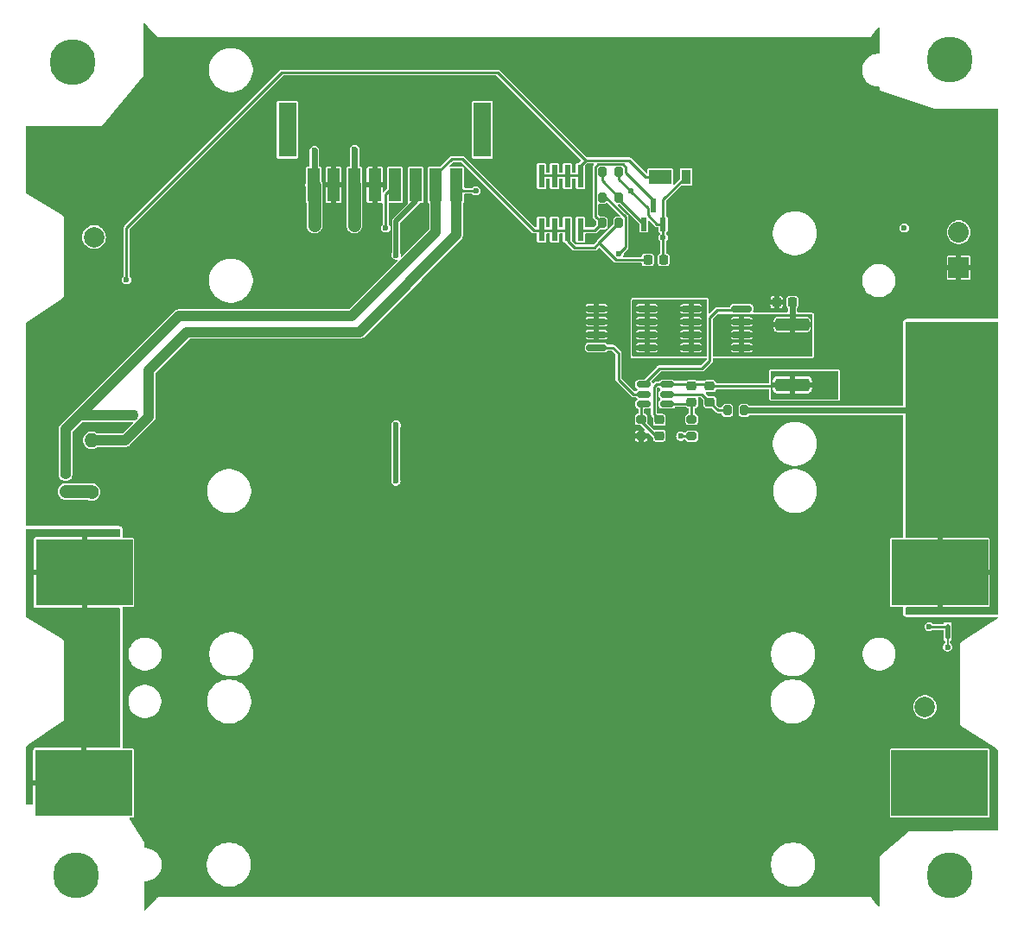
<source format=gtl>
%TF.GenerationSoftware,KiCad,Pcbnew,8.0.5*%
%TF.CreationDate,2024-12-07T17:27:53-08:00*%
%TF.ProjectId,batteryboard,62617474-6572-4796-926f-6172642e6b69,v2C*%
%TF.SameCoordinates,Original*%
%TF.FileFunction,Copper,L1,Top*%
%TF.FilePolarity,Positive*%
%FSLAX46Y46*%
G04 Gerber Fmt 4.6, Leading zero omitted, Abs format (unit mm)*
G04 Created by KiCad (PCBNEW 8.0.5) date 2024-12-07 17:27:53*
%MOMM*%
%LPD*%
G01*
G04 APERTURE LIST*
G04 Aperture macros list*
%AMRoundRect*
0 Rectangle with rounded corners*
0 $1 Rounding radius*
0 $2 $3 $4 $5 $6 $7 $8 $9 X,Y pos of 4 corners*
0 Add a 4 corners polygon primitive as box body*
4,1,4,$2,$3,$4,$5,$6,$7,$8,$9,$2,$3,0*
0 Add four circle primitives for the rounded corners*
1,1,$1+$1,$2,$3*
1,1,$1+$1,$4,$5*
1,1,$1+$1,$6,$7*
1,1,$1+$1,$8,$9*
0 Add four rect primitives between the rounded corners*
20,1,$1+$1,$2,$3,$4,$5,0*
20,1,$1+$1,$4,$5,$6,$7,0*
20,1,$1+$1,$6,$7,$8,$9,0*
20,1,$1+$1,$8,$9,$2,$3,0*%
G04 Aperture macros list end*
%TA.AperFunction,EtchedComponent*%
%ADD10C,0.000000*%
%TD*%
%TA.AperFunction,SMDPad,CuDef*%
%ADD11R,9.467600X6.477000*%
%TD*%
%TA.AperFunction,SMDPad,CuDef*%
%ADD12RoundRect,0.150000X-0.512500X-0.150000X0.512500X-0.150000X0.512500X0.150000X-0.512500X0.150000X0*%
%TD*%
%TA.AperFunction,SMDPad,CuDef*%
%ADD13RoundRect,0.225000X-0.250000X0.225000X-0.250000X-0.225000X0.250000X-0.225000X0.250000X0.225000X0*%
%TD*%
%TA.AperFunction,SMDPad,CuDef*%
%ADD14RoundRect,0.225000X0.225000X0.250000X-0.225000X0.250000X-0.225000X-0.250000X0.225000X-0.250000X0*%
%TD*%
%TA.AperFunction,SMDPad,CuDef*%
%ADD15RoundRect,0.200000X0.200000X0.275000X-0.200000X0.275000X-0.200000X-0.275000X0.200000X-0.275000X0*%
%TD*%
%TA.AperFunction,SMDPad,CuDef*%
%ADD16RoundRect,0.200000X0.275000X-0.200000X0.275000X0.200000X-0.275000X0.200000X-0.275000X-0.200000X0*%
%TD*%
%TA.AperFunction,SMDPad,CuDef*%
%ADD17RoundRect,0.150000X-0.825000X-0.150000X0.825000X-0.150000X0.825000X0.150000X-0.825000X0.150000X0*%
%TD*%
%TA.AperFunction,SMDPad,CuDef*%
%ADD18RoundRect,0.150000X0.825000X0.150000X-0.825000X0.150000X-0.825000X-0.150000X0.825000X-0.150000X0*%
%TD*%
%TA.AperFunction,SMDPad,CuDef*%
%ADD19RoundRect,0.200000X-0.275000X0.200000X-0.275000X-0.200000X0.275000X-0.200000X0.275000X0.200000X0*%
%TD*%
%TA.AperFunction,SMDPad,CuDef*%
%ADD20RoundRect,0.250000X1.425000X-0.362500X1.425000X0.362500X-1.425000X0.362500X-1.425000X-0.362500X0*%
%TD*%
%TA.AperFunction,ComponentPad*%
%ADD21C,2.000000*%
%TD*%
%TA.AperFunction,ComponentPad*%
%ADD22C,4.500000*%
%TD*%
%TA.AperFunction,ComponentPad*%
%ADD23R,2.032000X2.032000*%
%TD*%
%TA.AperFunction,ComponentPad*%
%ADD24C,2.032000*%
%TD*%
%TA.AperFunction,ComponentPad*%
%ADD25C,1.400000*%
%TD*%
%TA.AperFunction,ComponentPad*%
%ADD26O,1.400000X1.400000*%
%TD*%
%TA.AperFunction,SMDPad,CuDef*%
%ADD27RoundRect,0.200000X-0.200000X-0.275000X0.200000X-0.275000X0.200000X0.275000X-0.200000X0.275000X0*%
%TD*%
%TA.AperFunction,SMDPad,CuDef*%
%ADD28R,0.900000X1.400000*%
%TD*%
%TA.AperFunction,SMDPad,CuDef*%
%ADD29R,2.200000X1.400000*%
%TD*%
%TA.AperFunction,SMDPad,CuDef*%
%ADD30R,0.558800X1.320800*%
%TD*%
%TA.AperFunction,SMDPad,CuDef*%
%ADD31RoundRect,0.225000X-0.225000X-0.250000X0.225000X-0.250000X0.225000X0.250000X-0.225000X0.250000X0*%
%TD*%
%TA.AperFunction,SMDPad,CuDef*%
%ADD32C,0.500000*%
%TD*%
%TA.AperFunction,SMDPad,CuDef*%
%ADD33R,1.244600X3.251200*%
%TD*%
%TA.AperFunction,SMDPad,CuDef*%
%ADD34R,1.752600X5.359400*%
%TD*%
%TA.AperFunction,SMDPad,CuDef*%
%ADD35R,0.609600X2.209800*%
%TD*%
%TA.AperFunction,ViaPad*%
%ADD36C,0.600000*%
%TD*%
%TA.AperFunction,Conductor*%
%ADD37C,0.279400*%
%TD*%
%TA.AperFunction,Conductor*%
%ADD38C,0.271780*%
%TD*%
%TA.AperFunction,Conductor*%
%ADD39C,0.609600*%
%TD*%
%TA.AperFunction,Conductor*%
%ADD40C,1.270000*%
%TD*%
%TA.AperFunction,Conductor*%
%ADD41C,0.508000*%
%TD*%
%TA.AperFunction,Conductor*%
%ADD42C,1.000000*%
%TD*%
%TA.AperFunction,Conductor*%
%ADD43C,0.177800*%
%TD*%
G04 APERTURE END LIST*
D10*
%TA.AperFunction,EtchedComponent*%
G36*
X144061100Y-115521700D02*
G01*
X143561100Y-115521700D01*
X143561100Y-114521700D01*
X144061100Y-114521700D01*
X144061100Y-115521700D01*
G37*
%TD.AperFunction*%
D11*
X143027400Y-129844800D03*
X59207400Y-129844800D03*
D12*
X114051500Y-90744000D03*
X114051500Y-91694000D03*
X114051500Y-92644000D03*
X116326500Y-92644000D03*
X116326500Y-91694000D03*
X116326500Y-90744000D03*
D11*
X59232800Y-109194600D03*
X143052800Y-109194600D03*
D13*
X120523000Y-90919000D03*
X120523000Y-92469000D03*
X118745000Y-90919000D03*
X118745000Y-92469000D03*
X115570000Y-94221000D03*
X115570000Y-95771000D03*
D14*
X128600500Y-82677000D03*
X127050500Y-82677000D03*
D15*
X123888000Y-93281500D03*
X122238000Y-93281500D03*
D16*
X118745000Y-95821000D03*
X118745000Y-94171000D03*
D17*
X109412000Y-83312000D03*
X109412000Y-84582000D03*
X109412000Y-85852000D03*
X109412000Y-87122000D03*
X114362000Y-87122000D03*
X114362000Y-85852000D03*
X114362000Y-84582000D03*
X114362000Y-83312000D03*
D18*
X123633000Y-87122000D03*
X123633000Y-85852000D03*
X123633000Y-84582000D03*
X123633000Y-83312000D03*
X118683000Y-83312000D03*
X118683000Y-84582000D03*
X118683000Y-85852000D03*
X118683000Y-87122000D03*
D19*
X113792000Y-94171000D03*
X113792000Y-95821000D03*
D20*
X128587500Y-90783000D03*
X128587500Y-84858000D03*
D21*
X141592300Y-122389900D03*
X60185300Y-76288900D03*
D22*
X144010300Y-138899900D03*
X58060700Y-59098900D03*
X58441700Y-138854900D03*
X144010300Y-58889900D03*
D23*
X144903300Y-79312102D03*
D24*
X144903300Y-75812102D03*
D16*
X57394700Y-101203900D03*
X57394700Y-99553900D03*
D25*
X59939300Y-101307900D03*
D26*
X59939300Y-96227900D03*
D27*
X109960300Y-69899900D03*
X111610300Y-69899900D03*
D28*
X118194700Y-70378900D03*
D29*
X115644700Y-70378900D03*
D15*
X111610300Y-72409900D03*
X109960300Y-72409900D03*
D30*
X114039600Y-75034900D03*
X115944600Y-75034900D03*
X114992100Y-73155300D03*
D31*
X64016700Y-93769900D03*
X65566700Y-93769900D03*
D32*
X143811100Y-114521700D03*
X143811100Y-115521700D03*
D33*
X81680301Y-71185900D03*
X83680300Y-71185900D03*
X85680301Y-71185900D03*
X87680299Y-71185900D03*
X89680301Y-71185900D03*
X91680299Y-71185900D03*
X93680300Y-71185900D03*
X95680301Y-71185900D03*
D34*
X98230301Y-65760899D03*
X79130299Y-65760899D03*
D35*
X104034700Y-75558100D03*
X105304700Y-75558100D03*
X106574700Y-75558100D03*
X107844700Y-75558100D03*
X107844700Y-70325700D03*
X106574700Y-70325700D03*
X105304700Y-70325700D03*
X104034700Y-70325700D03*
D31*
X114435700Y-78529900D03*
X115985700Y-78529900D03*
D27*
X109960300Y-74919900D03*
X111610300Y-74919900D03*
D36*
X143256000Y-129794000D03*
X146558000Y-129794000D03*
X145034000Y-129794000D03*
X141732000Y-129794000D03*
X146558000Y-132080000D03*
X141732000Y-132080000D03*
X143256000Y-132080000D03*
X145034000Y-132080000D03*
X131873100Y-90678000D03*
X132711300Y-90678000D03*
X131064000Y-90678000D03*
X131873100Y-91567000D03*
X131064000Y-91567000D03*
X132711300Y-91567000D03*
X143256000Y-127508000D03*
X146558000Y-127508000D03*
X145034000Y-127508000D03*
X131873100Y-89789000D03*
X141732000Y-127508000D03*
X131064000Y-89789000D03*
X132711300Y-89789000D03*
X59995700Y-121881900D03*
X59995700Y-118325900D03*
X59995700Y-120103900D03*
X59995700Y-116547900D03*
X61519700Y-116547900D03*
X61519700Y-118325900D03*
X61519700Y-121881900D03*
X61519700Y-120103900D03*
X58471700Y-120103900D03*
X58471700Y-118325900D03*
X58471700Y-116547900D03*
X58471700Y-121881900D03*
X117665498Y-95821500D03*
X140843000Y-94742000D03*
X143002000Y-94742000D03*
X145288000Y-94742000D03*
X147447000Y-94742000D03*
X145288000Y-96139000D03*
X140843000Y-96139000D03*
X143002000Y-96139000D03*
X147447000Y-96139000D03*
X140843000Y-93345000D03*
X85712300Y-75145900D03*
X143002000Y-93345000D03*
X81775300Y-67779900D03*
X85725000Y-67691000D03*
X81775300Y-75145900D03*
X147447000Y-93345000D03*
X81775300Y-68795900D03*
X145288000Y-93345000D03*
X85725000Y-68961000D03*
X89776300Y-78066900D03*
X89759900Y-100221500D03*
X89776300Y-94703900D03*
X139560300Y-75399900D03*
X63360300Y-80479900D03*
X143811100Y-116502900D03*
X111620300Y-77939900D03*
X88760300Y-75399900D03*
X115944700Y-76353900D03*
X141994700Y-114503900D03*
X97594700Y-71753900D03*
X112794700Y-71778900D03*
D37*
X119761000Y-91694000D02*
X120523000Y-92456000D01*
X121323000Y-93281500D02*
X120523000Y-92481500D01*
X122275500Y-93281500D02*
X121323000Y-93281500D01*
X116589000Y-91694000D02*
X119761000Y-91694000D01*
X120523000Y-92456000D02*
X120523000Y-92481500D01*
X118745000Y-90678000D02*
X120294500Y-90678000D01*
X120523000Y-90906500D02*
X128401500Y-90906500D01*
X118745000Y-90906500D02*
X118745000Y-90678000D01*
D38*
X115032900Y-91001300D02*
X115290200Y-90744000D01*
D37*
X120294500Y-90678000D02*
X120523000Y-90906500D01*
D38*
X115290200Y-90744000D02*
X116326500Y-90744000D01*
D37*
X116655000Y-90678000D02*
X118745000Y-90678000D01*
D38*
X115570000Y-94208500D02*
X115032900Y-93671400D01*
D37*
X128401500Y-90906500D02*
X128587500Y-90720500D01*
X116589000Y-90744000D02*
X116655000Y-90678000D01*
D38*
X115032900Y-93671400D02*
X115032900Y-91001300D01*
D37*
X117703498Y-95783500D02*
X117665498Y-95821500D01*
X118745000Y-95783500D02*
X117703498Y-95783500D01*
D39*
X85712300Y-71272900D02*
X85776300Y-71208900D01*
X81776301Y-71208900D02*
X81776301Y-68796901D01*
D40*
X81775300Y-71209901D02*
X81776301Y-71208900D01*
D38*
X85680301Y-69005699D02*
X85725000Y-68961000D01*
D39*
X85725000Y-71157600D02*
X85776300Y-71208900D01*
X85725000Y-67691000D02*
X85725000Y-68961000D01*
X140779500Y-93281500D02*
X140843000Y-93345000D01*
X81776301Y-68796901D02*
X81775300Y-68795900D01*
X85725000Y-68961000D02*
X85725000Y-71157600D01*
D40*
X81775300Y-71280899D02*
X81680301Y-71185900D01*
D38*
X85680301Y-71185900D02*
X85680301Y-69005699D01*
D39*
X123850500Y-93281500D02*
X140779500Y-93281500D01*
D38*
X85712300Y-75145900D02*
X85680301Y-75113901D01*
D40*
X81775300Y-75145900D02*
X81775300Y-71280899D01*
X85680301Y-75113901D02*
X85680301Y-71185900D01*
D39*
X81775300Y-67779900D02*
X81775300Y-68795900D01*
D38*
X118745000Y-92481500D02*
X118745000Y-94208500D01*
D37*
X116589000Y-92644000D02*
X118582500Y-92644000D01*
D39*
X128613000Y-84895000D02*
X128587500Y-84920500D01*
X128613000Y-82677000D02*
X128613000Y-84895000D01*
D40*
X57391300Y-101246400D02*
X59877800Y-101246400D01*
D41*
X89776300Y-74715499D02*
X91680299Y-72811500D01*
D40*
X59877800Y-101246400D02*
X59939300Y-101307900D01*
D41*
X91680299Y-72811500D02*
X91680299Y-71185900D01*
X89759900Y-94720300D02*
X89776300Y-94703900D01*
X89759900Y-100221500D02*
X89759900Y-94720300D01*
X89776300Y-78066900D02*
X89776300Y-74715499D01*
D37*
X113792000Y-94208500D02*
X113792000Y-94361000D01*
X113789000Y-94205500D02*
X113792000Y-94208500D01*
X113789000Y-92644000D02*
X113789000Y-94205500D01*
X115214500Y-95783500D02*
X115570000Y-95783500D01*
X113792000Y-94361000D02*
X115214500Y-95783500D01*
X119761000Y-89154000D02*
X115570000Y-89154000D01*
X121285000Y-83439000D02*
X120523000Y-84201000D01*
X120523000Y-88392000D02*
X119761000Y-89154000D01*
X115570000Y-89225500D02*
X114051500Y-90744000D01*
X123506000Y-83439000D02*
X121285000Y-83439000D01*
X120523000Y-84201000D02*
X120523000Y-88392000D01*
X115570000Y-89154000D02*
X115570000Y-89225500D01*
X123633000Y-83312000D02*
X123506000Y-83439000D01*
D38*
X96269700Y-68628900D02*
X103275100Y-75634300D01*
D42*
X58949700Y-93769900D02*
X64016700Y-93769900D01*
X57394700Y-98324800D02*
X57394700Y-99553900D01*
D38*
X109680210Y-76849990D02*
X111360120Y-78529900D01*
X106574700Y-75634300D02*
X106574700Y-76658900D01*
D42*
X57391300Y-98321400D02*
X57391300Y-95125100D01*
D38*
X109201300Y-77328900D02*
X109680210Y-76849990D01*
X106574700Y-76658900D02*
X107244700Y-77328900D01*
D42*
X57391300Y-98321400D02*
X57394700Y-98324800D01*
D38*
X58848100Y-93668300D02*
X58949700Y-93769900D01*
X109680210Y-76849990D02*
X111610300Y-74919900D01*
D42*
X93680300Y-75803300D02*
X93680300Y-71185900D01*
X57391300Y-95125100D02*
X58848100Y-93668300D01*
D38*
X95234000Y-68628900D02*
X96269700Y-68628900D01*
X93680300Y-71185900D02*
X93680300Y-70182600D01*
D42*
X85447700Y-84035900D02*
X93680300Y-75803300D01*
D38*
X111360120Y-78529900D02*
X114435700Y-78529900D01*
X103275100Y-75634300D02*
X106574700Y-75634300D01*
X107244700Y-77328900D02*
X109201300Y-77328900D01*
X93680300Y-70182600D02*
X95234000Y-68628900D01*
D42*
X58848100Y-93668300D02*
X68480500Y-84035900D01*
X68480500Y-84035900D02*
X85447700Y-84035900D01*
D37*
X111569500Y-90253900D02*
X111569500Y-87693500D01*
X110998000Y-87122000D02*
X109412000Y-87122000D01*
X113009600Y-91694000D02*
X111569500Y-90253900D01*
X113789000Y-91694000D02*
X113009600Y-91694000D01*
X111569500Y-87693500D02*
X110998000Y-87122000D01*
D38*
X112603630Y-68763230D02*
X114219300Y-70378900D01*
X108360570Y-68763230D02*
X99757240Y-60159900D01*
X106574700Y-70249500D02*
X105304700Y-70249500D01*
X107844700Y-70249500D02*
X106574700Y-70249500D01*
X107844700Y-69279100D02*
X107844700Y-70249500D01*
X99757240Y-60159900D02*
X78600300Y-60159900D01*
X78600300Y-60159900D02*
X63360300Y-75399900D01*
X105304700Y-70249500D02*
X104034700Y-70249500D01*
X63360300Y-75399900D02*
X63360300Y-80479900D01*
X108360570Y-68763230D02*
X107844700Y-69279100D01*
X114219300Y-70378900D02*
X115644700Y-70378900D01*
D43*
X143811100Y-116502900D02*
X143811100Y-115521700D01*
D38*
X108360570Y-68763230D02*
X112603630Y-68763230D01*
X112273190Y-77287010D02*
X111620300Y-77939900D01*
X112273190Y-74322790D02*
X112273190Y-77287010D01*
X109960300Y-72409900D02*
X110360300Y-72409900D01*
X88760300Y-72105901D02*
X89680301Y-71185900D01*
X110360300Y-72409900D02*
X112273190Y-74322790D01*
X88760300Y-75399900D02*
X88760300Y-72105901D01*
X109960300Y-70759900D02*
X111610300Y-72409900D01*
X109960300Y-69899900D02*
X109960300Y-70759900D01*
X111610300Y-72409900D02*
X111610300Y-72605600D01*
X111610300Y-72605600D02*
X114039600Y-75034900D01*
D42*
X65569700Y-93766900D02*
X65569700Y-89328900D01*
D38*
X115944600Y-76354000D02*
X115944600Y-78488800D01*
X115351184Y-75034900D02*
X114427894Y-74111610D01*
X115944600Y-78488800D02*
X115985700Y-78529900D01*
X112769700Y-71778900D02*
X111610300Y-70619500D01*
X115944600Y-75034900D02*
X115944600Y-76353800D01*
D42*
X69294700Y-85603900D02*
X86169700Y-85603900D01*
D38*
X115944600Y-75034900D02*
X115351184Y-75034900D01*
D42*
X65566700Y-93769900D02*
X65569700Y-93766900D01*
X65566700Y-93899810D02*
X65566700Y-93769900D01*
D38*
X115944700Y-76353900D02*
X115944600Y-76354000D01*
X97594700Y-71753900D02*
X96248301Y-71753900D01*
X115944600Y-76353800D02*
X115944700Y-76353900D01*
D42*
X95680301Y-76093299D02*
X95680301Y-71185900D01*
D38*
X112794700Y-71778900D02*
X112769700Y-71778900D01*
X115944600Y-75034900D02*
X115944600Y-72629000D01*
D42*
X86169700Y-85603900D02*
X95680301Y-76093299D01*
D38*
X114427894Y-74111610D02*
X114427894Y-73437094D01*
X142012500Y-114521700D02*
X141994700Y-114503900D01*
D42*
X59939300Y-96227900D02*
X63238610Y-96227900D01*
D38*
X115944600Y-72629000D02*
X118194700Y-70378900D01*
X111610300Y-70619500D02*
X111610300Y-69899900D01*
D42*
X63238610Y-96227900D02*
X65566700Y-93899810D01*
D38*
X96248301Y-71753900D02*
X95680301Y-71185900D01*
X114427894Y-73437094D02*
X112794700Y-71803900D01*
X112794700Y-71803900D02*
X112794700Y-71778900D01*
X143811100Y-114521700D02*
X142012500Y-114521700D01*
D42*
X65569700Y-89328900D02*
X69294700Y-85603900D01*
D38*
X112002036Y-69162010D02*
X112273190Y-69433164D01*
X112273190Y-69998830D02*
X114992100Y-72717740D01*
X112273190Y-69433164D02*
X112273190Y-69998830D01*
X109245900Y-75634300D02*
X109960300Y-74919900D01*
X109297410Y-69433164D02*
X109568564Y-69162010D01*
X109960300Y-74919900D02*
X109297410Y-74257010D01*
X109568564Y-69162010D02*
X112002036Y-69162010D01*
X107844700Y-75634300D02*
X109245900Y-75634300D01*
X114992100Y-72717740D02*
X114992100Y-73155300D01*
X109297410Y-74257010D02*
X109297410Y-69433164D01*
%TA.AperFunction,Conductor*%
G36*
X133069138Y-89425593D02*
G01*
X133094858Y-89470142D01*
X133096000Y-89483200D01*
X133096000Y-92126800D01*
X133078407Y-92175138D01*
X133033858Y-92200858D01*
X133020800Y-92202000D01*
X126567200Y-92202000D01*
X126518862Y-92184407D01*
X126493142Y-92139858D01*
X126492000Y-92126800D01*
X126492000Y-91193715D01*
X126658501Y-91193715D01*
X126664953Y-91253736D01*
X126664954Y-91253741D01*
X126715598Y-91389520D01*
X126715602Y-91389527D01*
X126802452Y-91505547D01*
X126918472Y-91592397D01*
X126918479Y-91592401D01*
X127054256Y-91643044D01*
X127054266Y-91643047D01*
X127114291Y-91649499D01*
X128333500Y-91649499D01*
X128841500Y-91649499D01*
X130060700Y-91649499D01*
X130060715Y-91649498D01*
X130120736Y-91643046D01*
X130120741Y-91643045D01*
X130256520Y-91592401D01*
X130256527Y-91592397D01*
X130372547Y-91505547D01*
X130459397Y-91389527D01*
X130459401Y-91389520D01*
X130510044Y-91253743D01*
X130510047Y-91253733D01*
X130516499Y-91193714D01*
X130516500Y-91193703D01*
X130516500Y-91037000D01*
X128841500Y-91037000D01*
X128841500Y-91649499D01*
X128333500Y-91649499D01*
X128333500Y-91037000D01*
X126658501Y-91037000D01*
X126658501Y-91193715D01*
X126492000Y-91193715D01*
X126492000Y-90372285D01*
X126658500Y-90372285D01*
X126658500Y-90529000D01*
X128333500Y-90529000D01*
X128841500Y-90529000D01*
X130516499Y-90529000D01*
X130516499Y-90372299D01*
X130516498Y-90372284D01*
X130510046Y-90312263D01*
X130510045Y-90312258D01*
X130459401Y-90176479D01*
X130459397Y-90176472D01*
X130372547Y-90060452D01*
X130256527Y-89973602D01*
X130256520Y-89973598D01*
X130120743Y-89922955D01*
X130120733Y-89922952D01*
X130060714Y-89916500D01*
X128841500Y-89916500D01*
X128841500Y-90529000D01*
X128333500Y-90529000D01*
X128333500Y-89916500D01*
X127114299Y-89916500D01*
X127114284Y-89916501D01*
X127054263Y-89922953D01*
X127054258Y-89922954D01*
X126918479Y-89973598D01*
X126918472Y-89973602D01*
X126802452Y-90060452D01*
X126715602Y-90176472D01*
X126715598Y-90176479D01*
X126664955Y-90312256D01*
X126664952Y-90312266D01*
X126658500Y-90372285D01*
X126492000Y-90372285D01*
X126492000Y-89483200D01*
X126509593Y-89434862D01*
X126554142Y-89409142D01*
X126567200Y-89408000D01*
X133020800Y-89408000D01*
X133069138Y-89425593D01*
G37*
%TD.AperFunction*%
%TA.AperFunction,Conductor*%
G36*
X65136800Y-55344266D02*
G01*
X65153699Y-55357575D01*
X65451442Y-55670745D01*
X66299589Y-56562838D01*
X66304750Y-56568875D01*
X66307542Y-56572514D01*
X66332121Y-56597092D01*
X66333447Y-56598451D01*
X66353974Y-56620042D01*
X66357478Y-56623727D01*
X66360423Y-56626107D01*
X66363489Y-56628460D01*
X66393651Y-56645874D01*
X66395283Y-56646844D01*
X66424976Y-56665002D01*
X66424978Y-56665003D01*
X66424980Y-56665004D01*
X66424981Y-56665004D01*
X66428501Y-56666567D01*
X66432008Y-56668019D01*
X66432011Y-56668021D01*
X66465675Y-56677041D01*
X66467477Y-56677548D01*
X66500865Y-56687405D01*
X66500872Y-56687405D01*
X66504639Y-56687998D01*
X66508433Y-56688498D01*
X66508438Y-56688500D01*
X66543267Y-56688500D01*
X66545165Y-56688524D01*
X66579963Y-56689403D01*
X66579969Y-56689401D01*
X66584528Y-56688919D01*
X66592454Y-56688500D01*
X136116350Y-56688500D01*
X136127357Y-56689310D01*
X136129340Y-56689603D01*
X136139143Y-56691054D01*
X136156981Y-56688995D01*
X136165599Y-56688500D01*
X136183560Y-56688500D01*
X136183562Y-56688500D01*
X136195071Y-56685415D01*
X136205907Y-56683350D01*
X136217746Y-56681985D01*
X136234456Y-56675373D01*
X136242647Y-56672666D01*
X136259989Y-56668021D01*
X136270310Y-56662061D01*
X136280234Y-56657266D01*
X136291321Y-56652881D01*
X136305746Y-56642173D01*
X136312953Y-56637441D01*
X136328511Y-56628460D01*
X136336936Y-56620033D01*
X136345295Y-56612822D01*
X136354854Y-56605728D01*
X136354853Y-56605728D01*
X136354857Y-56605726D01*
X136366023Y-56591646D01*
X136371751Y-56585218D01*
X136384460Y-56572511D01*
X136390417Y-56562190D01*
X136396617Y-56553070D01*
X137025881Y-55759650D01*
X137069702Y-55732711D01*
X137120588Y-55740242D01*
X137154728Y-55778719D01*
X137160000Y-55806380D01*
X137160000Y-58222100D01*
X137142407Y-58270438D01*
X137097858Y-58296158D01*
X137084800Y-58297300D01*
X136943498Y-58297300D01*
X136691452Y-58337220D01*
X136691440Y-58337223D01*
X136448747Y-58416079D01*
X136448739Y-58416082D01*
X136448737Y-58416083D01*
X136448733Y-58416084D01*
X136448733Y-58416085D01*
X136221352Y-58531941D01*
X136014892Y-58681943D01*
X136014884Y-58681950D01*
X135834450Y-58862384D01*
X135834443Y-58862392D01*
X135684441Y-59068852D01*
X135568585Y-59296233D01*
X135568579Y-59296247D01*
X135489723Y-59538940D01*
X135489720Y-59538952D01*
X135449800Y-59790998D01*
X135449800Y-60046201D01*
X135489720Y-60298247D01*
X135489723Y-60298259D01*
X135544317Y-60466283D01*
X135568583Y-60540963D01*
X135684440Y-60768346D01*
X135760944Y-60873644D01*
X135834443Y-60974807D01*
X135834450Y-60974815D01*
X136014884Y-61155249D01*
X136014892Y-61155256D01*
X136014894Y-61155258D01*
X136221354Y-61305260D01*
X136448737Y-61421117D01*
X136691445Y-61499978D01*
X136943501Y-61539900D01*
X137084800Y-61539900D01*
X137133138Y-61557493D01*
X137158858Y-61602042D01*
X137160000Y-61615100D01*
X137160000Y-61937900D01*
X142608300Y-63715900D01*
X148711347Y-63715900D01*
X148759685Y-63733493D01*
X148785405Y-63778042D01*
X148786547Y-63791084D01*
X148788926Y-74650789D01*
X148791002Y-84129600D01*
X148791029Y-84249351D01*
X148773446Y-84297692D01*
X148728904Y-84323422D01*
X148715829Y-84324567D01*
X139775190Y-84324567D01*
X139752595Y-84325553D01*
X139739547Y-84326694D01*
X139728270Y-84327929D01*
X139632398Y-84360472D01*
X139587844Y-84386195D01*
X139526267Y-84435615D01*
X139473742Y-84522175D01*
X139473738Y-84522185D01*
X139456149Y-84570512D01*
X139456149Y-84570514D01*
X139440500Y-84659262D01*
X139440500Y-92748600D01*
X139422907Y-92796938D01*
X139378358Y-92822658D01*
X139365300Y-92823800D01*
X124435526Y-92823800D01*
X124387188Y-92806207D01*
X124382352Y-92801774D01*
X124295900Y-92715322D01*
X124295898Y-92715321D01*
X124190088Y-92663594D01*
X124121502Y-92653600D01*
X124121494Y-92653600D01*
X123654506Y-92653600D01*
X123654497Y-92653600D01*
X123585911Y-92663594D01*
X123480099Y-92715322D01*
X123396822Y-92798599D01*
X123345094Y-92904411D01*
X123335100Y-92972997D01*
X123335100Y-93590002D01*
X123345094Y-93658588D01*
X123396822Y-93764400D01*
X123480099Y-93847677D01*
X123480100Y-93847677D01*
X123480102Y-93847679D01*
X123585912Y-93899406D01*
X123636180Y-93906730D01*
X123654497Y-93909399D01*
X123654502Y-93909399D01*
X123654506Y-93909400D01*
X123654508Y-93909400D01*
X124121492Y-93909400D01*
X124121494Y-93909400D01*
X124121498Y-93909399D01*
X124121502Y-93909399D01*
X124131245Y-93907979D01*
X124190088Y-93899406D01*
X124295898Y-93847679D01*
X124335660Y-93807917D01*
X124382352Y-93761226D01*
X124428972Y-93739486D01*
X124435526Y-93739200D01*
X139365300Y-93739200D01*
X139413638Y-93756793D01*
X139439358Y-93801342D01*
X139440500Y-93814400D01*
X139440500Y-105728000D01*
X139422907Y-105776338D01*
X139378358Y-105802058D01*
X139365300Y-105803200D01*
X138303944Y-105803200D01*
X138303942Y-105803201D01*
X138259340Y-105812072D01*
X138208767Y-105845864D01*
X138174972Y-105896442D01*
X138174971Y-105896443D01*
X138166100Y-105941042D01*
X138166100Y-112448155D01*
X138166101Y-112448157D01*
X138174972Y-112492759D01*
X138208764Y-112543332D01*
X138208765Y-112543332D01*
X138208766Y-112543334D01*
X138259342Y-112577128D01*
X138303943Y-112586000D01*
X139365300Y-112585999D01*
X139413638Y-112603592D01*
X139439358Y-112648141D01*
X139440500Y-112661199D01*
X139440500Y-113210877D01*
X139441486Y-113233471D01*
X139442627Y-113246519D01*
X139443862Y-113257796D01*
X139476405Y-113353668D01*
X139476407Y-113353672D01*
X139476408Y-113353674D01*
X139502128Y-113398223D01*
X139551548Y-113459799D01*
X139638110Y-113512325D01*
X139686448Y-113529918D01*
X139775195Y-113545566D01*
X139775196Y-113545567D01*
X148678752Y-113545567D01*
X148727090Y-113563160D01*
X148752810Y-113607709D01*
X148743877Y-113658367D01*
X148720630Y-113683226D01*
X147865579Y-114256526D01*
X145152823Y-116075389D01*
X145148548Y-116078052D01*
X145125189Y-116091539D01*
X145125183Y-116091543D01*
X145123154Y-116093573D01*
X145111880Y-116102840D01*
X145109498Y-116104437D01*
X145109493Y-116104441D01*
X145091749Y-116124739D01*
X145088311Y-116128416D01*
X145069240Y-116147488D01*
X145067805Y-116149974D01*
X145059309Y-116161850D01*
X145057418Y-116164013D01*
X145057415Y-116164017D01*
X145045529Y-116188216D01*
X145043160Y-116192657D01*
X145029681Y-116216005D01*
X145029675Y-116216020D01*
X145028932Y-116218792D01*
X145023806Y-116232445D01*
X145022539Y-116235025D01*
X145022535Y-116235036D01*
X145017317Y-116261488D01*
X145016177Y-116266393D01*
X145009200Y-116292435D01*
X145009200Y-116295299D01*
X145007779Y-116309846D01*
X145007226Y-116312650D01*
X145007225Y-116312661D01*
X145009031Y-116339554D01*
X145009200Y-116344592D01*
X145009200Y-123939407D01*
X145009031Y-123944445D01*
X145007225Y-123971339D01*
X145007225Y-123971342D01*
X145007778Y-123974143D01*
X145009200Y-123988698D01*
X145009200Y-123991562D01*
X145016178Y-124017608D01*
X145017318Y-124022513D01*
X145022537Y-124048969D01*
X145022540Y-124048978D01*
X145023801Y-124051545D01*
X145028935Y-124065214D01*
X145029679Y-124067989D01*
X145029680Y-124067990D01*
X145043160Y-124091339D01*
X145045532Y-124095786D01*
X145057417Y-124119985D01*
X145059302Y-124122141D01*
X145067807Y-124134029D01*
X145069240Y-124136511D01*
X145088300Y-124155571D01*
X145091743Y-124159252D01*
X145109493Y-124179557D01*
X145111870Y-124181151D01*
X145123164Y-124190436D01*
X145125188Y-124192460D01*
X145137877Y-124199785D01*
X145148553Y-124205949D01*
X145152808Y-124208600D01*
X148296532Y-126316421D01*
X148764013Y-126629860D01*
X148794364Y-126671392D01*
X148797335Y-126692382D01*
X148791028Y-134383218D01*
X148773395Y-134431541D01*
X148728826Y-134457224D01*
X148716902Y-134458348D01*
X140068302Y-134581899D01*
X140068297Y-134581901D01*
X137147301Y-136994898D01*
X137147300Y-136994899D01*
X137155265Y-141878201D01*
X137137750Y-141926568D01*
X137093244Y-141952360D01*
X137042571Y-141943510D01*
X137020822Y-141924640D01*
X136418657Y-141154365D01*
X136412777Y-141145650D01*
X136410426Y-141141578D01*
X136406160Y-141134189D01*
X136394392Y-141122421D01*
X136388328Y-141115569D01*
X136383643Y-141109576D01*
X136378078Y-141102457D01*
X136367498Y-141094489D01*
X136359569Y-141087598D01*
X136350211Y-141078240D01*
X136346104Y-141075869D01*
X136335801Y-141069920D01*
X136328167Y-141064868D01*
X136314880Y-141054863D01*
X136314877Y-141054861D01*
X136314873Y-141054858D01*
X136314870Y-141054857D01*
X136314869Y-141054856D01*
X136308670Y-141052353D01*
X136302594Y-141049900D01*
X136293159Y-141045301D01*
X136281689Y-141038679D01*
X136281688Y-141038678D01*
X136281685Y-141038677D01*
X136265618Y-141034372D01*
X136256931Y-141031467D01*
X136241503Y-141025238D01*
X136228355Y-141023627D01*
X136218043Y-141021624D01*
X136205263Y-141018200D01*
X136205262Y-141018200D01*
X136188625Y-141018200D01*
X136179483Y-141017642D01*
X136162969Y-141015619D01*
X136162963Y-141015619D01*
X136149859Y-141017465D01*
X136139373Y-141018200D01*
X66614145Y-141018200D01*
X66606212Y-141017780D01*
X66601670Y-141017298D01*
X66601669Y-141017298D01*
X66588037Y-141017642D01*
X66566874Y-141018176D01*
X66564978Y-141018200D01*
X66530133Y-141018200D01*
X66526392Y-141018691D01*
X66522569Y-141019293D01*
X66489165Y-141029153D01*
X66487344Y-141029666D01*
X66453703Y-141038681D01*
X66450182Y-141040139D01*
X66446685Y-141041692D01*
X66416934Y-141059883D01*
X66415308Y-141060849D01*
X66385191Y-141078237D01*
X66382150Y-141080570D01*
X66379185Y-141082968D01*
X66355172Y-141108222D01*
X66353851Y-141109576D01*
X66329238Y-141134189D01*
X66326443Y-141137831D01*
X66321291Y-141143857D01*
X65212254Y-142310315D01*
X65166197Y-142333224D01*
X65116190Y-142321168D01*
X65085631Y-142279788D01*
X65082555Y-142258499D01*
X65082555Y-139542300D01*
X65100148Y-139493962D01*
X65144697Y-139468242D01*
X65157755Y-139467100D01*
X65316695Y-139467100D01*
X65316699Y-139467100D01*
X65568755Y-139427178D01*
X65811463Y-139348317D01*
X66038846Y-139232460D01*
X66245306Y-139082458D01*
X66425758Y-138902006D01*
X66575760Y-138695546D01*
X66691617Y-138468163D01*
X66770478Y-138225455D01*
X66810400Y-137973399D01*
X66810400Y-137718201D01*
X66808242Y-137704574D01*
X71238600Y-137704574D01*
X71238600Y-137987026D01*
X71275468Y-138267063D01*
X71329352Y-138468163D01*
X71348573Y-138539894D01*
X71348573Y-138539895D01*
X71456662Y-138800845D01*
X71597890Y-139045458D01*
X71769830Y-139269535D01*
X71769842Y-139269549D01*
X71969550Y-139469257D01*
X71969557Y-139469263D01*
X71969559Y-139469265D01*
X72193644Y-139641211D01*
X72438256Y-139782438D01*
X72699208Y-139890528D01*
X72972037Y-139963632D01*
X73252074Y-140000500D01*
X73252077Y-140000500D01*
X73534523Y-140000500D01*
X73534526Y-140000500D01*
X73814563Y-139963632D01*
X74087392Y-139890528D01*
X74348344Y-139782438D01*
X74592956Y-139641211D01*
X74817041Y-139469265D01*
X75016765Y-139269541D01*
X75188711Y-139045456D01*
X75329938Y-138800844D01*
X75438028Y-138539892D01*
X75511132Y-138267063D01*
X75548000Y-137987026D01*
X75548000Y-137704574D01*
X126509000Y-137704574D01*
X126509000Y-137987026D01*
X126545868Y-138267063D01*
X126599752Y-138468163D01*
X126618973Y-138539894D01*
X126618973Y-138539895D01*
X126727062Y-138800845D01*
X126868290Y-139045458D01*
X127040230Y-139269535D01*
X127040242Y-139269549D01*
X127239950Y-139469257D01*
X127239957Y-139469263D01*
X127239959Y-139469265D01*
X127464044Y-139641211D01*
X127708656Y-139782438D01*
X127969608Y-139890528D01*
X128242437Y-139963632D01*
X128522474Y-140000500D01*
X128522477Y-140000500D01*
X128804923Y-140000500D01*
X128804926Y-140000500D01*
X129084963Y-139963632D01*
X129357792Y-139890528D01*
X129618744Y-139782438D01*
X129863356Y-139641211D01*
X130087441Y-139469265D01*
X130287165Y-139269541D01*
X130459111Y-139045456D01*
X130600338Y-138800844D01*
X130708428Y-138539892D01*
X130781532Y-138267063D01*
X130818400Y-137987026D01*
X130818400Y-137704574D01*
X130781532Y-137424537D01*
X130708428Y-137151708D01*
X130600338Y-136890756D01*
X130459111Y-136646144D01*
X130430718Y-136609142D01*
X130287169Y-136422064D01*
X130287157Y-136422050D01*
X130087449Y-136222342D01*
X130087435Y-136222330D01*
X129863358Y-136050390D01*
X129618745Y-135909162D01*
X129357795Y-135801073D01*
X129357793Y-135801072D01*
X129357792Y-135801072D01*
X129084963Y-135727968D01*
X128804926Y-135691100D01*
X128522474Y-135691100D01*
X128242437Y-135727968D01*
X128242433Y-135727969D01*
X128242432Y-135727969D01*
X128069468Y-135774314D01*
X127969608Y-135801072D01*
X127969606Y-135801072D01*
X127969605Y-135801073D01*
X127969604Y-135801073D01*
X127708654Y-135909162D01*
X127464041Y-136050390D01*
X127239964Y-136222330D01*
X127239950Y-136222342D01*
X127040242Y-136422050D01*
X127040230Y-136422064D01*
X126868290Y-136646141D01*
X126727062Y-136890754D01*
X126618973Y-137151704D01*
X126618973Y-137151705D01*
X126618972Y-137151708D01*
X126545868Y-137424537D01*
X126509000Y-137704574D01*
X75548000Y-137704574D01*
X75511132Y-137424537D01*
X75438028Y-137151708D01*
X75329938Y-136890756D01*
X75188711Y-136646144D01*
X75160318Y-136609142D01*
X75016769Y-136422064D01*
X75016757Y-136422050D01*
X74817049Y-136222342D01*
X74817035Y-136222330D01*
X74592958Y-136050390D01*
X74348345Y-135909162D01*
X74087395Y-135801073D01*
X74087393Y-135801072D01*
X74087392Y-135801072D01*
X73814563Y-135727968D01*
X73534526Y-135691100D01*
X73252074Y-135691100D01*
X72972037Y-135727968D01*
X72972033Y-135727969D01*
X72972032Y-135727969D01*
X72799068Y-135774314D01*
X72699208Y-135801072D01*
X72699206Y-135801072D01*
X72699205Y-135801073D01*
X72699204Y-135801073D01*
X72438254Y-135909162D01*
X72193641Y-136050390D01*
X71969564Y-136222330D01*
X71969550Y-136222342D01*
X71769842Y-136422050D01*
X71769830Y-136422064D01*
X71597890Y-136646141D01*
X71456662Y-136890754D01*
X71348573Y-137151704D01*
X71348573Y-137151705D01*
X71348572Y-137151708D01*
X71275468Y-137424537D01*
X71238600Y-137704574D01*
X66808242Y-137704574D01*
X66770478Y-137466145D01*
X66691617Y-137223437D01*
X66575760Y-136996054D01*
X66425758Y-136789594D01*
X66425756Y-136789592D01*
X66425749Y-136789584D01*
X66245315Y-136609150D01*
X66245307Y-136609143D01*
X66038847Y-136459141D01*
X66038848Y-136459141D01*
X66038846Y-136459140D01*
X65811463Y-136343283D01*
X65811456Y-136343280D01*
X65811452Y-136343279D01*
X65568759Y-136264423D01*
X65568747Y-136264420D01*
X65316701Y-136224500D01*
X65316699Y-136224500D01*
X65157755Y-136224500D01*
X65109417Y-136206907D01*
X65083697Y-136162358D01*
X65082555Y-136149300D01*
X65082555Y-135636000D01*
X63643151Y-133351487D01*
X63632268Y-133301211D01*
X63656248Y-133255703D01*
X63703870Y-133236255D01*
X63706775Y-133236199D01*
X63956256Y-133236199D01*
X64000858Y-133227328D01*
X64051434Y-133193534D01*
X64085228Y-133142958D01*
X64094100Y-133098357D01*
X64094099Y-126591244D01*
X64094099Y-126591242D01*
X138140700Y-126591242D01*
X138140700Y-133098355D01*
X138140701Y-133098357D01*
X138149572Y-133142959D01*
X138183364Y-133193532D01*
X138183365Y-133193532D01*
X138183366Y-133193534D01*
X138233942Y-133227328D01*
X138278543Y-133236200D01*
X147776256Y-133236199D01*
X147820858Y-133227328D01*
X147871434Y-133193534D01*
X147905228Y-133142958D01*
X147914100Y-133098357D01*
X147914099Y-126591244D01*
X147905228Y-126546642D01*
X147871434Y-126496066D01*
X147820858Y-126462272D01*
X147820856Y-126462271D01*
X147776257Y-126453400D01*
X138278544Y-126453400D01*
X138278542Y-126453401D01*
X138233940Y-126462272D01*
X138183367Y-126496064D01*
X138149572Y-126546642D01*
X138149571Y-126546643D01*
X138140700Y-126591242D01*
X64094099Y-126591242D01*
X64085228Y-126546642D01*
X64051434Y-126496066D01*
X64000858Y-126462272D01*
X64000856Y-126462271D01*
X63956257Y-126453400D01*
X63056033Y-126453400D01*
X63007695Y-126435807D01*
X62981975Y-126391258D01*
X62981976Y-126365141D01*
X62984542Y-126350593D01*
X62997499Y-126277104D01*
X62997500Y-126277104D01*
X62997500Y-121716198D01*
X63542400Y-121716198D01*
X63542400Y-121971401D01*
X63582320Y-122223447D01*
X63582323Y-122223459D01*
X63636403Y-122389900D01*
X63661183Y-122466163D01*
X63777040Y-122693546D01*
X63860306Y-122808151D01*
X63927043Y-122900007D01*
X63927050Y-122900015D01*
X64107484Y-123080449D01*
X64107492Y-123080456D01*
X64107494Y-123080458D01*
X64313954Y-123230460D01*
X64541337Y-123346317D01*
X64784045Y-123425178D01*
X65036101Y-123465100D01*
X65036105Y-123465100D01*
X65291295Y-123465100D01*
X65291299Y-123465100D01*
X65543355Y-123425178D01*
X65786063Y-123346317D01*
X66013446Y-123230460D01*
X66219906Y-123080458D01*
X66400358Y-122900006D01*
X66550360Y-122693546D01*
X66666217Y-122466163D01*
X66745078Y-122223455D01*
X66785000Y-121971399D01*
X66785000Y-121716201D01*
X66782842Y-121702574D01*
X71264000Y-121702574D01*
X71264000Y-121985026D01*
X71300868Y-122265063D01*
X71354752Y-122466163D01*
X71373973Y-122537894D01*
X71373973Y-122537895D01*
X71482062Y-122798845D01*
X71623290Y-123043458D01*
X71795230Y-123267535D01*
X71795242Y-123267549D01*
X71994950Y-123467257D01*
X71994957Y-123467263D01*
X71994959Y-123467265D01*
X72219044Y-123639211D01*
X72463656Y-123780438D01*
X72724608Y-123888528D01*
X72997437Y-123961632D01*
X73277474Y-123998500D01*
X73277477Y-123998500D01*
X73559923Y-123998500D01*
X73559926Y-123998500D01*
X73839963Y-123961632D01*
X74112792Y-123888528D01*
X74373744Y-123780438D01*
X74618356Y-123639211D01*
X74842441Y-123467265D01*
X75042165Y-123267541D01*
X75214111Y-123043456D01*
X75355338Y-122798844D01*
X75463428Y-122537892D01*
X75536532Y-122265063D01*
X75573400Y-121985026D01*
X75573400Y-121702574D01*
X126483600Y-121702574D01*
X126483600Y-121985026D01*
X126520468Y-122265063D01*
X126574352Y-122466163D01*
X126593573Y-122537894D01*
X126593573Y-122537895D01*
X126701662Y-122798845D01*
X126842890Y-123043458D01*
X127014830Y-123267535D01*
X127014842Y-123267549D01*
X127214550Y-123467257D01*
X127214557Y-123467263D01*
X127214559Y-123467265D01*
X127438644Y-123639211D01*
X127683256Y-123780438D01*
X127944208Y-123888528D01*
X128217037Y-123961632D01*
X128497074Y-123998500D01*
X128497077Y-123998500D01*
X128779523Y-123998500D01*
X128779526Y-123998500D01*
X129059563Y-123961632D01*
X129332392Y-123888528D01*
X129593344Y-123780438D01*
X129837956Y-123639211D01*
X130062041Y-123467265D01*
X130261765Y-123267541D01*
X130433711Y-123043456D01*
X130574938Y-122798844D01*
X130683028Y-122537892D01*
X130722683Y-122389897D01*
X140434461Y-122389897D01*
X140434461Y-122389902D01*
X140454175Y-122602652D01*
X140454176Y-122602660D01*
X140512644Y-122808151D01*
X140512650Y-122808167D01*
X140607882Y-122999420D01*
X140736643Y-123169927D01*
X140736646Y-123169930D01*
X140894543Y-123313873D01*
X141076203Y-123426353D01*
X141076205Y-123426353D01*
X141076207Y-123426355D01*
X141275442Y-123503539D01*
X141485468Y-123542800D01*
X141485472Y-123542800D01*
X141699128Y-123542800D01*
X141699132Y-123542800D01*
X141909158Y-123503539D01*
X142108393Y-123426355D01*
X142290054Y-123313875D01*
X142447953Y-123169931D01*
X142576715Y-122999424D01*
X142671953Y-122808160D01*
X142730425Y-122602652D01*
X142750139Y-122389900D01*
X142730425Y-122177148D01*
X142730423Y-122177142D01*
X142730423Y-122177139D01*
X142691250Y-122039463D01*
X142671953Y-121971640D01*
X142668946Y-121965601D01*
X142576717Y-121780379D01*
X142447956Y-121609872D01*
X142447953Y-121609869D01*
X142290056Y-121465926D01*
X142108396Y-121353446D01*
X141909158Y-121276261D01*
X141699132Y-121237000D01*
X141485468Y-121237000D01*
X141317447Y-121268408D01*
X141275441Y-121276261D01*
X141076204Y-121353446D01*
X141076203Y-121353446D01*
X140894543Y-121465926D01*
X140736646Y-121609869D01*
X140736643Y-121609872D01*
X140607882Y-121780379D01*
X140512650Y-121971632D01*
X140512644Y-121971648D01*
X140454176Y-122177139D01*
X140454175Y-122177147D01*
X140434461Y-122389897D01*
X130722683Y-122389897D01*
X130756132Y-122265063D01*
X130793000Y-121985026D01*
X130793000Y-121702574D01*
X130756132Y-121422537D01*
X130683028Y-121149708D01*
X130574938Y-120888756D01*
X130433711Y-120644144D01*
X130405318Y-120607142D01*
X130261769Y-120420064D01*
X130261757Y-120420050D01*
X130062049Y-120220342D01*
X130062035Y-120220330D01*
X129837958Y-120048390D01*
X129593345Y-119907162D01*
X129332395Y-119799073D01*
X129332393Y-119799072D01*
X129332392Y-119799072D01*
X129059563Y-119725968D01*
X128779526Y-119689100D01*
X128497074Y-119689100D01*
X128217037Y-119725968D01*
X128217033Y-119725969D01*
X128217032Y-119725969D01*
X128044068Y-119772314D01*
X127944208Y-119799072D01*
X127944206Y-119799072D01*
X127944205Y-119799073D01*
X127944204Y-119799073D01*
X127683254Y-119907162D01*
X127438641Y-120048390D01*
X127214564Y-120220330D01*
X127214550Y-120220342D01*
X127014842Y-120420050D01*
X127014830Y-120420064D01*
X126842890Y-120644141D01*
X126701662Y-120888754D01*
X126593573Y-121149704D01*
X126593573Y-121149705D01*
X126593572Y-121149708D01*
X126520468Y-121422537D01*
X126483600Y-121702574D01*
X75573400Y-121702574D01*
X75536532Y-121422537D01*
X75463428Y-121149708D01*
X75355338Y-120888756D01*
X75214111Y-120644144D01*
X75185718Y-120607142D01*
X75042169Y-120420064D01*
X75042157Y-120420050D01*
X74842449Y-120220342D01*
X74842435Y-120220330D01*
X74618358Y-120048390D01*
X74373745Y-119907162D01*
X74112795Y-119799073D01*
X74112793Y-119799072D01*
X74112792Y-119799072D01*
X73839963Y-119725968D01*
X73559926Y-119689100D01*
X73277474Y-119689100D01*
X72997437Y-119725968D01*
X72997433Y-119725969D01*
X72997432Y-119725969D01*
X72824468Y-119772314D01*
X72724608Y-119799072D01*
X72724606Y-119799072D01*
X72724605Y-119799073D01*
X72724604Y-119799073D01*
X72463654Y-119907162D01*
X72219041Y-120048390D01*
X71994964Y-120220330D01*
X71994950Y-120220342D01*
X71795242Y-120420050D01*
X71795230Y-120420064D01*
X71623290Y-120644141D01*
X71482062Y-120888754D01*
X71373973Y-121149704D01*
X71373973Y-121149705D01*
X71373972Y-121149708D01*
X71300868Y-121422537D01*
X71264000Y-121702574D01*
X66782842Y-121702574D01*
X66745078Y-121464145D01*
X66666217Y-121221437D01*
X66550360Y-120994054D01*
X66400358Y-120787594D01*
X66400356Y-120787592D01*
X66400349Y-120787584D01*
X66219915Y-120607150D01*
X66219907Y-120607143D01*
X66013447Y-120457141D01*
X66013448Y-120457141D01*
X66013446Y-120457140D01*
X65786063Y-120341283D01*
X65786056Y-120341280D01*
X65786052Y-120341279D01*
X65543359Y-120262423D01*
X65543347Y-120262420D01*
X65291301Y-120222500D01*
X65291299Y-120222500D01*
X65036101Y-120222500D01*
X65036098Y-120222500D01*
X64784052Y-120262420D01*
X64784040Y-120262423D01*
X64541347Y-120341279D01*
X64541339Y-120341282D01*
X64541337Y-120341283D01*
X64541333Y-120341284D01*
X64541333Y-120341285D01*
X64313952Y-120457141D01*
X64107492Y-120607143D01*
X64107484Y-120607150D01*
X63927050Y-120787584D01*
X63927043Y-120787592D01*
X63777041Y-120994052D01*
X63661185Y-121221433D01*
X63661179Y-121221447D01*
X63582323Y-121464140D01*
X63582320Y-121464152D01*
X63542400Y-121716198D01*
X62997500Y-121716198D01*
X62997500Y-117067998D01*
X63567800Y-117067998D01*
X63567800Y-117323201D01*
X63607720Y-117575247D01*
X63607723Y-117575259D01*
X63621242Y-117616867D01*
X63686583Y-117817963D01*
X63802440Y-118045346D01*
X63878944Y-118150644D01*
X63952443Y-118251807D01*
X63952450Y-118251815D01*
X64132884Y-118432249D01*
X64132892Y-118432256D01*
X64132894Y-118432258D01*
X64339354Y-118582260D01*
X64566737Y-118698117D01*
X64809445Y-118776978D01*
X65061501Y-118816900D01*
X65061505Y-118816900D01*
X65316695Y-118816900D01*
X65316699Y-118816900D01*
X65568755Y-118776978D01*
X65811463Y-118698117D01*
X66038846Y-118582260D01*
X66245306Y-118432258D01*
X66425758Y-118251806D01*
X66575760Y-118045346D01*
X66691617Y-117817963D01*
X66770478Y-117575255D01*
X66810400Y-117323199D01*
X66810400Y-117068001D01*
X66808242Y-117054374D01*
X71467200Y-117054374D01*
X71467200Y-117336826D01*
X71504068Y-117616863D01*
X71557952Y-117817963D01*
X71577173Y-117889694D01*
X71577173Y-117889695D01*
X71685262Y-118150645D01*
X71826490Y-118395258D01*
X71998430Y-118619335D01*
X71998442Y-118619349D01*
X72198150Y-118819057D01*
X72198157Y-118819063D01*
X72198159Y-118819065D01*
X72422244Y-118991011D01*
X72666856Y-119132238D01*
X72927808Y-119240328D01*
X73200637Y-119313432D01*
X73480674Y-119350300D01*
X73480677Y-119350300D01*
X73763123Y-119350300D01*
X73763126Y-119350300D01*
X74043163Y-119313432D01*
X74315992Y-119240328D01*
X74576944Y-119132238D01*
X74821556Y-118991011D01*
X75045641Y-118819065D01*
X75245365Y-118619341D01*
X75417311Y-118395256D01*
X75558538Y-118150644D01*
X75666628Y-117889692D01*
X75739732Y-117616863D01*
X75776600Y-117336826D01*
X75776600Y-117054374D01*
X126509000Y-117054374D01*
X126509000Y-117336826D01*
X126545868Y-117616863D01*
X126599752Y-117817963D01*
X126618973Y-117889694D01*
X126618973Y-117889695D01*
X126727062Y-118150645D01*
X126868290Y-118395258D01*
X127040230Y-118619335D01*
X127040242Y-118619349D01*
X127239950Y-118819057D01*
X127239957Y-118819063D01*
X127239959Y-118819065D01*
X127464044Y-118991011D01*
X127708656Y-119132238D01*
X127969608Y-119240328D01*
X128242437Y-119313432D01*
X128522474Y-119350300D01*
X128522477Y-119350300D01*
X128804923Y-119350300D01*
X128804926Y-119350300D01*
X129084963Y-119313432D01*
X129357792Y-119240328D01*
X129618744Y-119132238D01*
X129863356Y-118991011D01*
X130087441Y-118819065D01*
X130287165Y-118619341D01*
X130459111Y-118395256D01*
X130600338Y-118150644D01*
X130708428Y-117889692D01*
X130781532Y-117616863D01*
X130818400Y-117336826D01*
X130818400Y-117067998D01*
X135475200Y-117067998D01*
X135475200Y-117323201D01*
X135515120Y-117575247D01*
X135515123Y-117575259D01*
X135528642Y-117616867D01*
X135593983Y-117817963D01*
X135709840Y-118045346D01*
X135786344Y-118150644D01*
X135859843Y-118251807D01*
X135859850Y-118251815D01*
X136040284Y-118432249D01*
X136040292Y-118432256D01*
X136040294Y-118432258D01*
X136246754Y-118582260D01*
X136474137Y-118698117D01*
X136716845Y-118776978D01*
X136968901Y-118816900D01*
X136968905Y-118816900D01*
X137224095Y-118816900D01*
X137224099Y-118816900D01*
X137476155Y-118776978D01*
X137718863Y-118698117D01*
X137946246Y-118582260D01*
X138152706Y-118432258D01*
X138333158Y-118251806D01*
X138483160Y-118045346D01*
X138599017Y-117817963D01*
X138677878Y-117575255D01*
X138717800Y-117323199D01*
X138717800Y-117068001D01*
X138677878Y-116815945D01*
X138599017Y-116573237D01*
X138483160Y-116345854D01*
X138333158Y-116139394D01*
X138333156Y-116139392D01*
X138333149Y-116139384D01*
X138152715Y-115958950D01*
X138152707Y-115958943D01*
X138147889Y-115955442D01*
X137946246Y-115808940D01*
X137718863Y-115693083D01*
X137718856Y-115693080D01*
X137718852Y-115693079D01*
X137476159Y-115614223D01*
X137476147Y-115614220D01*
X137224101Y-115574300D01*
X137224099Y-115574300D01*
X136968901Y-115574300D01*
X136968898Y-115574300D01*
X136716852Y-115614220D01*
X136716840Y-115614223D01*
X136474147Y-115693079D01*
X136474139Y-115693082D01*
X136474137Y-115693083D01*
X136474133Y-115693084D01*
X136474133Y-115693085D01*
X136246752Y-115808941D01*
X136040292Y-115958943D01*
X136040284Y-115958950D01*
X135859850Y-116139384D01*
X135859843Y-116139392D01*
X135709841Y-116345852D01*
X135593985Y-116573233D01*
X135593979Y-116573247D01*
X135515123Y-116815940D01*
X135515120Y-116815952D01*
X135475200Y-117067998D01*
X130818400Y-117067998D01*
X130818400Y-117054374D01*
X130781532Y-116774337D01*
X130708428Y-116501508D01*
X130600338Y-116240556D01*
X130586163Y-116216005D01*
X130521752Y-116104441D01*
X130459111Y-115995944D01*
X130430718Y-115958942D01*
X130287169Y-115771864D01*
X130287157Y-115771850D01*
X130087449Y-115572142D01*
X130087435Y-115572130D01*
X129863358Y-115400190D01*
X129618745Y-115258962D01*
X129357795Y-115150873D01*
X129357793Y-115150872D01*
X129357792Y-115150872D01*
X129084963Y-115077768D01*
X128804926Y-115040900D01*
X128522474Y-115040900D01*
X128242437Y-115077768D01*
X128242433Y-115077769D01*
X128242432Y-115077769D01*
X128069468Y-115124114D01*
X127969608Y-115150872D01*
X127969606Y-115150872D01*
X127969605Y-115150873D01*
X127969604Y-115150873D01*
X127708654Y-115258962D01*
X127464041Y-115400190D01*
X127239964Y-115572130D01*
X127239950Y-115572142D01*
X127040242Y-115771850D01*
X127040230Y-115771864D01*
X126868290Y-115995941D01*
X126727062Y-116240554D01*
X126618973Y-116501504D01*
X126618973Y-116501505D01*
X126552316Y-116750274D01*
X126545868Y-116774337D01*
X126509000Y-117054374D01*
X75776600Y-117054374D01*
X75739732Y-116774337D01*
X75666628Y-116501508D01*
X75558538Y-116240556D01*
X75544363Y-116216005D01*
X75479952Y-116104441D01*
X75417311Y-115995944D01*
X75388918Y-115958942D01*
X75245369Y-115771864D01*
X75245357Y-115771850D01*
X75045649Y-115572142D01*
X75045635Y-115572130D01*
X74821558Y-115400190D01*
X74576945Y-115258962D01*
X74315995Y-115150873D01*
X74315993Y-115150872D01*
X74315992Y-115150872D01*
X74043163Y-115077768D01*
X73763126Y-115040900D01*
X73480674Y-115040900D01*
X73200637Y-115077768D01*
X73200633Y-115077769D01*
X73200632Y-115077769D01*
X73027668Y-115124114D01*
X72927808Y-115150872D01*
X72927806Y-115150872D01*
X72927805Y-115150873D01*
X72927804Y-115150873D01*
X72666854Y-115258962D01*
X72422241Y-115400190D01*
X72198164Y-115572130D01*
X72198150Y-115572142D01*
X71998442Y-115771850D01*
X71998430Y-115771864D01*
X71826490Y-115995941D01*
X71685262Y-116240554D01*
X71577173Y-116501504D01*
X71577173Y-116501505D01*
X71510516Y-116750274D01*
X71504068Y-116774337D01*
X71467200Y-117054374D01*
X66808242Y-117054374D01*
X66770478Y-116815945D01*
X66691617Y-116573237D01*
X66575760Y-116345854D01*
X66425758Y-116139394D01*
X66425756Y-116139392D01*
X66425749Y-116139384D01*
X66245315Y-115958950D01*
X66245307Y-115958943D01*
X66240489Y-115955442D01*
X66038846Y-115808940D01*
X65811463Y-115693083D01*
X65811456Y-115693080D01*
X65811452Y-115693079D01*
X65568759Y-115614223D01*
X65568747Y-115614220D01*
X65316701Y-115574300D01*
X65316699Y-115574300D01*
X65061501Y-115574300D01*
X65061498Y-115574300D01*
X64809452Y-115614220D01*
X64809440Y-115614223D01*
X64566747Y-115693079D01*
X64566739Y-115693082D01*
X64566737Y-115693083D01*
X64566733Y-115693084D01*
X64566733Y-115693085D01*
X64339352Y-115808941D01*
X64132892Y-115958943D01*
X64132884Y-115958950D01*
X63952450Y-116139384D01*
X63952443Y-116139392D01*
X63802441Y-116345852D01*
X63686585Y-116573233D01*
X63686579Y-116573247D01*
X63607723Y-116815940D01*
X63607720Y-116815952D01*
X63567800Y-117067998D01*
X62997500Y-117067998D01*
X62997500Y-114503900D01*
X141537143Y-114503900D01*
X141555677Y-114632811D01*
X141609778Y-114751273D01*
X141609780Y-114751276D01*
X141695066Y-114849701D01*
X141804626Y-114920109D01*
X141929583Y-114956800D01*
X142059817Y-114956800D01*
X142184773Y-114920109D01*
X142184773Y-114920108D01*
X142184776Y-114920108D01*
X142294336Y-114849699D01*
X142300918Y-114842102D01*
X142305822Y-114836444D01*
X142350772Y-114811435D01*
X142362654Y-114810490D01*
X143328000Y-114810490D01*
X143376338Y-114828083D01*
X143402058Y-114872632D01*
X143403200Y-114885690D01*
X143403200Y-115515649D01*
X143403178Y-115515928D01*
X143403178Y-115521698D01*
X143403774Y-115525461D01*
X143404700Y-115537228D01*
X143404700Y-115893300D01*
X143494100Y-115893300D01*
X143542438Y-115910893D01*
X143568158Y-115955442D01*
X143569300Y-115968500D01*
X143569300Y-116078870D01*
X143551707Y-116127208D01*
X143534756Y-116142132D01*
X143511466Y-116157099D01*
X143511464Y-116157100D01*
X143426180Y-116255523D01*
X143426178Y-116255526D01*
X143372077Y-116373988D01*
X143353543Y-116502900D01*
X143372077Y-116631811D01*
X143426178Y-116750273D01*
X143426180Y-116750276D01*
X143511466Y-116848701D01*
X143621026Y-116919109D01*
X143745983Y-116955800D01*
X143876217Y-116955800D01*
X144001173Y-116919109D01*
X144001173Y-116919108D01*
X144001176Y-116919108D01*
X144110736Y-116848699D01*
X144196021Y-116750274D01*
X144250123Y-116631809D01*
X144268657Y-116502900D01*
X144250123Y-116373991D01*
X144235545Y-116342071D01*
X144196021Y-116255526D01*
X144196019Y-116255523D01*
X144110735Y-116157100D01*
X144110733Y-116157099D01*
X144087444Y-116142132D01*
X144056291Y-116101198D01*
X144052900Y-116078870D01*
X144052900Y-115968500D01*
X144070493Y-115920162D01*
X144115042Y-115894442D01*
X144128100Y-115893300D01*
X144217500Y-115893300D01*
X144217500Y-115537228D01*
X144218426Y-115525461D01*
X144219022Y-115521698D01*
X144219022Y-115515928D01*
X144219000Y-115515649D01*
X144219000Y-114527795D01*
X144219019Y-114527555D01*
X144219022Y-114521699D01*
X144218426Y-114517937D01*
X144217500Y-114506173D01*
X144217500Y-114064500D01*
X143404700Y-114064500D01*
X143404700Y-114157710D01*
X143387107Y-114206048D01*
X143342558Y-114231768D01*
X143329500Y-114232910D01*
X142393501Y-114232910D01*
X142345163Y-114215317D01*
X142336669Y-114206956D01*
X142294333Y-114158098D01*
X142184773Y-114087690D01*
X142059817Y-114051000D01*
X141929583Y-114051000D01*
X141804626Y-114087690D01*
X141695066Y-114158098D01*
X141609780Y-114256523D01*
X141609778Y-114256526D01*
X141555677Y-114374988D01*
X141537143Y-114503900D01*
X62997500Y-114503900D01*
X62997500Y-112762288D01*
X62996513Y-112739694D01*
X62995372Y-112726646D01*
X62995371Y-112726632D01*
X62994138Y-112715371D01*
X62994137Y-112715368D01*
X62994137Y-112715366D01*
X62983955Y-112685370D01*
X62985077Y-112633943D01*
X63018994Y-112595269D01*
X63055164Y-112585999D01*
X63981656Y-112585999D01*
X64026258Y-112577128D01*
X64076834Y-112543334D01*
X64110628Y-112492758D01*
X64119500Y-112448157D01*
X64119499Y-105941044D01*
X64110628Y-105896442D01*
X64076834Y-105845866D01*
X64026258Y-105812072D01*
X64026256Y-105812071D01*
X63981657Y-105803200D01*
X63056033Y-105803200D01*
X63007695Y-105785607D01*
X62981975Y-105741058D01*
X62981976Y-105714941D01*
X62997499Y-105626904D01*
X62997500Y-105626904D01*
X62997500Y-104977189D01*
X62996513Y-104954595D01*
X62995372Y-104941547D01*
X62995371Y-104941533D01*
X62994138Y-104930272D01*
X62961592Y-104834393D01*
X62935872Y-104789844D01*
X62886452Y-104728268D01*
X62886451Y-104728267D01*
X62799891Y-104675742D01*
X62799881Y-104675738D01*
X62751553Y-104658149D01*
X62662804Y-104642500D01*
X62662800Y-104642500D01*
X53572154Y-104642500D01*
X53523816Y-104624907D01*
X53498096Y-104580358D01*
X53496954Y-104567286D01*
X53497447Y-102004019D01*
X53497608Y-101168797D01*
X56603400Y-101168797D01*
X56603400Y-101324002D01*
X56633679Y-101476223D01*
X56633680Y-101476225D01*
X56693071Y-101619608D01*
X56779300Y-101748660D01*
X56889039Y-101858399D01*
X56889042Y-101858401D01*
X56889043Y-101858402D01*
X57018090Y-101944628D01*
X57161478Y-102004021D01*
X57253139Y-102022253D01*
X57313697Y-102034300D01*
X57313699Y-102034300D01*
X59463629Y-102034300D01*
X59507832Y-102048663D01*
X59510501Y-102050602D01*
X59674288Y-102123524D01*
X59849657Y-102160800D01*
X59849659Y-102160800D01*
X60028941Y-102160800D01*
X60028943Y-102160800D01*
X60204312Y-102123524D01*
X60368099Y-102050602D01*
X60432215Y-102004019D01*
X60513143Y-101945222D01*
X60564943Y-101887692D01*
X60633111Y-101811983D01*
X60722755Y-101656717D01*
X60778157Y-101486205D01*
X60796898Y-101307900D01*
X60778157Y-101129595D01*
X60753067Y-101052374D01*
X71264000Y-101052374D01*
X71264000Y-101334826D01*
X71300868Y-101614863D01*
X71353687Y-101811988D01*
X71373973Y-101887694D01*
X71373973Y-101887695D01*
X71482062Y-102148645D01*
X71623290Y-102393258D01*
X71795230Y-102617335D01*
X71795242Y-102617349D01*
X71994950Y-102817057D01*
X71994957Y-102817063D01*
X71994959Y-102817065D01*
X72219044Y-102989011D01*
X72463656Y-103130238D01*
X72724608Y-103238328D01*
X72997437Y-103311432D01*
X73277474Y-103348300D01*
X73277477Y-103348300D01*
X73559923Y-103348300D01*
X73559926Y-103348300D01*
X73839963Y-103311432D01*
X74112792Y-103238328D01*
X74373744Y-103130238D01*
X74618356Y-102989011D01*
X74842441Y-102817065D01*
X75042165Y-102617341D01*
X75214111Y-102393256D01*
X75355338Y-102148644D01*
X75463428Y-101887692D01*
X75536532Y-101614863D01*
X75573400Y-101334826D01*
X75573400Y-101052374D01*
X126712200Y-101052374D01*
X126712200Y-101334826D01*
X126749068Y-101614863D01*
X126801887Y-101811988D01*
X126822173Y-101887694D01*
X126822173Y-101887695D01*
X126930262Y-102148645D01*
X127071490Y-102393258D01*
X127243430Y-102617335D01*
X127243442Y-102617349D01*
X127443150Y-102817057D01*
X127443157Y-102817063D01*
X127443159Y-102817065D01*
X127667244Y-102989011D01*
X127911856Y-103130238D01*
X128172808Y-103238328D01*
X128445637Y-103311432D01*
X128725674Y-103348300D01*
X128725677Y-103348300D01*
X129008123Y-103348300D01*
X129008126Y-103348300D01*
X129288163Y-103311432D01*
X129560992Y-103238328D01*
X129821944Y-103130238D01*
X130066556Y-102989011D01*
X130290641Y-102817065D01*
X130490365Y-102617341D01*
X130662311Y-102393256D01*
X130803538Y-102148644D01*
X130911628Y-101887692D01*
X130984732Y-101614863D01*
X131021600Y-101334826D01*
X131021600Y-101052374D01*
X130984732Y-100772337D01*
X130911628Y-100499508D01*
X130803538Y-100238556D01*
X130662311Y-99993944D01*
X130490365Y-99769859D01*
X130490363Y-99769857D01*
X130490357Y-99769850D01*
X130290649Y-99570142D01*
X130290635Y-99570130D01*
X130066558Y-99398190D01*
X129821945Y-99256962D01*
X129560995Y-99148873D01*
X129560993Y-99148872D01*
X129560992Y-99148872D01*
X129288163Y-99075768D01*
X129008126Y-99038900D01*
X128725674Y-99038900D01*
X128445637Y-99075768D01*
X128445633Y-99075769D01*
X128445632Y-99075769D01*
X128272668Y-99122114D01*
X128172808Y-99148872D01*
X128172806Y-99148872D01*
X128172805Y-99148873D01*
X128172804Y-99148873D01*
X127911854Y-99256962D01*
X127667241Y-99398190D01*
X127443164Y-99570130D01*
X127443150Y-99570142D01*
X127243442Y-99769850D01*
X127243430Y-99769864D01*
X127071490Y-99993941D01*
X126930262Y-100238554D01*
X126822173Y-100499504D01*
X126822173Y-100499505D01*
X126822172Y-100499508D01*
X126804008Y-100567299D01*
X126756623Y-100744143D01*
X126749068Y-100772337D01*
X126712200Y-101052374D01*
X75573400Y-101052374D01*
X75536532Y-100772337D01*
X75463428Y-100499508D01*
X75355338Y-100238556D01*
X75345491Y-100221500D01*
X89302343Y-100221500D01*
X89320877Y-100350411D01*
X89374978Y-100468873D01*
X89374980Y-100468876D01*
X89401523Y-100499508D01*
X89458443Y-100565198D01*
X89460266Y-100567301D01*
X89538568Y-100617621D01*
X89564673Y-100634398D01*
X89569826Y-100637709D01*
X89694783Y-100674400D01*
X89825017Y-100674400D01*
X89949973Y-100637709D01*
X89949973Y-100637708D01*
X89949976Y-100637708D01*
X90059536Y-100567299D01*
X90144821Y-100468874D01*
X90198923Y-100350409D01*
X90217457Y-100221500D01*
X90198923Y-100092591D01*
X90173596Y-100037133D01*
X90166800Y-100005893D01*
X90166800Y-96429574D01*
X126686800Y-96429574D01*
X126686800Y-96712026D01*
X126723668Y-96992063D01*
X126723669Y-96992066D01*
X126723669Y-96992067D01*
X126796773Y-97264894D01*
X126796773Y-97264895D01*
X126904862Y-97525845D01*
X127046090Y-97770458D01*
X127218030Y-97994535D01*
X127218042Y-97994549D01*
X127417750Y-98194257D01*
X127417764Y-98194269D01*
X127504070Y-98260494D01*
X127641844Y-98366211D01*
X127886456Y-98507438D01*
X128147408Y-98615528D01*
X128420237Y-98688632D01*
X128700274Y-98725500D01*
X128700277Y-98725500D01*
X128982723Y-98725500D01*
X128982726Y-98725500D01*
X129262763Y-98688632D01*
X129535592Y-98615528D01*
X129796544Y-98507438D01*
X130041156Y-98366211D01*
X130265241Y-98194265D01*
X130464965Y-97994541D01*
X130636911Y-97770456D01*
X130778138Y-97525844D01*
X130886228Y-97264892D01*
X130959332Y-96992063D01*
X130996200Y-96712026D01*
X130996200Y-96429574D01*
X130959332Y-96149537D01*
X130886228Y-95876708D01*
X130778138Y-95615756D01*
X130761828Y-95587507D01*
X130698956Y-95478609D01*
X130636911Y-95371144D01*
X130600254Y-95323372D01*
X130464969Y-95147064D01*
X130464957Y-95147050D01*
X130265249Y-94947342D01*
X130265235Y-94947330D01*
X130041158Y-94775390D01*
X129796545Y-94634162D01*
X129535595Y-94526073D01*
X129535593Y-94526072D01*
X129535592Y-94526072D01*
X129276042Y-94456526D01*
X129262767Y-94452969D01*
X129262766Y-94452968D01*
X129262763Y-94452968D01*
X128982726Y-94416100D01*
X128700274Y-94416100D01*
X128420237Y-94452968D01*
X128420233Y-94452969D01*
X128420232Y-94452969D01*
X128247268Y-94499314D01*
X128147408Y-94526072D01*
X128147406Y-94526072D01*
X128147405Y-94526073D01*
X128147404Y-94526073D01*
X127886454Y-94634162D01*
X127641841Y-94775390D01*
X127417764Y-94947330D01*
X127417750Y-94947342D01*
X127218042Y-95147050D01*
X127218030Y-95147064D01*
X127046090Y-95371141D01*
X126904862Y-95615754D01*
X126796773Y-95876704D01*
X126796773Y-95876705D01*
X126735517Y-96105317D01*
X126723668Y-96149537D01*
X126686800Y-96429574D01*
X90166800Y-96429574D01*
X90166800Y-96075000D01*
X113167595Y-96075000D01*
X113174579Y-96122942D01*
X113226235Y-96228605D01*
X113309394Y-96311764D01*
X113415057Y-96363419D01*
X113415056Y-96363419D01*
X113483545Y-96373399D01*
X113483556Y-96373400D01*
X113538000Y-96373400D01*
X114046000Y-96373400D01*
X114100444Y-96373400D01*
X114100454Y-96373399D01*
X114168942Y-96363419D01*
X114274605Y-96311764D01*
X114357764Y-96228605D01*
X114409419Y-96122942D01*
X114409420Y-96122942D01*
X114416405Y-96075000D01*
X114046000Y-96075000D01*
X114046000Y-96373400D01*
X113538000Y-96373400D01*
X113538000Y-96075000D01*
X113167595Y-96075000D01*
X90166800Y-96075000D01*
X90166800Y-95567000D01*
X113167595Y-95567000D01*
X113538000Y-95567000D01*
X113538000Y-95268600D01*
X113483545Y-95268600D01*
X113415057Y-95278580D01*
X113309394Y-95330235D01*
X113226235Y-95413394D01*
X113174580Y-95519057D01*
X113174579Y-95519057D01*
X113167595Y-95567000D01*
X90166800Y-95567000D01*
X90166800Y-94955416D01*
X90173596Y-94924176D01*
X90215323Y-94832809D01*
X90233857Y-94703900D01*
X90215323Y-94574991D01*
X90197333Y-94535600D01*
X90161221Y-94456526D01*
X90161219Y-94456523D01*
X90075933Y-94358098D01*
X89966373Y-94287690D01*
X89841417Y-94251000D01*
X89711183Y-94251000D01*
X89586226Y-94287690D01*
X89476666Y-94358098D01*
X89391380Y-94456523D01*
X89391378Y-94456526D01*
X89337277Y-94574988D01*
X89318743Y-94703900D01*
X89337277Y-94832810D01*
X89346204Y-94852355D01*
X89353000Y-94883596D01*
X89353000Y-100005893D01*
X89346204Y-100037133D01*
X89320877Y-100092588D01*
X89302343Y-100221500D01*
X75345491Y-100221500D01*
X75214111Y-99993944D01*
X75042165Y-99769859D01*
X75042163Y-99769857D01*
X75042157Y-99769850D01*
X74842449Y-99570142D01*
X74842435Y-99570130D01*
X74618358Y-99398190D01*
X74373745Y-99256962D01*
X74112795Y-99148873D01*
X74112793Y-99148872D01*
X74112792Y-99148872D01*
X73839963Y-99075768D01*
X73559926Y-99038900D01*
X73277474Y-99038900D01*
X72997437Y-99075768D01*
X72997433Y-99075769D01*
X72997432Y-99075769D01*
X72824468Y-99122114D01*
X72724608Y-99148872D01*
X72724606Y-99148872D01*
X72724605Y-99148873D01*
X72724604Y-99148873D01*
X72463654Y-99256962D01*
X72219041Y-99398190D01*
X71994964Y-99570130D01*
X71994950Y-99570142D01*
X71795242Y-99769850D01*
X71795230Y-99769864D01*
X71623290Y-99993941D01*
X71482062Y-100238554D01*
X71373973Y-100499504D01*
X71373973Y-100499505D01*
X71373972Y-100499508D01*
X71355808Y-100567299D01*
X71308423Y-100744143D01*
X71300868Y-100772337D01*
X71264000Y-101052374D01*
X60753067Y-101052374D01*
X60722755Y-100959083D01*
X60633111Y-100803817D01*
X60604763Y-100772333D01*
X60513143Y-100670577D01*
X60368100Y-100565198D01*
X60204315Y-100492277D01*
X60204313Y-100492276D01*
X60204312Y-100492276D01*
X60028943Y-100455000D01*
X59849657Y-100455000D01*
X59849655Y-100455000D01*
X59840919Y-100456857D01*
X59825286Y-100458500D01*
X57313697Y-100458500D01*
X57161476Y-100488779D01*
X57161474Y-100488780D01*
X57018091Y-100548171D01*
X56889039Y-100634400D01*
X56779300Y-100744139D01*
X56693071Y-100873191D01*
X56633680Y-101016574D01*
X56633679Y-101016576D01*
X56603400Y-101168797D01*
X53497608Y-101168797D01*
X53498783Y-95060793D01*
X56738400Y-95060793D01*
X56738400Y-98385705D01*
X56740355Y-98395533D01*
X56741800Y-98410205D01*
X56741800Y-99618206D01*
X56765355Y-99736621D01*
X56766800Y-99751292D01*
X56766800Y-99787402D01*
X56776794Y-99855988D01*
X56828522Y-99961800D01*
X56911799Y-100045077D01*
X56911800Y-100045077D01*
X56911802Y-100045079D01*
X57017612Y-100096806D01*
X57019234Y-100097042D01*
X57022754Y-100098394D01*
X57023189Y-100098529D01*
X57023179Y-100098558D01*
X57050170Y-100108928D01*
X57085436Y-100132492D01*
X57204256Y-100181709D01*
X57279939Y-100196763D01*
X57330393Y-100206800D01*
X57330395Y-100206800D01*
X57459007Y-100206800D01*
X57501051Y-100198436D01*
X57585144Y-100181709D01*
X57703964Y-100132492D01*
X57739228Y-100108928D01*
X57766219Y-100098558D01*
X57766210Y-100098529D01*
X57766649Y-100098393D01*
X57770165Y-100097042D01*
X57771788Y-100096806D01*
X57877598Y-100045079D01*
X57960879Y-99961798D01*
X58012606Y-99855988D01*
X58022600Y-99787394D01*
X58022600Y-99751292D01*
X58024045Y-99736621D01*
X58047600Y-99618206D01*
X58047600Y-98260494D01*
X58045645Y-98250666D01*
X58044200Y-98235995D01*
X58044200Y-95426688D01*
X58061793Y-95378350D01*
X58066226Y-95373514D01*
X58994914Y-94444826D01*
X59041534Y-94423086D01*
X59048088Y-94422800D01*
X63938821Y-94422800D01*
X63987159Y-94440393D01*
X64012879Y-94484942D01*
X64003946Y-94535600D01*
X63991995Y-94551174D01*
X62990195Y-95552974D01*
X62943575Y-95574714D01*
X62937021Y-95575000D01*
X60516135Y-95575000D01*
X60471933Y-95560638D01*
X60461384Y-95552974D01*
X60368099Y-95485198D01*
X60368098Y-95485197D01*
X60204315Y-95412277D01*
X60204313Y-95412276D01*
X60204312Y-95412276D01*
X60028943Y-95375000D01*
X59849657Y-95375000D01*
X59674288Y-95412276D01*
X59674287Y-95412276D01*
X59674284Y-95412277D01*
X59510499Y-95485198D01*
X59365456Y-95590577D01*
X59245493Y-95723811D01*
X59245490Y-95723815D01*
X59245489Y-95723817D01*
X59202340Y-95798552D01*
X59155845Y-95879082D01*
X59100442Y-96049598D01*
X59081702Y-96227900D01*
X59100442Y-96406201D01*
X59100442Y-96406203D01*
X59100443Y-96406205D01*
X59155845Y-96576717D01*
X59245489Y-96731983D01*
X59245492Y-96731986D01*
X59245493Y-96731988D01*
X59365456Y-96865222D01*
X59510499Y-96970601D01*
X59510500Y-96970601D01*
X59510501Y-96970602D01*
X59674288Y-97043524D01*
X59849657Y-97080800D01*
X59849659Y-97080800D01*
X60028941Y-97080800D01*
X60028943Y-97080800D01*
X60204312Y-97043524D01*
X60368099Y-96970602D01*
X60471933Y-96895161D01*
X60516135Y-96880800D01*
X63302917Y-96880800D01*
X63344961Y-96872436D01*
X63429054Y-96855709D01*
X63547874Y-96806492D01*
X63551057Y-96804365D01*
X63654810Y-96735041D01*
X66073840Y-94316010D01*
X66145292Y-94209074D01*
X66194509Y-94090254D01*
X66198856Y-94068400D01*
X66219600Y-93964115D01*
X66219600Y-93853694D01*
X66221045Y-93839022D01*
X66222600Y-93831205D01*
X66222600Y-89630488D01*
X66240193Y-89582150D01*
X66244626Y-89577314D01*
X68895164Y-86926776D01*
X108284100Y-86926776D01*
X108284100Y-87317223D01*
X108287037Y-87342548D01*
X108332780Y-87446145D01*
X108332782Y-87446148D01*
X108412851Y-87526217D01*
X108412854Y-87526219D01*
X108412855Y-87526220D01*
X108516450Y-87571962D01*
X108541774Y-87574900D01*
X108541776Y-87574900D01*
X110282224Y-87574900D01*
X110282226Y-87574900D01*
X110307550Y-87571962D01*
X110411145Y-87526220D01*
X110423526Y-87513839D01*
X110496148Y-87441218D01*
X110497308Y-87442378D01*
X110532253Y-87417368D01*
X110552467Y-87414600D01*
X110845653Y-87414600D01*
X110893991Y-87432193D01*
X110898827Y-87436626D01*
X111254874Y-87792673D01*
X111276614Y-87839293D01*
X111276900Y-87845847D01*
X111276900Y-90215379D01*
X111276900Y-90292421D01*
X111289590Y-90339781D01*
X111296840Y-90366841D01*
X111335360Y-90433560D01*
X112829939Y-91928139D01*
X112829938Y-91928139D01*
X112896652Y-91966656D01*
X112896655Y-91966657D01*
X112896660Y-91966660D01*
X112933869Y-91976630D01*
X112933868Y-91976630D01*
X112952473Y-91981615D01*
X112971078Y-91986600D01*
X112971079Y-91986600D01*
X113048121Y-91986600D01*
X113223533Y-91986600D01*
X113271871Y-92004193D01*
X113282033Y-92015399D01*
X113364851Y-92098217D01*
X113364857Y-92098221D01*
X113369356Y-92100208D01*
X113406468Y-92135828D01*
X113412002Y-92186969D01*
X113383368Y-92229702D01*
X113369356Y-92237792D01*
X113364857Y-92239778D01*
X113364851Y-92239782D01*
X113284782Y-92319851D01*
X113284780Y-92319854D01*
X113239037Y-92423451D01*
X113236100Y-92448776D01*
X113236100Y-92839223D01*
X113239037Y-92864548D01*
X113284780Y-92968145D01*
X113284782Y-92968148D01*
X113364851Y-93048217D01*
X113364854Y-93048219D01*
X113364855Y-93048220D01*
X113451576Y-93086511D01*
X113488687Y-93122129D01*
X113496400Y-93155303D01*
X113496400Y-93551184D01*
X113478807Y-93599522D01*
X113434258Y-93625242D01*
X113432043Y-93625598D01*
X113414911Y-93628094D01*
X113309099Y-93679822D01*
X113225822Y-93763099D01*
X113174094Y-93868911D01*
X113164100Y-93937497D01*
X113164100Y-94404502D01*
X113174094Y-94473088D01*
X113225822Y-94578900D01*
X113309099Y-94662177D01*
X113309100Y-94662177D01*
X113309102Y-94662179D01*
X113414912Y-94713906D01*
X113465180Y-94721230D01*
X113483497Y-94723899D01*
X113483502Y-94723899D01*
X113483506Y-94723900D01*
X113709953Y-94723900D01*
X113758291Y-94741493D01*
X113763127Y-94745926D01*
X114157511Y-95140310D01*
X114179251Y-95186930D01*
X114165937Y-95236617D01*
X114123800Y-95266122D01*
X114103167Y-95268089D01*
X114103167Y-95268600D01*
X114046000Y-95268600D01*
X114046000Y-95567000D01*
X114416406Y-95567000D01*
X114429338Y-95552046D01*
X114430900Y-95544507D01*
X114471271Y-95512628D01*
X114522688Y-95514157D01*
X114548053Y-95530852D01*
X114920074Y-95902873D01*
X114941814Y-95949493D01*
X114942100Y-95956046D01*
X114942100Y-96031858D01*
X114942101Y-96031863D01*
X114952801Y-96105317D01*
X114952802Y-96105319D01*
X115008195Y-96218627D01*
X115097372Y-96307804D01*
X115097373Y-96307804D01*
X115097375Y-96307806D01*
X115210681Y-96363198D01*
X115284137Y-96373900D01*
X115855862Y-96373899D01*
X115929319Y-96363198D01*
X116042625Y-96307806D01*
X116131806Y-96218625D01*
X116187198Y-96105319D01*
X116191615Y-96075000D01*
X116197899Y-96031873D01*
X116197899Y-96031869D01*
X116197900Y-96031863D01*
X116197900Y-95821500D01*
X117207941Y-95821500D01*
X117226475Y-95950411D01*
X117280576Y-96068873D01*
X117280578Y-96068876D01*
X117365864Y-96167301D01*
X117444166Y-96217621D01*
X117461716Y-96228900D01*
X117475424Y-96237709D01*
X117600381Y-96274400D01*
X117730615Y-96274400D01*
X117855571Y-96237709D01*
X117855571Y-96237708D01*
X117855574Y-96237708D01*
X117965134Y-96167299D01*
X118008040Y-96117782D01*
X118052987Y-96092774D01*
X118103498Y-96102508D01*
X118132429Y-96134001D01*
X118178822Y-96228900D01*
X118262099Y-96312177D01*
X118262100Y-96312177D01*
X118262102Y-96312179D01*
X118367912Y-96363906D01*
X118418180Y-96371230D01*
X118436497Y-96373899D01*
X118436502Y-96373899D01*
X118436506Y-96373900D01*
X118436508Y-96373900D01*
X119053492Y-96373900D01*
X119053494Y-96373900D01*
X119053498Y-96373899D01*
X119053502Y-96373899D01*
X119063245Y-96372479D01*
X119122088Y-96363906D01*
X119227898Y-96312179D01*
X119311179Y-96228898D01*
X119362906Y-96123088D01*
X119372900Y-96054494D01*
X119372900Y-95587506D01*
X119362906Y-95518912D01*
X119311179Y-95413102D01*
X119311177Y-95413100D01*
X119311177Y-95413099D01*
X119227900Y-95329822D01*
X119214706Y-95323372D01*
X119122088Y-95278094D01*
X119053502Y-95268100D01*
X119053494Y-95268100D01*
X118436506Y-95268100D01*
X118436497Y-95268100D01*
X118367911Y-95278094D01*
X118262099Y-95329822D01*
X118178820Y-95413101D01*
X118161405Y-95448727D01*
X118124370Y-95484427D01*
X118093846Y-95490900D01*
X118010723Y-95490900D01*
X117971042Y-95476457D01*
X117969660Y-95478609D01*
X117855571Y-95405290D01*
X117730615Y-95368600D01*
X117600381Y-95368600D01*
X117475424Y-95405290D01*
X117365864Y-95475698D01*
X117280578Y-95574123D01*
X117280576Y-95574126D01*
X117226475Y-95692588D01*
X117207941Y-95821500D01*
X116197900Y-95821500D01*
X116197899Y-95510138D01*
X116187198Y-95436681D01*
X116131806Y-95323375D01*
X116131804Y-95323373D01*
X116131804Y-95323372D01*
X116042627Y-95234195D01*
X115977309Y-95202263D01*
X115929319Y-95178802D01*
X115929318Y-95178801D01*
X115855867Y-95168100D01*
X115284141Y-95168100D01*
X115284136Y-95168101D01*
X115210682Y-95178801D01*
X115210676Y-95178803D01*
X115133263Y-95216648D01*
X115082110Y-95222072D01*
X115047062Y-95202263D01*
X114417657Y-94572858D01*
X114395917Y-94526238D01*
X114403272Y-94486656D01*
X114409906Y-94473088D01*
X114419900Y-94404494D01*
X114419900Y-93937506D01*
X114409906Y-93868912D01*
X114358179Y-93763102D01*
X114358177Y-93763100D01*
X114358177Y-93763099D01*
X114274900Y-93679822D01*
X114274898Y-93679821D01*
X114169088Y-93628094D01*
X114169089Y-93628094D01*
X114145955Y-93624723D01*
X114100660Y-93600343D01*
X114081633Y-93552551D01*
X114081600Y-93550309D01*
X114081600Y-93172100D01*
X114099193Y-93123762D01*
X114143742Y-93098042D01*
X114156800Y-93096900D01*
X114609224Y-93096900D01*
X114609226Y-93096900D01*
X114634550Y-93093962D01*
X114638531Y-93092203D01*
X114689854Y-93088770D01*
X114731379Y-93119130D01*
X114744110Y-93160994D01*
X114744110Y-93709420D01*
X114753970Y-93746218D01*
X114763791Y-93782870D01*
X114774456Y-93801342D01*
X114778254Y-93807920D01*
X114801810Y-93848721D01*
X114862489Y-93909400D01*
X114920074Y-93966984D01*
X114941814Y-94013605D01*
X114942100Y-94020159D01*
X114942100Y-94481858D01*
X114942101Y-94481863D01*
X114952801Y-94555317D01*
X114952802Y-94555319D01*
X115008195Y-94668627D01*
X115097372Y-94757804D01*
X115097373Y-94757804D01*
X115097375Y-94757806D01*
X115210681Y-94813198D01*
X115284137Y-94823900D01*
X115855862Y-94823899D01*
X115929319Y-94813198D01*
X116042625Y-94757806D01*
X116131806Y-94668625D01*
X116187198Y-94555319D01*
X116197202Y-94486654D01*
X116197899Y-94481873D01*
X116197899Y-94481869D01*
X116197900Y-94481863D01*
X116197899Y-93960138D01*
X116187198Y-93886681D01*
X116131806Y-93773375D01*
X116131804Y-93773373D01*
X116131804Y-93773372D01*
X116042627Y-93684195D01*
X115990245Y-93658587D01*
X115929319Y-93628802D01*
X115929318Y-93628801D01*
X115855873Y-93618100D01*
X115855863Y-93618100D01*
X115419159Y-93618100D01*
X115370821Y-93600507D01*
X115365985Y-93596074D01*
X115343716Y-93573805D01*
X115321976Y-93527185D01*
X115321690Y-93520631D01*
X115321690Y-91152068D01*
X115339283Y-91103730D01*
X115343716Y-91098894D01*
X115387794Y-91054816D01*
X115434414Y-91033076D01*
X115440968Y-91032790D01*
X115495922Y-91032790D01*
X115544260Y-91050383D01*
X115557960Y-91065489D01*
X115559780Y-91068146D01*
X115639851Y-91148217D01*
X115639857Y-91148221D01*
X115644356Y-91150208D01*
X115681468Y-91185828D01*
X115687002Y-91236969D01*
X115658368Y-91279702D01*
X115644356Y-91287792D01*
X115639857Y-91289778D01*
X115639851Y-91289782D01*
X115559782Y-91369851D01*
X115559780Y-91369854D01*
X115514037Y-91473451D01*
X115511100Y-91498776D01*
X115511100Y-91889223D01*
X115514037Y-91914548D01*
X115559780Y-92018145D01*
X115559782Y-92018148D01*
X115639851Y-92098217D01*
X115639857Y-92098221D01*
X115644356Y-92100208D01*
X115681468Y-92135828D01*
X115687002Y-92186969D01*
X115658368Y-92229702D01*
X115644356Y-92237792D01*
X115639857Y-92239778D01*
X115639851Y-92239782D01*
X115559782Y-92319851D01*
X115559780Y-92319854D01*
X115514037Y-92423451D01*
X115511100Y-92448776D01*
X115511100Y-92839223D01*
X115514037Y-92864548D01*
X115559780Y-92968145D01*
X115559782Y-92968148D01*
X115639851Y-93048217D01*
X115639854Y-93048219D01*
X115639855Y-93048220D01*
X115743450Y-93093962D01*
X115768774Y-93096900D01*
X115768776Y-93096900D01*
X116884224Y-93096900D01*
X116884226Y-93096900D01*
X116909550Y-93093962D01*
X117013145Y-93048220D01*
X117055561Y-93005804D01*
X117098148Y-92963218D01*
X117099308Y-92964378D01*
X117134253Y-92939368D01*
X117154467Y-92936600D01*
X118172021Y-92936600D01*
X118220359Y-92954193D01*
X118225184Y-92958615D01*
X118272375Y-93005806D01*
X118385681Y-93061198D01*
X118391848Y-93062096D01*
X118437144Y-93086470D01*
X118456176Y-93134260D01*
X118456210Y-93136510D01*
X118456210Y-93550191D01*
X118438617Y-93598529D01*
X118394068Y-93624249D01*
X118391854Y-93624605D01*
X118367911Y-93628094D01*
X118262099Y-93679822D01*
X118178822Y-93763099D01*
X118127094Y-93868911D01*
X118117100Y-93937497D01*
X118117100Y-94404502D01*
X118127094Y-94473088D01*
X118178822Y-94578900D01*
X118262099Y-94662177D01*
X118262100Y-94662177D01*
X118262102Y-94662179D01*
X118367912Y-94713906D01*
X118418180Y-94721230D01*
X118436497Y-94723899D01*
X118436502Y-94723899D01*
X118436506Y-94723900D01*
X118436508Y-94723900D01*
X119053492Y-94723900D01*
X119053494Y-94723900D01*
X119053498Y-94723899D01*
X119053502Y-94723899D01*
X119063245Y-94722479D01*
X119122088Y-94713906D01*
X119227898Y-94662179D01*
X119311179Y-94578898D01*
X119362906Y-94473088D01*
X119372900Y-94404494D01*
X119372900Y-93937506D01*
X119362906Y-93868912D01*
X119311179Y-93763102D01*
X119311177Y-93763100D01*
X119311177Y-93763099D01*
X119227900Y-93679822D01*
X119227898Y-93679821D01*
X119122088Y-93628094D01*
X119098146Y-93624605D01*
X119052850Y-93600225D01*
X119033823Y-93552433D01*
X119033790Y-93550191D01*
X119033790Y-93136511D01*
X119051383Y-93088173D01*
X119095932Y-93062453D01*
X119098154Y-93062096D01*
X119098161Y-93062095D01*
X119104319Y-93061198D01*
X119217625Y-93005806D01*
X119306806Y-92916625D01*
X119362198Y-92803319D01*
X119372900Y-92729863D01*
X119372899Y-92208138D01*
X119362198Y-92134681D01*
X119342714Y-92094827D01*
X119337291Y-92043674D01*
X119366017Y-92001003D01*
X119410274Y-91986600D01*
X119608653Y-91986600D01*
X119656991Y-92004193D01*
X119661827Y-92008626D01*
X119873074Y-92219873D01*
X119894814Y-92266493D01*
X119895100Y-92273047D01*
X119895100Y-92729858D01*
X119895101Y-92729863D01*
X119905801Y-92803317D01*
X119905802Y-92803319D01*
X119961195Y-92916627D01*
X120050372Y-93005804D01*
X120050373Y-93005804D01*
X120050375Y-93005806D01*
X120163681Y-93061198D01*
X120237137Y-93071900D01*
X120668452Y-93071899D01*
X120716789Y-93089492D01*
X120721626Y-93093925D01*
X121143339Y-93515639D01*
X121188908Y-93541948D01*
X121210060Y-93554160D01*
X121231602Y-93559932D01*
X121284478Y-93574100D01*
X121284479Y-93574100D01*
X121361521Y-93574100D01*
X121617747Y-93574100D01*
X121666085Y-93591693D01*
X121691805Y-93636242D01*
X121692161Y-93638458D01*
X121695093Y-93658587D01*
X121746822Y-93764400D01*
X121830099Y-93847677D01*
X121830100Y-93847677D01*
X121830102Y-93847679D01*
X121935912Y-93899406D01*
X121986180Y-93906730D01*
X122004497Y-93909399D01*
X122004502Y-93909399D01*
X122004506Y-93909400D01*
X122004508Y-93909400D01*
X122471492Y-93909400D01*
X122471494Y-93909400D01*
X122471498Y-93909399D01*
X122471502Y-93909399D01*
X122481245Y-93907979D01*
X122540088Y-93899406D01*
X122645898Y-93847679D01*
X122729179Y-93764398D01*
X122780906Y-93658588D01*
X122790014Y-93596074D01*
X122790899Y-93590002D01*
X122790900Y-93589992D01*
X122790900Y-92973007D01*
X122790899Y-92972997D01*
X122785999Y-92939368D01*
X122780906Y-92904412D01*
X122729179Y-92798602D01*
X122729177Y-92798600D01*
X122729177Y-92798599D01*
X122645900Y-92715322D01*
X122645898Y-92715321D01*
X122540088Y-92663594D01*
X122471502Y-92653600D01*
X122471494Y-92653600D01*
X122004506Y-92653600D01*
X122004497Y-92653600D01*
X121935911Y-92663594D01*
X121830099Y-92715322D01*
X121746822Y-92798599D01*
X121695094Y-92904412D01*
X121695093Y-92904412D01*
X121692161Y-92924542D01*
X121667782Y-92969838D01*
X121619991Y-92988867D01*
X121617747Y-92988900D01*
X121475347Y-92988900D01*
X121427009Y-92971307D01*
X121422173Y-92966874D01*
X121172925Y-92717626D01*
X121151185Y-92671006D01*
X121150899Y-92664452D01*
X121150899Y-92208141D01*
X121150899Y-92208138D01*
X121140198Y-92134681D01*
X121084806Y-92021375D01*
X121084804Y-92021373D01*
X121084804Y-92021372D01*
X120995627Y-91932195D01*
X120987330Y-91928139D01*
X120882319Y-91876802D01*
X120882318Y-91876801D01*
X120808873Y-91866100D01*
X120808863Y-91866100D01*
X120378047Y-91866100D01*
X120329709Y-91848507D01*
X120324883Y-91844084D01*
X120122982Y-91642183D01*
X120101243Y-91595563D01*
X120114557Y-91545876D01*
X120156694Y-91516371D01*
X120186998Y-91514595D01*
X120237137Y-91521900D01*
X120808862Y-91521899D01*
X120882319Y-91511198D01*
X120995625Y-91455806D01*
X121084806Y-91366625D01*
X121140198Y-91253319D01*
X121140198Y-91253314D01*
X121140574Y-91252101D01*
X121141191Y-91251286D01*
X121142763Y-91248072D01*
X121143394Y-91248380D01*
X121171653Y-91211111D01*
X121212423Y-91199100D01*
X126258900Y-91199100D01*
X126307238Y-91216693D01*
X126332958Y-91261242D01*
X126334100Y-91274300D01*
X126334100Y-92126800D01*
X126334444Y-92134680D01*
X126334700Y-92140565D01*
X126335613Y-92151003D01*
X126335842Y-92153615D01*
X126356396Y-92218807D01*
X126382115Y-92263355D01*
X126382118Y-92263359D01*
X126397905Y-92285904D01*
X126464856Y-92332783D01*
X126464857Y-92332783D01*
X126464859Y-92332785D01*
X126513197Y-92350378D01*
X126567195Y-92359899D01*
X126567196Y-92359900D01*
X126567200Y-92359900D01*
X133020790Y-92359900D01*
X133020800Y-92359900D01*
X133034557Y-92359300D01*
X133047615Y-92358158D01*
X133112807Y-92337604D01*
X133157356Y-92311884D01*
X133179904Y-92296095D01*
X133226785Y-92229141D01*
X133244378Y-92180803D01*
X133253899Y-92126804D01*
X133253900Y-92126804D01*
X133253900Y-89483210D01*
X133253900Y-89483200D01*
X133253300Y-89469443D01*
X133252158Y-89456385D01*
X133231604Y-89391193D01*
X133205884Y-89346644D01*
X133190095Y-89324096D01*
X133175541Y-89313905D01*
X133123143Y-89277216D01*
X133123144Y-89277216D01*
X133074802Y-89259621D01*
X133020804Y-89250100D01*
X133020800Y-89250100D01*
X126567200Y-89250100D01*
X126559959Y-89250415D01*
X126553434Y-89250700D01*
X126541690Y-89251727D01*
X126540385Y-89251842D01*
X126475193Y-89272396D01*
X126475192Y-89272396D01*
X126430644Y-89298115D01*
X126430640Y-89298118D01*
X126408095Y-89313905D01*
X126361216Y-89380855D01*
X126343621Y-89429197D01*
X126334100Y-89483195D01*
X126334100Y-90538700D01*
X126316507Y-90587038D01*
X126271958Y-90612758D01*
X126258900Y-90613900D01*
X121201425Y-90613900D01*
X121153087Y-90596307D01*
X121133866Y-90571728D01*
X121105111Y-90512909D01*
X121084806Y-90471375D01*
X121084804Y-90471373D01*
X121084804Y-90471372D01*
X120995627Y-90382195D01*
X120957126Y-90363373D01*
X120882319Y-90326802D01*
X120882318Y-90326801D01*
X120808867Y-90316100D01*
X120237141Y-90316100D01*
X120237136Y-90316101D01*
X120163682Y-90326801D01*
X120163680Y-90326802D01*
X120059447Y-90377759D01*
X120026419Y-90385400D01*
X119241581Y-90385400D01*
X119208553Y-90377759D01*
X119179126Y-90363373D01*
X119104319Y-90326802D01*
X119104318Y-90326801D01*
X119030867Y-90316100D01*
X118459141Y-90316100D01*
X118459136Y-90316101D01*
X118385682Y-90326801D01*
X118385680Y-90326802D01*
X118281447Y-90377759D01*
X118248419Y-90385400D01*
X117089913Y-90385400D01*
X117041575Y-90367807D01*
X117036738Y-90363373D01*
X117013147Y-90339781D01*
X117013145Y-90339780D01*
X116909548Y-90294037D01*
X116890100Y-90291781D01*
X116884226Y-90291100D01*
X115768774Y-90291100D01*
X115763510Y-90291710D01*
X115743451Y-90294037D01*
X115639854Y-90339780D01*
X115639851Y-90339782D01*
X115559780Y-90419853D01*
X115557960Y-90422511D01*
X115555017Y-90424616D01*
X115554852Y-90424782D01*
X115554824Y-90424754D01*
X115516127Y-90452445D01*
X115495922Y-90455210D01*
X115328220Y-90455210D01*
X115252179Y-90455210D01*
X115215455Y-90465050D01*
X115194251Y-90470731D01*
X115178729Y-90474891D01*
X115112880Y-90512909D01*
X115112874Y-90512913D01*
X115063400Y-90562388D01*
X115063388Y-90562398D01*
X114995274Y-90630513D01*
X114948654Y-90652253D01*
X114898967Y-90638939D01*
X114869462Y-90596802D01*
X114866900Y-90577339D01*
X114866900Y-90548776D01*
X114863962Y-90523451D01*
X114859307Y-90512909D01*
X114830212Y-90447014D01*
X114826782Y-90395688D01*
X114845829Y-90363467D01*
X115740671Y-89468626D01*
X115787291Y-89446886D01*
X115793845Y-89446600D01*
X119799521Y-89446600D01*
X119799522Y-89446600D01*
X119836730Y-89436630D01*
X119873940Y-89426660D01*
X119940660Y-89388139D01*
X120757139Y-88571660D01*
X120795660Y-88504940D01*
X120815600Y-88430521D01*
X120815600Y-88353479D01*
X120815600Y-88244100D01*
X120833193Y-88195762D01*
X120877742Y-88170042D01*
X120890800Y-88168900D01*
X130480790Y-88168900D01*
X130480800Y-88168900D01*
X130494557Y-88168300D01*
X130507615Y-88167158D01*
X130572807Y-88146604D01*
X130617356Y-88120884D01*
X130639904Y-88105095D01*
X130686785Y-88038141D01*
X130704378Y-87989803D01*
X130713899Y-87935804D01*
X130713900Y-87935804D01*
X130713900Y-83895210D01*
X130713900Y-83895200D01*
X130713300Y-83881443D01*
X130712158Y-83868385D01*
X130691604Y-83803193D01*
X130665884Y-83758644D01*
X130650095Y-83736096D01*
X130650094Y-83736095D01*
X130583143Y-83689216D01*
X130583144Y-83689216D01*
X130534802Y-83671621D01*
X130480804Y-83662100D01*
X130480800Y-83662100D01*
X129145900Y-83662100D01*
X129097562Y-83644507D01*
X129071842Y-83599958D01*
X129070700Y-83586900D01*
X129070700Y-83247379D01*
X129088293Y-83199041D01*
X129092715Y-83194215D01*
X129137306Y-83149625D01*
X129192698Y-83036319D01*
X129199759Y-82987854D01*
X129203399Y-82962873D01*
X129203399Y-82962869D01*
X129203400Y-82962863D01*
X129203399Y-82391138D01*
X129192698Y-82317681D01*
X129137306Y-82204375D01*
X129137304Y-82204373D01*
X129137304Y-82204372D01*
X129048127Y-82115195D01*
X129029335Y-82106008D01*
X128934819Y-82059802D01*
X128934818Y-82059801D01*
X128861367Y-82049100D01*
X128339641Y-82049100D01*
X128339636Y-82049101D01*
X128266182Y-82059801D01*
X128266180Y-82059802D01*
X128152872Y-82115195D01*
X128063695Y-82204372D01*
X128008302Y-82317681D01*
X128008301Y-82317681D01*
X127997600Y-82391126D01*
X127997600Y-82962858D01*
X127997601Y-82962863D01*
X128008301Y-83036317D01*
X128008302Y-83036319D01*
X128063695Y-83149627D01*
X128133274Y-83219206D01*
X128155014Y-83265826D01*
X128155300Y-83272380D01*
X128155300Y-83586900D01*
X128137707Y-83635238D01*
X128093158Y-83660958D01*
X128080100Y-83662100D01*
X124816168Y-83662100D01*
X124767830Y-83644507D01*
X124742110Y-83599958D01*
X124747376Y-83556524D01*
X124757962Y-83532550D01*
X124760900Y-83507226D01*
X124760900Y-83116774D01*
X124757962Y-83091450D01*
X124712220Y-82987855D01*
X124712219Y-82987854D01*
X124712217Y-82987851D01*
X124687181Y-82962815D01*
X126448101Y-82962815D01*
X126458787Y-83036173D01*
X126458788Y-83036175D01*
X126514108Y-83149332D01*
X126603167Y-83238391D01*
X126716325Y-83293712D01*
X126789680Y-83304399D01*
X127304500Y-83304399D01*
X127311311Y-83304399D01*
X127311315Y-83304398D01*
X127384673Y-83293712D01*
X127384675Y-83293711D01*
X127497832Y-83238391D01*
X127586891Y-83149332D01*
X127642212Y-83036174D01*
X127652899Y-82962825D01*
X127652900Y-82962813D01*
X127652900Y-82931000D01*
X127304500Y-82931000D01*
X127304500Y-83304399D01*
X126789680Y-83304399D01*
X126796500Y-83304398D01*
X126796500Y-82931000D01*
X126448101Y-82931000D01*
X126448101Y-82962815D01*
X124687181Y-82962815D01*
X124632148Y-82907782D01*
X124632145Y-82907780D01*
X124528548Y-82862037D01*
X124509100Y-82859781D01*
X124503226Y-82859100D01*
X122762774Y-82859100D01*
X122757510Y-82859710D01*
X122737451Y-82862037D01*
X122633854Y-82907780D01*
X122633851Y-82907782D01*
X122553782Y-82987851D01*
X122553780Y-82987854D01*
X122532630Y-83035753D01*
X122508038Y-83091450D01*
X122508037Y-83091451D01*
X122505754Y-83096624D01*
X122504542Y-83096089D01*
X122478510Y-83132965D01*
X122435614Y-83146400D01*
X121246478Y-83146400D01*
X121239987Y-83148139D01*
X121209268Y-83156369D01*
X121209269Y-83156370D01*
X121172060Y-83166340D01*
X121172052Y-83166343D01*
X121105339Y-83204860D01*
X120555274Y-83754926D01*
X120508654Y-83776666D01*
X120458967Y-83763352D01*
X120429462Y-83721215D01*
X120426900Y-83701752D01*
X120426900Y-82498200D01*
X120426900Y-82498195D01*
X120426300Y-82484443D01*
X120425158Y-82471385D01*
X120404604Y-82406193D01*
X120395933Y-82391174D01*
X126448100Y-82391174D01*
X126448100Y-82423000D01*
X126796500Y-82423000D01*
X127304500Y-82423000D01*
X127652899Y-82423000D01*
X127652899Y-82391189D01*
X127652898Y-82391184D01*
X127642212Y-82317826D01*
X127642211Y-82317824D01*
X127586891Y-82204667D01*
X127497832Y-82115608D01*
X127384674Y-82060287D01*
X127311325Y-82049600D01*
X127304500Y-82049600D01*
X127304500Y-82423000D01*
X126796500Y-82423000D01*
X126796500Y-82049599D01*
X126796499Y-82049599D01*
X126789693Y-82049600D01*
X126716326Y-82060287D01*
X126716324Y-82060288D01*
X126603167Y-82115608D01*
X126514108Y-82204667D01*
X126458787Y-82317825D01*
X126448100Y-82391174D01*
X120395933Y-82391174D01*
X120378884Y-82361644D01*
X120363095Y-82339096D01*
X120332718Y-82317826D01*
X120296143Y-82292216D01*
X120296144Y-82292216D01*
X120247802Y-82274621D01*
X120193804Y-82265100D01*
X120193800Y-82265100D01*
X112978200Y-82265100D01*
X112970959Y-82265415D01*
X112964434Y-82265700D01*
X112952690Y-82266727D01*
X112951385Y-82266842D01*
X112886193Y-82287396D01*
X112886192Y-82287396D01*
X112841644Y-82313115D01*
X112841640Y-82313118D01*
X112819095Y-82328905D01*
X112772216Y-82395855D01*
X112754621Y-82444197D01*
X112745100Y-82498195D01*
X112745100Y-82498200D01*
X112745100Y-87935800D01*
X112745447Y-87943764D01*
X112745700Y-87949565D01*
X112746613Y-87960003D01*
X112746842Y-87962615D01*
X112767396Y-88027807D01*
X112793115Y-88072355D01*
X112793118Y-88072359D01*
X112808905Y-88094904D01*
X112875856Y-88141783D01*
X112875857Y-88141783D01*
X112875859Y-88141785D01*
X112924197Y-88159378D01*
X112978195Y-88168899D01*
X112978196Y-88168900D01*
X120150753Y-88168900D01*
X120199091Y-88186493D01*
X120224811Y-88231042D01*
X120215878Y-88281700D01*
X120203927Y-88297274D01*
X119661827Y-88839374D01*
X119615207Y-88861114D01*
X119608653Y-88861400D01*
X115608522Y-88861400D01*
X115531478Y-88861400D01*
X115457061Y-88881340D01*
X115457053Y-88881343D01*
X115390338Y-88919861D01*
X115335859Y-88974340D01*
X115297342Y-89041055D01*
X115297337Y-89041067D01*
X115286704Y-89080750D01*
X115267241Y-89114459D01*
X114112627Y-90269074D01*
X114066007Y-90290814D01*
X114059453Y-90291100D01*
X113493774Y-90291100D01*
X113488510Y-90291710D01*
X113468451Y-90294037D01*
X113364854Y-90339780D01*
X113364851Y-90339782D01*
X113284782Y-90419851D01*
X113284780Y-90419854D01*
X113239037Y-90523451D01*
X113236100Y-90548776D01*
X113236100Y-90939223D01*
X113239037Y-90964548D01*
X113284780Y-91068145D01*
X113284782Y-91068148D01*
X113364851Y-91148217D01*
X113364857Y-91148221D01*
X113369356Y-91150208D01*
X113406468Y-91185828D01*
X113412002Y-91236969D01*
X113383368Y-91279702D01*
X113369356Y-91287792D01*
X113364857Y-91289778D01*
X113364851Y-91289782D01*
X113279852Y-91374782D01*
X113278691Y-91373621D01*
X113243747Y-91398632D01*
X113223533Y-91401400D01*
X113161947Y-91401400D01*
X113113609Y-91383807D01*
X113108773Y-91379374D01*
X111884126Y-90154727D01*
X111862386Y-90108107D01*
X111862100Y-90101553D01*
X111862100Y-87654980D01*
X111862100Y-87654978D01*
X111842160Y-87580561D01*
X111842160Y-87580560D01*
X111810787Y-87526220D01*
X111803639Y-87513839D01*
X111177660Y-86887860D01*
X111110942Y-86849340D01*
X111086133Y-86842693D01*
X111073730Y-86839370D01*
X111073727Y-86839369D01*
X111058002Y-86835155D01*
X111036522Y-86829400D01*
X111036521Y-86829400D01*
X110552467Y-86829400D01*
X110504129Y-86811807D01*
X110493966Y-86800600D01*
X110411148Y-86717782D01*
X110411145Y-86717780D01*
X110307548Y-86672037D01*
X110288100Y-86669781D01*
X110282226Y-86669100D01*
X108541774Y-86669100D01*
X108536510Y-86669710D01*
X108516451Y-86672037D01*
X108412854Y-86717780D01*
X108412851Y-86717782D01*
X108332782Y-86797851D01*
X108332780Y-86797854D01*
X108287037Y-86901451D01*
X108284100Y-86926776D01*
X68895164Y-86926776D01*
X69543114Y-86278826D01*
X69589734Y-86257086D01*
X69596288Y-86256800D01*
X86234007Y-86256800D01*
X86276051Y-86248436D01*
X86360144Y-86231709D01*
X86478964Y-86182492D01*
X86488463Y-86176145D01*
X86585900Y-86111041D01*
X86590941Y-86106000D01*
X108302355Y-86106000D01*
X108333200Y-86175858D01*
X108333202Y-86175861D01*
X108413139Y-86255798D01*
X108413142Y-86255800D01*
X108516567Y-86301467D01*
X108541850Y-86304400D01*
X109158000Y-86304400D01*
X109666000Y-86304400D01*
X110282150Y-86304400D01*
X110307432Y-86301467D01*
X110410857Y-86255800D01*
X110410860Y-86255798D01*
X110490797Y-86175861D01*
X110490799Y-86175858D01*
X110521645Y-86106000D01*
X109666000Y-86106000D01*
X109666000Y-86304400D01*
X109158000Y-86304400D01*
X109158000Y-86106000D01*
X108302355Y-86106000D01*
X86590941Y-86106000D01*
X87098941Y-85598000D01*
X108302355Y-85598000D01*
X109158000Y-85598000D01*
X109666000Y-85598000D01*
X110521645Y-85598000D01*
X110490799Y-85528141D01*
X110490797Y-85528138D01*
X110410860Y-85448201D01*
X110410857Y-85448199D01*
X110307432Y-85402532D01*
X110282150Y-85399600D01*
X109666000Y-85399600D01*
X109666000Y-85598000D01*
X109158000Y-85598000D01*
X109158000Y-85399600D01*
X108541850Y-85399600D01*
X108516567Y-85402532D01*
X108413142Y-85448199D01*
X108413139Y-85448201D01*
X108333202Y-85528138D01*
X108333200Y-85528141D01*
X108302355Y-85598000D01*
X87098941Y-85598000D01*
X87860941Y-84836000D01*
X108302355Y-84836000D01*
X108333200Y-84905858D01*
X108333202Y-84905861D01*
X108413139Y-84985798D01*
X108413142Y-84985800D01*
X108516567Y-85031467D01*
X108541850Y-85034400D01*
X109158000Y-85034400D01*
X109666000Y-85034400D01*
X110282150Y-85034400D01*
X110307432Y-85031467D01*
X110410857Y-84985800D01*
X110410860Y-84985798D01*
X110490797Y-84905861D01*
X110490799Y-84905858D01*
X110521645Y-84836000D01*
X109666000Y-84836000D01*
X109666000Y-85034400D01*
X109158000Y-85034400D01*
X109158000Y-84836000D01*
X108302355Y-84836000D01*
X87860941Y-84836000D01*
X88368941Y-84328000D01*
X108302355Y-84328000D01*
X109158000Y-84328000D01*
X109666000Y-84328000D01*
X110521645Y-84328000D01*
X110490799Y-84258141D01*
X110490797Y-84258138D01*
X110410860Y-84178201D01*
X110410857Y-84178199D01*
X110307432Y-84132532D01*
X110282150Y-84129600D01*
X109666000Y-84129600D01*
X109666000Y-84328000D01*
X109158000Y-84328000D01*
X109158000Y-84129600D01*
X108541850Y-84129600D01*
X108516567Y-84132532D01*
X108413142Y-84178199D01*
X108413139Y-84178201D01*
X108333202Y-84258138D01*
X108333200Y-84258141D01*
X108302355Y-84328000D01*
X88368941Y-84328000D01*
X89130941Y-83566000D01*
X108302355Y-83566000D01*
X108333200Y-83635858D01*
X108333202Y-83635861D01*
X108413139Y-83715798D01*
X108413142Y-83715800D01*
X108516567Y-83761467D01*
X108541850Y-83764400D01*
X109158000Y-83764400D01*
X109666000Y-83764400D01*
X110282150Y-83764400D01*
X110307432Y-83761467D01*
X110410857Y-83715800D01*
X110410860Y-83715798D01*
X110490797Y-83635861D01*
X110490799Y-83635858D01*
X110521645Y-83566000D01*
X109666000Y-83566000D01*
X109666000Y-83764400D01*
X109158000Y-83764400D01*
X109158000Y-83566000D01*
X108302355Y-83566000D01*
X89130941Y-83566000D01*
X89638941Y-83058000D01*
X108302355Y-83058000D01*
X109158000Y-83058000D01*
X109666000Y-83058000D01*
X110521645Y-83058000D01*
X110490799Y-82988141D01*
X110490797Y-82988138D01*
X110410860Y-82908201D01*
X110410857Y-82908199D01*
X110307432Y-82862532D01*
X110282150Y-82859600D01*
X109666000Y-82859600D01*
X109666000Y-83058000D01*
X109158000Y-83058000D01*
X109158000Y-82859600D01*
X108541850Y-82859600D01*
X108516567Y-82862532D01*
X108413142Y-82908199D01*
X108413139Y-82908201D01*
X108333202Y-82988138D01*
X108333200Y-82988141D01*
X108302355Y-83058000D01*
X89638941Y-83058000D01*
X92255743Y-80441198D01*
X135449800Y-80441198D01*
X135449800Y-80696401D01*
X135489720Y-80948447D01*
X135489723Y-80948459D01*
X135503242Y-80990067D01*
X135568583Y-81191163D01*
X135684440Y-81418546D01*
X135760944Y-81523844D01*
X135834443Y-81625007D01*
X135834450Y-81625015D01*
X136014884Y-81805449D01*
X136014892Y-81805456D01*
X136014894Y-81805458D01*
X136221354Y-81955460D01*
X136448737Y-82071317D01*
X136691445Y-82150178D01*
X136943501Y-82190100D01*
X136943505Y-82190100D01*
X137198695Y-82190100D01*
X137198699Y-82190100D01*
X137450755Y-82150178D01*
X137693463Y-82071317D01*
X137920846Y-81955460D01*
X138127306Y-81805458D01*
X138307758Y-81625006D01*
X138457760Y-81418546D01*
X138573617Y-81191163D01*
X138652478Y-80948455D01*
X138692400Y-80696399D01*
X138692400Y-80441201D01*
X138652478Y-80189145D01*
X138573617Y-79946437D01*
X138457760Y-79719054D01*
X138307758Y-79512594D01*
X138307756Y-79512592D01*
X138307749Y-79512584D01*
X138127315Y-79332150D01*
X138127307Y-79332143D01*
X137991002Y-79233111D01*
X137920846Y-79182140D01*
X137693463Y-79066283D01*
X137693456Y-79066280D01*
X137693452Y-79066279D01*
X137450759Y-78987423D01*
X137450747Y-78987420D01*
X137198701Y-78947500D01*
X137198699Y-78947500D01*
X136943501Y-78947500D01*
X136943498Y-78947500D01*
X136691452Y-78987420D01*
X136691440Y-78987423D01*
X136448747Y-79066279D01*
X136448739Y-79066282D01*
X136448737Y-79066283D01*
X136448733Y-79066284D01*
X136448733Y-79066285D01*
X136221352Y-79182141D01*
X136014892Y-79332143D01*
X136014884Y-79332150D01*
X135834450Y-79512584D01*
X135834443Y-79512592D01*
X135684441Y-79719052D01*
X135568585Y-79946433D01*
X135568579Y-79946447D01*
X135489723Y-80189140D01*
X135489720Y-80189152D01*
X135449800Y-80441198D01*
X92255743Y-80441198D01*
X96187442Y-76509498D01*
X96258893Y-76402563D01*
X96308110Y-76283743D01*
X96333201Y-76157604D01*
X96333201Y-73015139D01*
X96350794Y-72966801D01*
X96366618Y-72952614D01*
X96412835Y-72921734D01*
X96446629Y-72871158D01*
X96455501Y-72826557D01*
X96455501Y-72117890D01*
X96473094Y-72069552D01*
X96517643Y-72043832D01*
X96530701Y-72042690D01*
X97211323Y-72042690D01*
X97259661Y-72060283D01*
X97268155Y-72068644D01*
X97295066Y-72099701D01*
X97373368Y-72150021D01*
X97396224Y-72164710D01*
X97404626Y-72170109D01*
X97529583Y-72206800D01*
X97659817Y-72206800D01*
X97784773Y-72170109D01*
X97784773Y-72170108D01*
X97784776Y-72170108D01*
X97894336Y-72099699D01*
X97979621Y-72001274D01*
X98033723Y-71882809D01*
X98052257Y-71753900D01*
X98033723Y-71624991D01*
X98014774Y-71583500D01*
X97979621Y-71506526D01*
X97979619Y-71506523D01*
X97914783Y-71431698D01*
X97894336Y-71408101D01*
X97894335Y-71408100D01*
X97894333Y-71408098D01*
X97784773Y-71337690D01*
X97659817Y-71301000D01*
X97529583Y-71301000D01*
X97404626Y-71337690D01*
X97295066Y-71408098D01*
X97268155Y-71439156D01*
X97223204Y-71464165D01*
X97211323Y-71465110D01*
X96530701Y-71465110D01*
X96482363Y-71447517D01*
X96456643Y-71402968D01*
X96455501Y-71389910D01*
X96455500Y-69545244D01*
X96455500Y-69545243D01*
X96446629Y-69500642D01*
X96442580Y-69494583D01*
X96412836Y-69450067D01*
X96412832Y-69450064D01*
X96362259Y-69416272D01*
X96362257Y-69416271D01*
X96317658Y-69407400D01*
X95045457Y-69407400D01*
X94997119Y-69389807D01*
X94971399Y-69345258D01*
X94980332Y-69294600D01*
X94992274Y-69279036D01*
X95331596Y-68939714D01*
X95378215Y-68917976D01*
X95384769Y-68917690D01*
X96118931Y-68917690D01*
X96167269Y-68935283D01*
X96172105Y-68939716D01*
X103097774Y-75865386D01*
X103097777Y-75865388D01*
X103097779Y-75865390D01*
X103115585Y-75875670D01*
X103163629Y-75903409D01*
X103163631Y-75903409D01*
X103163632Y-75903410D01*
X103237080Y-75923090D01*
X103501801Y-75923090D01*
X103550139Y-75940683D01*
X103575859Y-75985232D01*
X103577001Y-75998290D01*
X103577001Y-76678057D01*
X103585872Y-76722659D01*
X103619664Y-76773232D01*
X103619665Y-76773232D01*
X103619666Y-76773234D01*
X103670242Y-76807028D01*
X103714843Y-76815900D01*
X104354556Y-76815899D01*
X104399158Y-76807028D01*
X104449734Y-76773234D01*
X104483528Y-76722658D01*
X104492400Y-76678057D01*
X104492400Y-75998290D01*
X104509993Y-75949952D01*
X104554542Y-75924232D01*
X104567600Y-75923090D01*
X104771801Y-75923090D01*
X104820139Y-75940683D01*
X104845859Y-75985232D01*
X104847001Y-75998290D01*
X104847001Y-76678057D01*
X104855872Y-76722659D01*
X104889664Y-76773232D01*
X104889665Y-76773232D01*
X104889666Y-76773234D01*
X104940242Y-76807028D01*
X104984843Y-76815900D01*
X105624556Y-76815899D01*
X105669158Y-76807028D01*
X105719734Y-76773234D01*
X105753528Y-76722658D01*
X105762400Y-76678057D01*
X105762400Y-75998290D01*
X105779993Y-75949952D01*
X105824542Y-75924232D01*
X105837600Y-75923090D01*
X106041801Y-75923090D01*
X106090139Y-75940683D01*
X106115859Y-75985232D01*
X106117001Y-75998290D01*
X106117001Y-76678057D01*
X106125872Y-76722659D01*
X106159664Y-76773232D01*
X106159665Y-76773232D01*
X106159666Y-76773234D01*
X106210242Y-76807028D01*
X106254843Y-76815900D01*
X106292138Y-76815899D01*
X106340475Y-76833491D01*
X106345313Y-76837925D01*
X107013610Y-77506221D01*
X107067379Y-77559990D01*
X107133231Y-77598009D01*
X107206680Y-77617690D01*
X107206682Y-77617690D01*
X109239318Y-77617690D01*
X109239320Y-77617690D01*
X109312769Y-77598009D01*
X109378621Y-77559990D01*
X109432390Y-77506221D01*
X109627037Y-77311573D01*
X109673655Y-77289835D01*
X109723342Y-77303149D01*
X109733383Y-77311575D01*
X111182794Y-78760986D01*
X111182797Y-78760988D01*
X111182799Y-78760990D01*
X111248652Y-78799010D01*
X111322100Y-78818691D01*
X111322102Y-78818691D01*
X111402744Y-78818691D01*
X111402760Y-78818690D01*
X113768188Y-78818690D01*
X113816526Y-78836283D01*
X113842246Y-78880832D01*
X113842602Y-78883048D01*
X113843500Y-78889215D01*
X113843501Y-78889217D01*
X113898893Y-79002525D01*
X113988072Y-79091704D01*
X113988073Y-79091704D01*
X113988075Y-79091706D01*
X114101381Y-79147098D01*
X114174837Y-79157800D01*
X114696562Y-79157799D01*
X114770019Y-79147098D01*
X114883325Y-79091706D01*
X114972506Y-79002525D01*
X115027898Y-78889219D01*
X115030485Y-78871461D01*
X115038599Y-78815773D01*
X115038599Y-78815769D01*
X115038600Y-78815763D01*
X115038599Y-78244038D01*
X115027898Y-78170581D01*
X114972506Y-78057275D01*
X114972504Y-78057273D01*
X114972504Y-78057272D01*
X114883327Y-77968095D01*
X114813977Y-77934192D01*
X114770019Y-77912702D01*
X114770018Y-77912701D01*
X114696567Y-77902000D01*
X114174841Y-77902000D01*
X114174836Y-77902001D01*
X114101382Y-77912701D01*
X114101380Y-77912702D01*
X113988072Y-77968095D01*
X113898895Y-78057272D01*
X113843502Y-78170581D01*
X113843501Y-78170582D01*
X113842603Y-78176751D01*
X113818225Y-78222048D01*
X113770434Y-78241076D01*
X113768189Y-78241110D01*
X112097649Y-78241110D01*
X112049311Y-78223517D01*
X112023591Y-78178968D01*
X112029245Y-78134670D01*
X112059322Y-78068811D01*
X112059321Y-78068811D01*
X112059323Y-78068809D01*
X112077857Y-77939900D01*
X112077036Y-77934191D01*
X112087569Y-77883842D01*
X112098288Y-77870321D01*
X112504280Y-77464331D01*
X112518115Y-77440368D01*
X112542299Y-77398479D01*
X112561980Y-77325030D01*
X112561980Y-74284770D01*
X112542299Y-74211321D01*
X112541678Y-74210246D01*
X112525105Y-74181540D01*
X112504280Y-74145469D01*
X112450511Y-74091700D01*
X111524985Y-73166174D01*
X111503245Y-73119554D01*
X111516559Y-73069867D01*
X111558696Y-73040362D01*
X111578159Y-73037800D01*
X111602941Y-73037800D01*
X111651279Y-73055393D01*
X111656115Y-73059826D01*
X113585274Y-74988985D01*
X113607014Y-75035605D01*
X113607300Y-75042159D01*
X113607300Y-75710355D01*
X113607301Y-75710357D01*
X113616172Y-75754959D01*
X113649964Y-75805532D01*
X113649965Y-75805532D01*
X113649966Y-75805534D01*
X113700542Y-75839328D01*
X113745143Y-75848200D01*
X114334056Y-75848199D01*
X114378658Y-75839328D01*
X114429234Y-75805534D01*
X114463028Y-75754958D01*
X114471900Y-75710357D01*
X114471899Y-74745572D01*
X114489492Y-74697235D01*
X114534041Y-74671515D01*
X114584699Y-74680448D01*
X114600273Y-74692399D01*
X115117457Y-75209583D01*
X115117478Y-75209606D01*
X115173858Y-75265986D01*
X115173861Y-75265988D01*
X115173863Y-75265990D01*
X115239715Y-75304009D01*
X115276439Y-75313849D01*
X115313163Y-75323690D01*
X115313164Y-75323690D01*
X115437101Y-75323690D01*
X115485439Y-75341283D01*
X115511159Y-75385832D01*
X115512301Y-75398890D01*
X115512301Y-75710357D01*
X115521172Y-75754959D01*
X115554964Y-75805532D01*
X115554965Y-75805532D01*
X115554966Y-75805534D01*
X115605542Y-75839328D01*
X115605546Y-75839328D01*
X115609385Y-75840919D01*
X115647312Y-75875670D01*
X115655810Y-75910396D01*
X115655810Y-75967651D01*
X115638217Y-76015989D01*
X115637442Y-76016896D01*
X115559783Y-76106519D01*
X115559778Y-76106526D01*
X115505677Y-76224988D01*
X115487143Y-76353900D01*
X115505677Y-76482811D01*
X115559778Y-76601273D01*
X115559783Y-76601280D01*
X115637442Y-76690904D01*
X115655801Y-76738956D01*
X115655810Y-76740149D01*
X115655810Y-77863594D01*
X115638217Y-77911932D01*
X115613638Y-77931153D01*
X115538072Y-77968095D01*
X115448895Y-78057272D01*
X115393502Y-78170581D01*
X115393501Y-78170581D01*
X115382800Y-78244026D01*
X115382800Y-78815758D01*
X115382801Y-78815763D01*
X115393501Y-78889217D01*
X115393502Y-78889219D01*
X115448895Y-79002527D01*
X115538072Y-79091704D01*
X115538073Y-79091704D01*
X115538075Y-79091706D01*
X115651381Y-79147098D01*
X115724837Y-79157800D01*
X116246562Y-79157799D01*
X116320019Y-79147098D01*
X116433325Y-79091706D01*
X116522506Y-79002525D01*
X116577898Y-78889219D01*
X116580485Y-78871461D01*
X116588599Y-78815773D01*
X116588599Y-78815769D01*
X116588600Y-78815763D01*
X116588599Y-78281089D01*
X143734900Y-78281089D01*
X143734900Y-79058102D01*
X144357127Y-79058102D01*
X144344189Y-79080511D01*
X144303300Y-79233111D01*
X144303300Y-79391093D01*
X144344189Y-79543693D01*
X144357127Y-79566102D01*
X143734900Y-79566102D01*
X143734900Y-80343114D01*
X143743741Y-80387564D01*
X143743742Y-80387566D01*
X143777426Y-80437975D01*
X143827835Y-80471659D01*
X143827837Y-80471660D01*
X143872287Y-80480502D01*
X144649300Y-80480502D01*
X144649300Y-79858275D01*
X144671709Y-79871213D01*
X144824309Y-79912102D01*
X144982291Y-79912102D01*
X145134891Y-79871213D01*
X145157300Y-79858275D01*
X145157300Y-80480502D01*
X145934313Y-80480502D01*
X145978762Y-80471660D01*
X145978764Y-80471659D01*
X146029173Y-80437975D01*
X146062857Y-80387566D01*
X146062858Y-80387564D01*
X146071700Y-80343114D01*
X146071700Y-79566102D01*
X145449473Y-79566102D01*
X145462411Y-79543693D01*
X145503300Y-79391093D01*
X145503300Y-79233111D01*
X145462411Y-79080511D01*
X145449473Y-79058102D01*
X146071700Y-79058102D01*
X146071700Y-78281089D01*
X146062858Y-78236639D01*
X146062857Y-78236637D01*
X146029173Y-78186228D01*
X145978764Y-78152544D01*
X145978762Y-78152543D01*
X145934313Y-78143702D01*
X145157300Y-78143702D01*
X145157300Y-78765928D01*
X145134891Y-78752991D01*
X144982291Y-78712102D01*
X144824309Y-78712102D01*
X144671709Y-78752991D01*
X144649300Y-78765928D01*
X144649300Y-78143702D01*
X143872287Y-78143702D01*
X143827837Y-78152543D01*
X143827835Y-78152544D01*
X143777426Y-78186228D01*
X143743742Y-78236637D01*
X143743741Y-78236639D01*
X143734900Y-78281089D01*
X116588599Y-78281089D01*
X116588599Y-78244038D01*
X116577898Y-78170581D01*
X116522506Y-78057275D01*
X116522504Y-78057273D01*
X116522504Y-78057272D01*
X116433327Y-77968095D01*
X116363977Y-77934192D01*
X116320019Y-77912702D01*
X116320018Y-77912701D01*
X116297748Y-77909457D01*
X116252452Y-77885078D01*
X116233423Y-77837287D01*
X116233390Y-77835043D01*
X116233390Y-76740379D01*
X116250983Y-76692041D01*
X116251758Y-76691133D01*
X116251957Y-76690904D01*
X116329621Y-76601274D01*
X116383723Y-76482809D01*
X116402257Y-76353900D01*
X116383723Y-76224991D01*
X116381216Y-76219502D01*
X116329621Y-76106526D01*
X116329619Y-76106523D01*
X116251757Y-76016664D01*
X116233399Y-75968612D01*
X116233390Y-75967419D01*
X116233390Y-75910396D01*
X116250983Y-75862058D01*
X116279818Y-75840918D01*
X116283654Y-75839328D01*
X116283658Y-75839328D01*
X116334234Y-75805534D01*
X116351714Y-75779374D01*
X126686800Y-75779374D01*
X126686800Y-76061826D01*
X126723668Y-76341863D01*
X126793628Y-76602959D01*
X126796773Y-76614694D01*
X126796773Y-76614695D01*
X126904862Y-76875645D01*
X127046090Y-77120258D01*
X127218030Y-77344335D01*
X127218042Y-77344349D01*
X127417750Y-77544057D01*
X127417764Y-77544069D01*
X127641841Y-77716009D01*
X127864221Y-77844401D01*
X127886456Y-77857238D01*
X128147408Y-77965328D01*
X128420237Y-78038432D01*
X128700274Y-78075300D01*
X128700277Y-78075300D01*
X128982723Y-78075300D01*
X128982726Y-78075300D01*
X129262763Y-78038432D01*
X129535592Y-77965328D01*
X129796544Y-77857238D01*
X130041156Y-77716011D01*
X130265241Y-77544065D01*
X130464965Y-77344341D01*
X130636911Y-77120256D01*
X130778138Y-76875644D01*
X130886228Y-76614692D01*
X130959332Y-76341863D01*
X130996200Y-76061826D01*
X130996200Y-75779374D01*
X130959332Y-75499337D01*
X130932688Y-75399900D01*
X139102743Y-75399900D01*
X139121277Y-75528811D01*
X139175378Y-75647273D01*
X139175380Y-75647276D01*
X139260666Y-75745701D01*
X139279652Y-75757902D01*
X139364032Y-75812129D01*
X139370226Y-75816109D01*
X139495183Y-75852800D01*
X139625417Y-75852800D01*
X139750373Y-75816109D01*
X139750373Y-75816108D01*
X139750376Y-75816108D01*
X139756614Y-75812099D01*
X143729392Y-75812099D01*
X143729392Y-75812104D01*
X143734816Y-75870640D01*
X143748347Y-76016664D01*
X143749380Y-76027806D01*
X143749381Y-76027815D01*
X143808660Y-76236157D01*
X143808666Y-76236173D01*
X143905220Y-76430081D01*
X144035768Y-76602955D01*
X144035771Y-76602958D01*
X144195859Y-76748899D01*
X144195861Y-76748900D01*
X144195862Y-76748901D01*
X144235163Y-76773235D01*
X144339641Y-76837925D01*
X144380044Y-76862941D01*
X144582045Y-76941197D01*
X144794985Y-76981002D01*
X144794990Y-76981002D01*
X145011610Y-76981002D01*
X145011615Y-76981002D01*
X145224555Y-76941197D01*
X145426556Y-76862941D01*
X145610738Y-76748901D01*
X145770828Y-76602959D01*
X145901377Y-76430085D01*
X145997937Y-76236166D01*
X146047542Y-76061823D01*
X146057218Y-76027815D01*
X146057218Y-76027813D01*
X146057220Y-76027807D01*
X146076837Y-75816108D01*
X146077208Y-75812104D01*
X146077208Y-75812099D01*
X146067780Y-75710356D01*
X146057220Y-75596397D01*
X146057218Y-75596391D01*
X146057218Y-75596388D01*
X146002137Y-75402800D01*
X145997937Y-75388038D01*
X145974656Y-75341283D01*
X145901379Y-75194122D01*
X145899400Y-75191502D01*
X145857487Y-75136000D01*
X145770831Y-75021248D01*
X145770828Y-75021245D01*
X145610740Y-74875304D01*
X145426560Y-74761265D01*
X145426557Y-74761264D01*
X145426556Y-74761263D01*
X145224555Y-74683007D01*
X145224557Y-74683007D01*
X145161296Y-74671182D01*
X145011615Y-74643202D01*
X144794985Y-74643202D01*
X144653025Y-74669738D01*
X144582043Y-74683007D01*
X144380039Y-74761265D01*
X144195859Y-74875304D01*
X144035771Y-75021245D01*
X144035768Y-75021248D01*
X143905220Y-75194122D01*
X143808666Y-75388030D01*
X143808660Y-75388046D01*
X143749381Y-75596388D01*
X143749380Y-75596397D01*
X143729392Y-75812099D01*
X139756614Y-75812099D01*
X139859936Y-75745699D01*
X139945221Y-75647274D01*
X139999323Y-75528809D01*
X140017857Y-75399900D01*
X139999323Y-75270991D01*
X139997037Y-75265986D01*
X139945221Y-75152526D01*
X139945219Y-75152523D01*
X139887935Y-75086414D01*
X139859936Y-75054101D01*
X139859935Y-75054100D01*
X139859933Y-75054098D01*
X139750373Y-74983690D01*
X139625417Y-74947000D01*
X139495183Y-74947000D01*
X139370226Y-74983690D01*
X139260666Y-75054098D01*
X139175380Y-75152523D01*
X139175378Y-75152526D01*
X139121277Y-75270988D01*
X139102743Y-75399900D01*
X130932688Y-75399900D01*
X130886228Y-75226508D01*
X130778138Y-74965556D01*
X130636911Y-74720944D01*
X130618718Y-74697235D01*
X130464969Y-74496864D01*
X130464957Y-74496850D01*
X130265249Y-74297142D01*
X130265235Y-74297130D01*
X130041158Y-74125190D01*
X129796545Y-73983962D01*
X129535595Y-73875873D01*
X129535593Y-73875872D01*
X129535592Y-73875872D01*
X129262763Y-73802768D01*
X128982726Y-73765900D01*
X128700274Y-73765900D01*
X128420237Y-73802768D01*
X128420233Y-73802769D01*
X128420232Y-73802769D01*
X128315780Y-73830757D01*
X128147408Y-73875872D01*
X128147406Y-73875872D01*
X128147405Y-73875873D01*
X128147404Y-73875873D01*
X127886454Y-73983962D01*
X127641841Y-74125190D01*
X127417764Y-74297130D01*
X127417750Y-74297142D01*
X127218042Y-74496850D01*
X127218030Y-74496864D01*
X127046090Y-74720941D01*
X126904862Y-74965554D01*
X126796773Y-75226504D01*
X126796773Y-75226505D01*
X126796772Y-75226508D01*
X126780180Y-75288429D01*
X126724162Y-75497495D01*
X126723668Y-75499337D01*
X126686800Y-75779374D01*
X116351714Y-75779374D01*
X116368028Y-75754958D01*
X116376900Y-75710357D01*
X116376899Y-74359444D01*
X116368028Y-74314842D01*
X116367346Y-74313822D01*
X116334235Y-74264267D01*
X116317801Y-74253286D01*
X116283658Y-74230472D01*
X116283655Y-74230471D01*
X116279810Y-74228878D01*
X116241885Y-74194124D01*
X116233390Y-74159403D01*
X116233390Y-72779768D01*
X116250983Y-72731430D01*
X116255405Y-72726605D01*
X117728185Y-71253824D01*
X117774805Y-71232085D01*
X117781359Y-71231799D01*
X118659756Y-71231799D01*
X118704358Y-71222928D01*
X118754934Y-71189134D01*
X118788728Y-71138558D01*
X118797600Y-71093957D01*
X118797599Y-69663844D01*
X118788728Y-69619242D01*
X118770128Y-69591406D01*
X118754935Y-69568667D01*
X118754931Y-69568664D01*
X118704358Y-69534872D01*
X118704356Y-69534871D01*
X118659757Y-69526000D01*
X117729644Y-69526000D01*
X117729642Y-69526001D01*
X117685040Y-69534872D01*
X117634467Y-69568664D01*
X117600672Y-69619242D01*
X117600671Y-69619243D01*
X117591800Y-69663842D01*
X117591800Y-70542240D01*
X117574207Y-70590578D01*
X117569774Y-70595414D01*
X117025973Y-71139214D01*
X116979353Y-71160954D01*
X116929666Y-71147640D01*
X116900161Y-71105503D01*
X116897599Y-71086047D01*
X116897599Y-69663844D01*
X116888728Y-69619242D01*
X116870128Y-69591406D01*
X116854935Y-69568667D01*
X116854931Y-69568664D01*
X116804358Y-69534872D01*
X116804356Y-69534871D01*
X116759757Y-69526000D01*
X114529644Y-69526000D01*
X114529642Y-69526001D01*
X114485040Y-69534872D01*
X114434467Y-69568664D01*
X114400672Y-69619242D01*
X114400671Y-69619243D01*
X114391800Y-69663842D01*
X114391800Y-69961441D01*
X114374207Y-70009779D01*
X114329658Y-70035499D01*
X114279000Y-70026566D01*
X114263426Y-70014615D01*
X112780955Y-68532143D01*
X112780949Y-68532139D01*
X112715100Y-68494121D01*
X112690616Y-68487560D01*
X112641650Y-68474440D01*
X112641648Y-68474440D01*
X108511339Y-68474440D01*
X108463001Y-68456847D01*
X108458165Y-68452414D01*
X99934565Y-59928813D01*
X99934559Y-59928809D01*
X99868710Y-59890791D01*
X99844226Y-59884230D01*
X99795260Y-59871110D01*
X78638321Y-59871110D01*
X78562280Y-59871110D01*
X78532900Y-59878982D01*
X78488829Y-59890790D01*
X78422980Y-59928809D01*
X78422974Y-59928813D01*
X66991616Y-71360173D01*
X63182979Y-75168810D01*
X63160287Y-75191502D01*
X63129210Y-75222578D01*
X63129209Y-75222580D01*
X63091191Y-75288429D01*
X63078070Y-75337397D01*
X63075897Y-75345510D01*
X63071510Y-75361881D01*
X63071510Y-80093536D01*
X63053917Y-80141874D01*
X63053142Y-80142782D01*
X62975380Y-80232523D01*
X62975378Y-80232526D01*
X62921277Y-80350988D01*
X62902743Y-80479900D01*
X62921277Y-80608811D01*
X62975378Y-80727273D01*
X62975380Y-80727276D01*
X63060666Y-80825701D01*
X63170226Y-80896109D01*
X63295183Y-80932800D01*
X63425417Y-80932800D01*
X63550373Y-80896109D01*
X63550373Y-80896108D01*
X63550376Y-80896108D01*
X63659936Y-80825699D01*
X63745221Y-80727274D01*
X63799323Y-80608809D01*
X63817857Y-80479900D01*
X63810334Y-80427574D01*
X71441800Y-80427574D01*
X71441800Y-80710026D01*
X71478668Y-80990063D01*
X71532552Y-81191163D01*
X71551773Y-81262894D01*
X71551773Y-81262895D01*
X71659862Y-81523845D01*
X71801090Y-81768458D01*
X71973030Y-81992535D01*
X71973042Y-81992549D01*
X72172750Y-82192257D01*
X72172764Y-82192269D01*
X72393498Y-82361644D01*
X72396844Y-82364211D01*
X72535384Y-82444197D01*
X72605091Y-82484443D01*
X72641456Y-82505438D01*
X72902408Y-82613528D01*
X73175237Y-82686632D01*
X73455274Y-82723500D01*
X73455277Y-82723500D01*
X73737723Y-82723500D01*
X73737726Y-82723500D01*
X74017763Y-82686632D01*
X74290592Y-82613528D01*
X74551544Y-82505438D01*
X74796156Y-82364211D01*
X75020241Y-82192265D01*
X75219965Y-81992541D01*
X75391911Y-81768456D01*
X75533138Y-81523844D01*
X75641228Y-81262892D01*
X75714332Y-80990063D01*
X75751200Y-80710026D01*
X75751200Y-80427574D01*
X75714332Y-80147537D01*
X75641228Y-79874708D01*
X75533138Y-79613756D01*
X75391911Y-79369144D01*
X75363518Y-79332142D01*
X75219969Y-79145064D01*
X75219957Y-79145050D01*
X75020249Y-78945342D01*
X75020235Y-78945330D01*
X74796158Y-78773390D01*
X74551545Y-78632162D01*
X74290595Y-78524073D01*
X74290593Y-78524072D01*
X74290592Y-78524072D01*
X74017763Y-78450968D01*
X73737726Y-78414100D01*
X73455274Y-78414100D01*
X73175237Y-78450968D01*
X73175233Y-78450969D01*
X73175232Y-78450969D01*
X73002268Y-78497314D01*
X72902408Y-78524072D01*
X72902406Y-78524072D01*
X72902405Y-78524073D01*
X72902404Y-78524073D01*
X72641454Y-78632162D01*
X72396841Y-78773390D01*
X72172764Y-78945330D01*
X72172750Y-78945342D01*
X71973042Y-79145050D01*
X71973030Y-79145064D01*
X71801090Y-79369141D01*
X71659862Y-79613754D01*
X71551773Y-79874704D01*
X71551773Y-79874705D01*
X71551772Y-79874708D01*
X71478668Y-80147537D01*
X71441800Y-80427574D01*
X63810334Y-80427574D01*
X63799323Y-80350991D01*
X63745221Y-80232526D01*
X63745219Y-80232523D01*
X63667458Y-80142782D01*
X63649099Y-80094729D01*
X63649090Y-80093536D01*
X63649090Y-75550669D01*
X63666683Y-75502331D01*
X63671116Y-75497495D01*
X68060312Y-71108299D01*
X80892401Y-71108299D01*
X80892401Y-71263501D01*
X80900451Y-71303974D01*
X80903656Y-71320084D01*
X80905101Y-71334755D01*
X80905101Y-72826555D01*
X80905102Y-72826557D01*
X80913973Y-72871159D01*
X80947765Y-72921733D01*
X80953978Y-72925884D01*
X80984395Y-72967366D01*
X80987400Y-72988411D01*
X80987400Y-75223502D01*
X81017679Y-75375723D01*
X81017680Y-75375725D01*
X81068119Y-75497495D01*
X81077072Y-75519110D01*
X81096242Y-75547800D01*
X81163300Y-75648160D01*
X81273039Y-75757899D01*
X81273042Y-75757901D01*
X81273043Y-75757902D01*
X81402090Y-75844128D01*
X81545478Y-75903521D01*
X81637139Y-75921753D01*
X81697697Y-75933800D01*
X81697699Y-75933800D01*
X81852903Y-75933800D01*
X81906743Y-75923090D01*
X82005122Y-75903521D01*
X82148510Y-75844128D01*
X82277557Y-75757902D01*
X82387302Y-75648157D01*
X82473528Y-75519110D01*
X82532921Y-75375722D01*
X82562602Y-75226508D01*
X82563200Y-75223502D01*
X82563200Y-72826512D01*
X82905600Y-72826512D01*
X82914441Y-72870962D01*
X82914442Y-72870964D01*
X82948126Y-72921373D01*
X82998535Y-72955057D01*
X82998537Y-72955058D01*
X83042987Y-72963900D01*
X83426300Y-72963900D01*
X83934300Y-72963900D01*
X84317613Y-72963900D01*
X84362062Y-72955058D01*
X84362064Y-72955057D01*
X84412473Y-72921373D01*
X84446157Y-72870964D01*
X84446158Y-72870962D01*
X84455000Y-72826512D01*
X84455000Y-71439900D01*
X83934300Y-71439900D01*
X83934300Y-72963900D01*
X83426300Y-72963900D01*
X83426300Y-71439900D01*
X82905600Y-71439900D01*
X82905600Y-72826512D01*
X82563200Y-72826512D01*
X82563200Y-71298941D01*
X82564060Y-71290201D01*
X82563839Y-71290180D01*
X82564201Y-71286503D01*
X82564201Y-71131296D01*
X82559626Y-71108298D01*
X84892401Y-71108298D01*
X84892401Y-75191503D01*
X84922680Y-75343724D01*
X84922681Y-75343726D01*
X84982072Y-75487109D01*
X84982073Y-75487111D01*
X85037341Y-75569826D01*
X85068301Y-75616161D01*
X85178040Y-75725900D01*
X85178043Y-75725902D01*
X85178044Y-75725903D01*
X85307091Y-75812129D01*
X85450479Y-75871522D01*
X85542140Y-75889754D01*
X85602698Y-75901801D01*
X85602700Y-75901801D01*
X85757904Y-75901801D01*
X85808414Y-75891753D01*
X85910123Y-75871522D01*
X86053511Y-75812129D01*
X86182558Y-75725903D01*
X86292303Y-75616158D01*
X86378529Y-75487111D01*
X86437922Y-75343723D01*
X86464600Y-75209606D01*
X86468201Y-75191503D01*
X86468201Y-72826512D01*
X86905599Y-72826512D01*
X86914440Y-72870962D01*
X86914441Y-72870964D01*
X86948125Y-72921373D01*
X86998534Y-72955057D01*
X86998536Y-72955058D01*
X87042986Y-72963900D01*
X87426299Y-72963900D01*
X87426299Y-71439900D01*
X87934299Y-71439900D01*
X87934299Y-72963900D01*
X88317612Y-72963900D01*
X88362063Y-72955057D01*
X88367531Y-72952793D01*
X88418922Y-72950548D01*
X88459732Y-72981862D01*
X88471510Y-73022268D01*
X88471510Y-75013536D01*
X88453917Y-75061874D01*
X88453146Y-75062777D01*
X88450179Y-75066200D01*
X88375380Y-75152523D01*
X88375378Y-75152526D01*
X88321277Y-75270988D01*
X88302743Y-75399900D01*
X88321277Y-75528811D01*
X88375378Y-75647273D01*
X88375380Y-75647276D01*
X88460666Y-75745701D01*
X88479652Y-75757902D01*
X88564032Y-75812129D01*
X88570226Y-75816109D01*
X88695183Y-75852800D01*
X88825417Y-75852800D01*
X88950373Y-75816109D01*
X88950373Y-75816108D01*
X88950376Y-75816108D01*
X89059936Y-75745699D01*
X89145221Y-75647274D01*
X89199323Y-75528809D01*
X89217857Y-75399900D01*
X89199323Y-75270991D01*
X89197037Y-75265986D01*
X89145221Y-75152526D01*
X89145219Y-75152523D01*
X89074889Y-75071358D01*
X89067457Y-75062781D01*
X89049099Y-75014729D01*
X89049090Y-75013536D01*
X89049090Y-73039599D01*
X89066683Y-72991261D01*
X89111232Y-72965541D01*
X89124290Y-72964399D01*
X90317657Y-72964399D01*
X90362259Y-72955528D01*
X90412835Y-72921734D01*
X90446629Y-72871158D01*
X90455501Y-72826557D01*
X90455500Y-69545244D01*
X90446629Y-69500642D01*
X90442580Y-69494583D01*
X90412836Y-69450067D01*
X90412832Y-69450064D01*
X90362259Y-69416272D01*
X90362257Y-69416271D01*
X90317658Y-69407400D01*
X89042945Y-69407400D01*
X89042943Y-69407401D01*
X88998341Y-69416272D01*
X88947768Y-69450064D01*
X88913973Y-69500642D01*
X88913972Y-69500643D01*
X88905101Y-69545242D01*
X88905101Y-71521539D01*
X88887508Y-71569877D01*
X88883075Y-71574713D01*
X88583373Y-71874415D01*
X88536753Y-71896155D01*
X88487066Y-71882841D01*
X88457561Y-71840704D01*
X88454999Y-71821241D01*
X88454999Y-71439900D01*
X87934299Y-71439900D01*
X87426299Y-71439900D01*
X86905599Y-71439900D01*
X86905599Y-72826512D01*
X86468201Y-72826512D01*
X86468201Y-71108298D01*
X86456945Y-71051714D01*
X86455500Y-71037042D01*
X86455500Y-69545287D01*
X86905599Y-69545287D01*
X86905599Y-70931900D01*
X87426299Y-70931900D01*
X87934299Y-70931900D01*
X88454999Y-70931900D01*
X88454999Y-69545287D01*
X88446157Y-69500837D01*
X88446156Y-69500835D01*
X88412472Y-69450426D01*
X88362063Y-69416742D01*
X88362061Y-69416741D01*
X88317612Y-69407900D01*
X87934299Y-69407900D01*
X87934299Y-70931900D01*
X87426299Y-70931900D01*
X87426299Y-69407900D01*
X87042986Y-69407900D01*
X86998536Y-69416741D01*
X86998534Y-69416742D01*
X86948125Y-69450426D01*
X86914441Y-69500835D01*
X86914440Y-69500837D01*
X86905599Y-69545287D01*
X86455500Y-69545287D01*
X86455500Y-69545244D01*
X86455500Y-69545243D01*
X86446629Y-69500642D01*
X86442580Y-69494583D01*
X86412836Y-69450067D01*
X86412832Y-69450064D01*
X86362259Y-69416272D01*
X86362257Y-69416271D01*
X86317658Y-69407400D01*
X86257900Y-69407400D01*
X86209562Y-69389807D01*
X86183842Y-69345258D01*
X86182700Y-69332200D01*
X86182700Y-67630744D01*
X86175329Y-67603235D01*
X86151508Y-67514335D01*
X86091251Y-67409966D01*
X86091249Y-67409964D01*
X86091247Y-67409961D01*
X86006038Y-67324752D01*
X86006032Y-67324748D01*
X85901666Y-67264492D01*
X85862862Y-67254094D01*
X85785257Y-67233300D01*
X85664743Y-67233300D01*
X85606539Y-67248896D01*
X85548333Y-67264492D01*
X85443967Y-67324748D01*
X85443961Y-67324752D01*
X85358752Y-67409961D01*
X85358748Y-67409967D01*
X85298492Y-67514333D01*
X85267300Y-67630744D01*
X85267300Y-69332200D01*
X85249707Y-69380538D01*
X85205158Y-69406258D01*
X85192100Y-69407400D01*
X85042945Y-69407400D01*
X85042943Y-69407401D01*
X84998341Y-69416272D01*
X84947768Y-69450064D01*
X84913973Y-69500642D01*
X84913972Y-69500643D01*
X84905101Y-69545242D01*
X84905101Y-71037044D01*
X84903656Y-71051715D01*
X84892401Y-71108298D01*
X82559626Y-71108298D01*
X82548371Y-71051715D01*
X82533922Y-70979077D01*
X82474529Y-70835689D01*
X82468173Y-70826176D01*
X82455500Y-70784398D01*
X82455500Y-69545287D01*
X82905600Y-69545287D01*
X82905600Y-70931900D01*
X83426300Y-70931900D01*
X83934300Y-70931900D01*
X84455000Y-70931900D01*
X84455000Y-69545287D01*
X84446158Y-69500837D01*
X84446157Y-69500835D01*
X84412473Y-69450426D01*
X84362064Y-69416742D01*
X84362062Y-69416741D01*
X84317613Y-69407900D01*
X83934300Y-69407900D01*
X83934300Y-70931900D01*
X83426300Y-70931900D01*
X83426300Y-69407900D01*
X83042987Y-69407900D01*
X82998537Y-69416741D01*
X82998535Y-69416742D01*
X82948126Y-69450426D01*
X82914442Y-69500835D01*
X82914441Y-69500837D01*
X82905600Y-69545287D01*
X82455500Y-69545287D01*
X82455500Y-69545244D01*
X82455500Y-69545243D01*
X82446629Y-69500642D01*
X82442580Y-69494583D01*
X82412836Y-69450067D01*
X82412832Y-69450064D01*
X82362259Y-69416272D01*
X82362257Y-69416271D01*
X82317658Y-69407400D01*
X82309201Y-69407400D01*
X82260863Y-69389807D01*
X82235143Y-69345258D01*
X82234001Y-69332200D01*
X82234001Y-68736643D01*
X82233644Y-68733933D01*
X82233000Y-68724114D01*
X82233000Y-67719644D01*
X82209179Y-67630744D01*
X82201808Y-67603235D01*
X82141551Y-67498866D01*
X82141549Y-67498864D01*
X82141547Y-67498861D01*
X82056338Y-67413652D01*
X82056332Y-67413648D01*
X82049956Y-67409967D01*
X82034277Y-67400914D01*
X81951966Y-67353392D01*
X81913162Y-67342994D01*
X81835557Y-67322200D01*
X81715043Y-67322200D01*
X81656839Y-67337796D01*
X81598633Y-67353392D01*
X81494267Y-67413648D01*
X81494261Y-67413652D01*
X81409052Y-67498861D01*
X81409048Y-67498867D01*
X81348792Y-67603233D01*
X81317600Y-67719644D01*
X81317600Y-68856161D01*
X81317957Y-68858873D01*
X81318601Y-68868690D01*
X81318601Y-69332200D01*
X81301008Y-69380538D01*
X81256459Y-69406258D01*
X81243401Y-69407400D01*
X81042945Y-69407400D01*
X81042943Y-69407401D01*
X80998341Y-69416272D01*
X80947768Y-69450064D01*
X80913973Y-69500642D01*
X80913972Y-69500643D01*
X80905101Y-69545242D01*
X80905101Y-71037044D01*
X80903656Y-71051714D01*
X80892401Y-71108299D01*
X68060312Y-71108299D01*
X76102470Y-63066141D01*
X78101099Y-63066141D01*
X78101099Y-68455654D01*
X78101100Y-68455656D01*
X78109971Y-68500258D01*
X78143763Y-68550831D01*
X78143764Y-68550831D01*
X78143765Y-68550833D01*
X78194341Y-68584627D01*
X78238942Y-68593499D01*
X80021655Y-68593498D01*
X80066257Y-68584627D01*
X80116833Y-68550833D01*
X80150627Y-68500257D01*
X80159499Y-68455656D01*
X80159498Y-63066143D01*
X80159498Y-63066141D01*
X97201101Y-63066141D01*
X97201101Y-68455654D01*
X97201102Y-68455656D01*
X97209973Y-68500258D01*
X97243765Y-68550831D01*
X97243766Y-68550831D01*
X97243767Y-68550833D01*
X97294343Y-68584627D01*
X97338944Y-68593499D01*
X99121657Y-68593498D01*
X99166259Y-68584627D01*
X99216835Y-68550833D01*
X99250629Y-68500257D01*
X99259501Y-68455656D01*
X99259500Y-63066143D01*
X99250629Y-63021541D01*
X99216835Y-62970965D01*
X99166259Y-62937171D01*
X99166257Y-62937170D01*
X99121658Y-62928299D01*
X97338945Y-62928299D01*
X97338943Y-62928300D01*
X97294341Y-62937171D01*
X97243768Y-62970963D01*
X97209973Y-63021541D01*
X97209972Y-63021542D01*
X97201101Y-63066141D01*
X80159498Y-63066141D01*
X80150627Y-63021541D01*
X80116833Y-62970965D01*
X80066257Y-62937171D01*
X80066255Y-62937170D01*
X80021656Y-62928299D01*
X78238943Y-62928299D01*
X78238941Y-62928300D01*
X78194339Y-62937171D01*
X78143766Y-62970963D01*
X78109971Y-63021541D01*
X78109970Y-63021542D01*
X78101099Y-63066141D01*
X76102470Y-63066141D01*
X78697895Y-60470716D01*
X78744515Y-60448976D01*
X78751069Y-60448690D01*
X99606471Y-60448690D01*
X99654809Y-60466283D01*
X99659645Y-60470716D01*
X107898984Y-68710055D01*
X107920724Y-68756675D01*
X107907410Y-68806362D01*
X107898984Y-68816403D01*
X107669513Y-69045874D01*
X107622893Y-69067614D01*
X107616340Y-69067900D01*
X107524842Y-69067900D01*
X107524841Y-69067901D01*
X107480240Y-69076772D01*
X107429667Y-69110564D01*
X107395872Y-69161142D01*
X107395871Y-69161143D01*
X107387000Y-69205742D01*
X107387000Y-69885510D01*
X107369407Y-69933848D01*
X107324858Y-69959568D01*
X107311800Y-69960710D01*
X107107599Y-69960710D01*
X107059261Y-69943117D01*
X107033541Y-69898568D01*
X107032399Y-69885510D01*
X107032399Y-69205744D01*
X107032399Y-69205743D01*
X107023528Y-69161142D01*
X106989734Y-69110566D01*
X106939158Y-69076772D01*
X106939156Y-69076771D01*
X106894557Y-69067900D01*
X106254844Y-69067900D01*
X106254842Y-69067901D01*
X106210240Y-69076772D01*
X106159667Y-69110564D01*
X106125872Y-69161142D01*
X106125871Y-69161143D01*
X106117000Y-69205742D01*
X106117000Y-69885510D01*
X106099407Y-69933848D01*
X106054858Y-69959568D01*
X106041800Y-69960710D01*
X105837599Y-69960710D01*
X105789261Y-69943117D01*
X105763541Y-69898568D01*
X105762399Y-69885510D01*
X105762399Y-69205744D01*
X105762399Y-69205743D01*
X105753528Y-69161142D01*
X105719734Y-69110566D01*
X105669158Y-69076772D01*
X105669156Y-69076771D01*
X105624557Y-69067900D01*
X104984844Y-69067900D01*
X104984842Y-69067901D01*
X104940240Y-69076772D01*
X104889667Y-69110564D01*
X104855872Y-69161142D01*
X104855871Y-69161143D01*
X104847000Y-69205742D01*
X104847000Y-69885510D01*
X104829407Y-69933848D01*
X104784858Y-69959568D01*
X104771800Y-69960710D01*
X104567599Y-69960710D01*
X104519261Y-69943117D01*
X104493541Y-69898568D01*
X104492399Y-69885510D01*
X104492399Y-69205744D01*
X104492399Y-69205743D01*
X104483528Y-69161142D01*
X104449734Y-69110566D01*
X104399158Y-69076772D01*
X104399156Y-69076771D01*
X104354557Y-69067900D01*
X103714844Y-69067900D01*
X103714842Y-69067901D01*
X103670240Y-69076772D01*
X103619667Y-69110564D01*
X103585872Y-69161142D01*
X103585871Y-69161143D01*
X103577000Y-69205742D01*
X103577000Y-71445655D01*
X103577001Y-71445657D01*
X103585872Y-71490259D01*
X103619664Y-71540832D01*
X103619665Y-71540832D01*
X103619666Y-71540834D01*
X103670242Y-71574628D01*
X103714843Y-71583500D01*
X104354556Y-71583499D01*
X104399158Y-71574628D01*
X104449734Y-71540834D01*
X104483528Y-71490258D01*
X104492400Y-71445657D01*
X104492400Y-70613490D01*
X104509993Y-70565152D01*
X104554542Y-70539432D01*
X104567600Y-70538290D01*
X104771801Y-70538290D01*
X104820139Y-70555883D01*
X104845859Y-70600432D01*
X104847001Y-70613490D01*
X104847001Y-71445657D01*
X104855872Y-71490259D01*
X104889664Y-71540832D01*
X104889665Y-71540832D01*
X104889666Y-71540834D01*
X104940242Y-71574628D01*
X104984843Y-71583500D01*
X105624556Y-71583499D01*
X105669158Y-71574628D01*
X105719734Y-71540834D01*
X105753528Y-71490258D01*
X105762400Y-71445657D01*
X105762400Y-70613490D01*
X105779993Y-70565152D01*
X105824542Y-70539432D01*
X105837600Y-70538290D01*
X106041801Y-70538290D01*
X106090139Y-70555883D01*
X106115859Y-70600432D01*
X106117001Y-70613490D01*
X106117001Y-71445657D01*
X106125872Y-71490259D01*
X106159664Y-71540832D01*
X106159665Y-71540832D01*
X106159666Y-71540834D01*
X106210242Y-71574628D01*
X106254843Y-71583500D01*
X106894556Y-71583499D01*
X106939158Y-71574628D01*
X106989734Y-71540834D01*
X107023528Y-71490258D01*
X107032400Y-71445657D01*
X107032400Y-70613490D01*
X107049993Y-70565152D01*
X107094542Y-70539432D01*
X107107600Y-70538290D01*
X107311801Y-70538290D01*
X107360139Y-70555883D01*
X107385859Y-70600432D01*
X107387001Y-70613490D01*
X107387001Y-71445657D01*
X107395872Y-71490259D01*
X107429664Y-71540832D01*
X107429665Y-71540832D01*
X107429666Y-71540834D01*
X107480242Y-71574628D01*
X107524843Y-71583500D01*
X108164556Y-71583499D01*
X108209158Y-71574628D01*
X108259734Y-71540834D01*
X108293528Y-71490258D01*
X108302400Y-71445657D01*
X108302399Y-69260957D01*
X108319992Y-69212620D01*
X108324403Y-69207806D01*
X108458165Y-69074044D01*
X108504784Y-69052306D01*
X108511338Y-69052020D01*
X109088595Y-69052020D01*
X109136933Y-69069613D01*
X109162653Y-69114162D01*
X109153720Y-69164820D01*
X109141769Y-69180394D01*
X109120089Y-69202074D01*
X109101144Y-69221019D01*
X109066320Y-69255842D01*
X109066319Y-69255844D01*
X109028301Y-69321693D01*
X109025486Y-69332200D01*
X109008620Y-69395144D01*
X109008620Y-74295030D01*
X109013929Y-74314842D01*
X109028301Y-74368480D01*
X109066221Y-74434159D01*
X109066238Y-74434224D01*
X109066270Y-74434265D01*
X109066279Y-74434261D01*
X109066316Y-74434325D01*
X109066318Y-74434328D01*
X109066320Y-74434331D01*
X109385374Y-74753385D01*
X109407114Y-74800005D01*
X109407400Y-74806559D01*
X109407400Y-75033241D01*
X109389807Y-75081579D01*
X109385374Y-75086415D01*
X109148305Y-75323484D01*
X109101685Y-75345224D01*
X109095131Y-75345510D01*
X108377599Y-75345510D01*
X108329261Y-75327917D01*
X108303541Y-75283368D01*
X108302399Y-75270310D01*
X108302399Y-74438144D01*
X108302399Y-74438143D01*
X108293528Y-74393542D01*
X108291686Y-74390786D01*
X108259735Y-74342967D01*
X108259731Y-74342964D01*
X108209158Y-74309172D01*
X108209156Y-74309171D01*
X108164557Y-74300300D01*
X107524844Y-74300300D01*
X107524842Y-74300301D01*
X107480240Y-74309172D01*
X107429667Y-74342964D01*
X107395872Y-74393542D01*
X107395871Y-74393543D01*
X107387000Y-74438142D01*
X107387000Y-76678055D01*
X107387001Y-76678057D01*
X107395872Y-76722659D01*
X107429664Y-76773232D01*
X107429665Y-76773232D01*
X107429666Y-76773234D01*
X107480242Y-76807028D01*
X107524843Y-76815900D01*
X108164556Y-76815899D01*
X108209158Y-76807028D01*
X108259734Y-76773234D01*
X108293528Y-76722658D01*
X108302400Y-76678057D01*
X108302400Y-75998290D01*
X108319993Y-75949952D01*
X108364542Y-75924232D01*
X108377600Y-75923090D01*
X109283918Y-75923090D01*
X109283920Y-75923090D01*
X109357369Y-75903409D01*
X109423221Y-75865390D01*
X109476990Y-75811621D01*
X109476990Y-75811620D01*
X109718786Y-75569825D01*
X109765406Y-75548086D01*
X109771960Y-75547800D01*
X110193792Y-75547800D01*
X110193794Y-75547800D01*
X110193798Y-75547799D01*
X110193802Y-75547799D01*
X110203545Y-75546379D01*
X110262388Y-75537806D01*
X110368198Y-75486079D01*
X110451479Y-75402798D01*
X110503206Y-75296988D01*
X110513200Y-75228394D01*
X110513200Y-74611406D01*
X110503206Y-74542812D01*
X110451479Y-74437002D01*
X110451477Y-74437000D01*
X110451477Y-74436999D01*
X110368200Y-74353722D01*
X110359132Y-74349289D01*
X110262388Y-74301994D01*
X110193802Y-74292000D01*
X110193794Y-74292000D01*
X109771959Y-74292000D01*
X109723621Y-74274407D01*
X109718785Y-74269974D01*
X109608226Y-74159415D01*
X109586486Y-74112795D01*
X109586200Y-74106241D01*
X109586200Y-73104264D01*
X109603793Y-73055926D01*
X109648342Y-73030206D01*
X109672241Y-73029850D01*
X109698407Y-73033662D01*
X109726797Y-73037799D01*
X109726802Y-73037799D01*
X109726806Y-73037800D01*
X109726808Y-73037800D01*
X110193792Y-73037800D01*
X110193794Y-73037800D01*
X110193798Y-73037799D01*
X110193802Y-73037799D01*
X110203545Y-73036379D01*
X110262388Y-73027806D01*
X110368198Y-72976079D01*
X110389958Y-72954319D01*
X110436577Y-72932578D01*
X110486265Y-72945891D01*
X110496307Y-72954318D01*
X111705615Y-74163626D01*
X111727355Y-74210246D01*
X111714041Y-74259933D01*
X111671904Y-74289438D01*
X111652441Y-74292000D01*
X111376797Y-74292000D01*
X111308211Y-74301994D01*
X111202399Y-74353722D01*
X111119122Y-74436999D01*
X111067394Y-74542811D01*
X111057400Y-74611397D01*
X111057400Y-75033240D01*
X111039807Y-75081578D01*
X111035374Y-75086414D01*
X109492311Y-76629477D01*
X109103705Y-77018084D01*
X109057085Y-77039824D01*
X109050531Y-77040110D01*
X107395469Y-77040110D01*
X107347131Y-77022517D01*
X107342295Y-77018084D01*
X107054425Y-76730214D01*
X107032685Y-76683594D01*
X107032399Y-76677062D01*
X107032399Y-74438144D01*
X107023528Y-74393542D01*
X107021686Y-74390786D01*
X106989735Y-74342967D01*
X106989731Y-74342964D01*
X106939158Y-74309172D01*
X106939156Y-74309171D01*
X106894557Y-74300300D01*
X106254844Y-74300300D01*
X106254842Y-74300301D01*
X106210240Y-74309172D01*
X106159667Y-74342964D01*
X106125872Y-74393542D01*
X106125871Y-74393543D01*
X106117000Y-74438142D01*
X106117000Y-75270310D01*
X106099407Y-75318648D01*
X106054858Y-75344368D01*
X106041800Y-75345510D01*
X105837599Y-75345510D01*
X105789261Y-75327917D01*
X105763541Y-75283368D01*
X105762399Y-75270310D01*
X105762399Y-74438144D01*
X105762399Y-74438143D01*
X105753528Y-74393542D01*
X105751686Y-74390786D01*
X105719735Y-74342967D01*
X105719731Y-74342964D01*
X105669158Y-74309172D01*
X105669156Y-74309171D01*
X105624557Y-74300300D01*
X104984844Y-74300300D01*
X104984842Y-74300301D01*
X104940240Y-74309172D01*
X104889667Y-74342964D01*
X104855872Y-74393542D01*
X104855871Y-74393543D01*
X104847000Y-74438142D01*
X104847000Y-75270310D01*
X104829407Y-75318648D01*
X104784858Y-75344368D01*
X104771800Y-75345510D01*
X104567599Y-75345510D01*
X104519261Y-75327917D01*
X104493541Y-75283368D01*
X104492399Y-75270310D01*
X104492399Y-74438144D01*
X104492399Y-74438143D01*
X104483528Y-74393542D01*
X104481686Y-74390786D01*
X104449735Y-74342967D01*
X104449731Y-74342964D01*
X104399158Y-74309172D01*
X104399156Y-74309171D01*
X104354557Y-74300300D01*
X103714844Y-74300300D01*
X103714842Y-74300301D01*
X103670240Y-74309172D01*
X103619667Y-74342964D01*
X103585872Y-74393542D01*
X103585871Y-74393543D01*
X103577000Y-74438142D01*
X103577000Y-75270310D01*
X103559407Y-75318648D01*
X103514858Y-75344368D01*
X103501800Y-75345510D01*
X103425869Y-75345510D01*
X103377531Y-75327917D01*
X103372695Y-75323484D01*
X96447025Y-68397813D01*
X96447019Y-68397809D01*
X96381170Y-68359791D01*
X96356686Y-68353230D01*
X96307720Y-68340110D01*
X95272021Y-68340110D01*
X95195980Y-68340110D01*
X95166600Y-68347982D01*
X95122529Y-68359790D01*
X95056680Y-68397809D01*
X95056674Y-68397813D01*
X94069113Y-69385374D01*
X94022493Y-69407114D01*
X94015939Y-69407400D01*
X93042944Y-69407400D01*
X93042942Y-69407401D01*
X92998340Y-69416272D01*
X92947767Y-69450064D01*
X92913972Y-69500642D01*
X92913971Y-69500643D01*
X92905100Y-69545242D01*
X92905100Y-72826555D01*
X92905101Y-72826557D01*
X92913972Y-72871159D01*
X92947764Y-72921732D01*
X92947765Y-72921732D01*
X92947766Y-72921734D01*
X92993980Y-72952613D01*
X93024396Y-72994096D01*
X93027400Y-73015139D01*
X93027400Y-75501711D01*
X93009807Y-75550049D01*
X93005374Y-75554885D01*
X90350044Y-78210214D01*
X90303424Y-78231954D01*
X90253737Y-78218640D01*
X90224232Y-78176503D01*
X90222435Y-78146341D01*
X90233857Y-78066900D01*
X90215323Y-77937991D01*
X90203773Y-77912701D01*
X90189996Y-77882533D01*
X90183200Y-77851293D01*
X90183200Y-74915191D01*
X90200793Y-74866853D01*
X90205226Y-74862017D01*
X92005896Y-73061347D01*
X92005900Y-73061343D01*
X92040162Y-73001999D01*
X92079567Y-72968934D01*
X92105287Y-72964399D01*
X92317655Y-72964399D01*
X92362257Y-72955528D01*
X92412833Y-72921734D01*
X92446627Y-72871158D01*
X92455499Y-72826557D01*
X92455498Y-69545244D01*
X92446627Y-69500642D01*
X92442578Y-69494583D01*
X92412834Y-69450067D01*
X92412830Y-69450064D01*
X92362257Y-69416272D01*
X92362255Y-69416271D01*
X92317656Y-69407400D01*
X91042943Y-69407400D01*
X91042941Y-69407401D01*
X90998339Y-69416272D01*
X90947766Y-69450064D01*
X90913971Y-69500642D01*
X90913970Y-69500643D01*
X90905099Y-69545242D01*
X90905099Y-72826555D01*
X90905100Y-72826556D01*
X90913971Y-72871158D01*
X90932245Y-72898507D01*
X90944472Y-72948472D01*
X90922893Y-72993460D01*
X89450702Y-74465651D01*
X89450698Y-74465657D01*
X89397130Y-74558439D01*
X89388679Y-74589980D01*
X89374419Y-74643202D01*
X89372386Y-74650789D01*
X89372385Y-74650792D01*
X89369400Y-74661927D01*
X89369400Y-77851293D01*
X89362604Y-77882533D01*
X89337277Y-77937988D01*
X89318743Y-78066900D01*
X89337277Y-78195811D01*
X89391378Y-78314273D01*
X89391380Y-78314276D01*
X89476666Y-78412701D01*
X89586226Y-78483109D01*
X89711183Y-78519800D01*
X89841420Y-78519800D01*
X89846740Y-78519035D01*
X89846947Y-78520480D01*
X89891830Y-78523327D01*
X89929063Y-78558820D01*
X89934770Y-78609942D01*
X89914862Y-78645396D01*
X85199285Y-83360974D01*
X85152665Y-83382714D01*
X85146111Y-83383000D01*
X68416193Y-83383000D01*
X68290059Y-83408090D01*
X68290056Y-83408091D01*
X68171237Y-83457307D01*
X68064295Y-83528763D01*
X68064294Y-83528764D01*
X58340957Y-93252102D01*
X56884164Y-94708893D01*
X56884163Y-94708894D01*
X56814475Y-94813192D01*
X56814474Y-94813192D01*
X56812710Y-94815831D01*
X56763491Y-94934656D01*
X56763490Y-94934659D01*
X56738400Y-95060793D01*
X53498783Y-95060793D01*
X53500761Y-84780329D01*
X53518364Y-84731995D01*
X53533530Y-84718258D01*
X57075463Y-82298151D01*
X57080287Y-82295117D01*
X57085312Y-82292216D01*
X57102211Y-82282460D01*
X57105402Y-82279269D01*
X57116155Y-82270348D01*
X57119894Y-82267794D01*
X57136395Y-82248578D01*
X57140246Y-82244424D01*
X57158160Y-82226511D01*
X57160423Y-82222590D01*
X57168496Y-82211199D01*
X57171444Y-82207768D01*
X57182406Y-82184942D01*
X57185061Y-82179914D01*
X57197721Y-82157989D01*
X57198890Y-82153624D01*
X57203746Y-82140518D01*
X57205702Y-82136447D01*
X57210385Y-82111554D01*
X57211649Y-82106008D01*
X57218200Y-82081561D01*
X57218200Y-82077038D01*
X57219497Y-82063130D01*
X57220333Y-82058688D01*
X57218416Y-82033450D01*
X57218200Y-82027755D01*
X57218200Y-76288897D01*
X59027461Y-76288897D01*
X59027461Y-76288902D01*
X59047175Y-76501652D01*
X59047176Y-76501660D01*
X59105644Y-76707151D01*
X59105650Y-76707167D01*
X59200882Y-76898420D01*
X59329643Y-77068927D01*
X59329646Y-77068930D01*
X59487543Y-77212873D01*
X59669203Y-77325353D01*
X59669205Y-77325353D01*
X59669207Y-77325355D01*
X59868442Y-77402539D01*
X60078468Y-77441800D01*
X60078472Y-77441800D01*
X60292128Y-77441800D01*
X60292132Y-77441800D01*
X60502158Y-77402539D01*
X60701393Y-77325355D01*
X60883054Y-77212875D01*
X61040953Y-77068931D01*
X61169715Y-76898424D01*
X61264953Y-76707160D01*
X61323425Y-76501652D01*
X61343139Y-76288900D01*
X61323425Y-76076148D01*
X61323423Y-76076142D01*
X61323423Y-76076139D01*
X61279876Y-75923090D01*
X61264953Y-75870640D01*
X61249361Y-75839326D01*
X61169717Y-75679379D01*
X61146141Y-75648160D01*
X61086986Y-75569826D01*
X61040956Y-75508872D01*
X61040953Y-75508869D01*
X60883056Y-75364926D01*
X60701396Y-75252446D01*
X60502158Y-75175261D01*
X60292132Y-75136000D01*
X60078468Y-75136000D01*
X59910447Y-75167408D01*
X59868441Y-75175261D01*
X59669204Y-75252446D01*
X59669203Y-75252446D01*
X59487543Y-75364926D01*
X59329646Y-75508869D01*
X59329643Y-75508872D01*
X59200882Y-75679379D01*
X59105650Y-75870632D01*
X59105644Y-75870648D01*
X59047176Y-76076139D01*
X59047175Y-76076147D01*
X59027461Y-76288897D01*
X57218200Y-76288897D01*
X57218200Y-74427213D01*
X57218229Y-74425126D01*
X57219182Y-74390788D01*
X57219182Y-74390786D01*
X57218753Y-74386648D01*
X57218200Y-74382443D01*
X57218200Y-74382438D01*
X57209301Y-74349230D01*
X57208813Y-74347306D01*
X57200831Y-74313822D01*
X57200828Y-74313817D01*
X57200828Y-74313815D01*
X57199357Y-74309965D01*
X57197723Y-74306018D01*
X57197721Y-74306011D01*
X57195402Y-74301994D01*
X57180545Y-74276260D01*
X57179527Y-74274440D01*
X57163185Y-74244229D01*
X57160725Y-74240832D01*
X57158157Y-74237485D01*
X57133896Y-74213225D01*
X57132440Y-74211729D01*
X57108811Y-74186751D01*
X57105553Y-74184105D01*
X57102212Y-74181541D01*
X57102211Y-74181540D01*
X57072459Y-74164362D01*
X57070669Y-74163295D01*
X57043195Y-74146400D01*
X56248776Y-73657875D01*
X53536608Y-71990038D01*
X53504649Y-71949731D01*
X53500800Y-71925981D01*
X53500800Y-65442100D01*
X53518393Y-65393762D01*
X53562942Y-65368042D01*
X53576000Y-65366900D01*
X60947300Y-65366900D01*
X65024000Y-60452000D01*
X65024000Y-59777374D01*
X71441800Y-59777374D01*
X71441800Y-60059826D01*
X71478668Y-60339863D01*
X71532552Y-60540963D01*
X71551773Y-60612694D01*
X71551773Y-60612695D01*
X71659862Y-60873645D01*
X71801090Y-61118258D01*
X71973030Y-61342335D01*
X71973042Y-61342349D01*
X72172750Y-61542057D01*
X72172764Y-61542069D01*
X72250922Y-61602042D01*
X72396844Y-61714011D01*
X72641456Y-61855238D01*
X72902408Y-61963328D01*
X73175237Y-62036432D01*
X73455274Y-62073300D01*
X73455277Y-62073300D01*
X73737723Y-62073300D01*
X73737726Y-62073300D01*
X74017763Y-62036432D01*
X74290592Y-61963328D01*
X74551544Y-61855238D01*
X74796156Y-61714011D01*
X75020241Y-61542065D01*
X75219965Y-61342341D01*
X75391911Y-61118256D01*
X75533138Y-60873644D01*
X75641228Y-60612692D01*
X75714332Y-60339863D01*
X75751200Y-60059826D01*
X75751200Y-59777374D01*
X75714332Y-59497337D01*
X75641228Y-59224508D01*
X75533138Y-58963556D01*
X75391911Y-58718944D01*
X75363518Y-58681942D01*
X75219969Y-58494864D01*
X75219957Y-58494850D01*
X75020249Y-58295142D01*
X75020235Y-58295130D01*
X74796158Y-58123190D01*
X74551545Y-57981962D01*
X74290595Y-57873873D01*
X74290593Y-57873872D01*
X74290592Y-57873872D01*
X74017763Y-57800768D01*
X73737726Y-57763900D01*
X73455274Y-57763900D01*
X73175237Y-57800768D01*
X73175233Y-57800769D01*
X73175232Y-57800769D01*
X73002268Y-57847114D01*
X72902408Y-57873872D01*
X72902406Y-57873872D01*
X72902405Y-57873873D01*
X72902404Y-57873873D01*
X72641454Y-57981962D01*
X72396841Y-58123190D01*
X72172764Y-58295130D01*
X72172750Y-58295142D01*
X71973042Y-58494850D01*
X71973030Y-58494864D01*
X71801090Y-58718941D01*
X71659862Y-58963554D01*
X71551773Y-59224504D01*
X71551773Y-59224505D01*
X71551772Y-59224508D01*
X71478668Y-59497337D01*
X71441800Y-59777374D01*
X65024000Y-59777374D01*
X65024000Y-55409391D01*
X65041593Y-55361053D01*
X65086142Y-55335333D01*
X65136800Y-55344266D01*
G37*
%TD.AperFunction*%
%TA.AperFunction,Conductor*%
G36*
X148764256Y-84601660D02*
G01*
X148789976Y-84646209D01*
X148791118Y-84659251D01*
X148795734Y-105728500D01*
X148797215Y-112492564D01*
X148797373Y-113210851D01*
X148779790Y-113259192D01*
X148735248Y-113284922D01*
X148722173Y-113286067D01*
X139775200Y-113286067D01*
X139726862Y-113268474D01*
X139701142Y-113223925D01*
X139700000Y-113210867D01*
X139700000Y-112660700D01*
X139717593Y-112612362D01*
X139762142Y-112586642D01*
X139775200Y-112585500D01*
X142798800Y-112585500D01*
X143306800Y-112585500D01*
X147801613Y-112585500D01*
X147846062Y-112576658D01*
X147846064Y-112576657D01*
X147896473Y-112542973D01*
X147930157Y-112492564D01*
X147930158Y-112492562D01*
X147939000Y-112448112D01*
X147939000Y-109448600D01*
X143306800Y-109448600D01*
X143306800Y-112585500D01*
X142798800Y-112585500D01*
X142798800Y-108940600D01*
X143306800Y-108940600D01*
X147939000Y-108940600D01*
X147939000Y-105941087D01*
X147930158Y-105896637D01*
X147930157Y-105896635D01*
X147896473Y-105846226D01*
X147846064Y-105812542D01*
X147846062Y-105812541D01*
X147801613Y-105803700D01*
X143306800Y-105803700D01*
X143306800Y-108940600D01*
X142798800Y-108940600D01*
X142798800Y-105803700D01*
X139775200Y-105803700D01*
X139726862Y-105786107D01*
X139701142Y-105741558D01*
X139700000Y-105728500D01*
X139700000Y-84659267D01*
X139717593Y-84610929D01*
X139762142Y-84585209D01*
X139775200Y-84584067D01*
X148715918Y-84584067D01*
X148764256Y-84601660D01*
G37*
%TD.AperFunction*%
%TA.AperFunction,Conductor*%
G36*
X130529138Y-83837593D02*
G01*
X130554858Y-83882142D01*
X130556000Y-83895200D01*
X130556000Y-87935800D01*
X130538407Y-87984138D01*
X130493858Y-88009858D01*
X130480800Y-88011000D01*
X120890800Y-88011000D01*
X120842462Y-87993407D01*
X120816742Y-87948858D01*
X120815600Y-87935800D01*
X120815600Y-87376000D01*
X122551121Y-87376000D01*
X122575518Y-87431255D01*
X122575520Y-87431258D01*
X122648741Y-87504479D01*
X122648744Y-87504481D01*
X122743485Y-87546313D01*
X122743483Y-87546313D01*
X122766644Y-87548999D01*
X123379000Y-87548999D01*
X123887000Y-87548999D01*
X124499349Y-87548999D01*
X124522521Y-87546312D01*
X124617250Y-87504484D01*
X124617258Y-87504479D01*
X124690479Y-87431258D01*
X124690481Y-87431255D01*
X124714879Y-87376000D01*
X123887000Y-87376000D01*
X123887000Y-87548999D01*
X123379000Y-87548999D01*
X123379000Y-87376000D01*
X122551121Y-87376000D01*
X120815600Y-87376000D01*
X120815600Y-86868000D01*
X122551121Y-86868000D01*
X123379000Y-86868000D01*
X123887000Y-86868000D01*
X124714879Y-86868000D01*
X124690481Y-86812744D01*
X124690479Y-86812741D01*
X124617258Y-86739520D01*
X124617255Y-86739518D01*
X124522514Y-86697686D01*
X124522516Y-86697686D01*
X124499355Y-86695000D01*
X123887000Y-86695000D01*
X123887000Y-86868000D01*
X123379000Y-86868000D01*
X123379000Y-86695000D01*
X122766651Y-86695000D01*
X122743478Y-86697687D01*
X122648749Y-86739515D01*
X122648741Y-86739520D01*
X122575520Y-86812741D01*
X122575518Y-86812744D01*
X122551121Y-86868000D01*
X120815600Y-86868000D01*
X120815600Y-86106000D01*
X122551121Y-86106000D01*
X122575518Y-86161255D01*
X122575520Y-86161258D01*
X122648741Y-86234479D01*
X122648744Y-86234481D01*
X122743485Y-86276313D01*
X122743483Y-86276313D01*
X122766644Y-86278999D01*
X123379000Y-86278999D01*
X123887000Y-86278999D01*
X124499349Y-86278999D01*
X124522521Y-86276312D01*
X124617250Y-86234484D01*
X124617258Y-86234479D01*
X124690479Y-86161258D01*
X124690481Y-86161255D01*
X124714879Y-86106000D01*
X123887000Y-86106000D01*
X123887000Y-86278999D01*
X123379000Y-86278999D01*
X123379000Y-86106000D01*
X122551121Y-86106000D01*
X120815600Y-86106000D01*
X120815600Y-85598000D01*
X122551121Y-85598000D01*
X123379000Y-85598000D01*
X123887000Y-85598000D01*
X124714879Y-85598000D01*
X124690481Y-85542744D01*
X124690479Y-85542741D01*
X124617258Y-85469520D01*
X124617255Y-85469518D01*
X124522514Y-85427686D01*
X124522516Y-85427686D01*
X124499355Y-85425000D01*
X123887000Y-85425000D01*
X123887000Y-85598000D01*
X123379000Y-85598000D01*
X123379000Y-85425000D01*
X122766651Y-85425000D01*
X122743478Y-85427687D01*
X122648749Y-85469515D01*
X122648741Y-85469520D01*
X122575520Y-85542741D01*
X122575518Y-85542744D01*
X122551121Y-85598000D01*
X120815600Y-85598000D01*
X120815600Y-85256288D01*
X126785501Y-85256288D01*
X126796176Y-85329557D01*
X126796177Y-85329560D01*
X126851437Y-85442596D01*
X126851438Y-85442598D01*
X126940403Y-85531563D01*
X127053439Y-85586822D01*
X127126717Y-85597499D01*
X128333500Y-85597499D01*
X128841500Y-85597499D01*
X130048276Y-85597499D01*
X130048288Y-85597498D01*
X130121557Y-85586823D01*
X130121560Y-85586822D01*
X130234596Y-85531562D01*
X130234598Y-85531561D01*
X130323563Y-85442596D01*
X130378822Y-85329561D01*
X130378822Y-85329559D01*
X130389499Y-85256287D01*
X130389500Y-85256277D01*
X130389500Y-85112000D01*
X128841500Y-85112000D01*
X128841500Y-85597499D01*
X128333500Y-85597499D01*
X128333500Y-85112000D01*
X126785501Y-85112000D01*
X126785501Y-85256288D01*
X120815600Y-85256288D01*
X120815600Y-84836000D01*
X122551121Y-84836000D01*
X122575518Y-84891255D01*
X122575520Y-84891258D01*
X122648741Y-84964479D01*
X122648744Y-84964481D01*
X122743485Y-85006313D01*
X122743483Y-85006313D01*
X122766644Y-85008999D01*
X123379000Y-85008999D01*
X123887000Y-85008999D01*
X124499349Y-85008999D01*
X124522521Y-85006312D01*
X124617250Y-84964484D01*
X124617258Y-84964479D01*
X124690479Y-84891258D01*
X124690481Y-84891255D01*
X124714879Y-84836000D01*
X123887000Y-84836000D01*
X123887000Y-85008999D01*
X123379000Y-85008999D01*
X123379000Y-84836000D01*
X122551121Y-84836000D01*
X120815600Y-84836000D01*
X120815600Y-84459712D01*
X126785500Y-84459712D01*
X126785500Y-84604000D01*
X128333500Y-84604000D01*
X128841500Y-84604000D01*
X130389499Y-84604000D01*
X130389499Y-84459723D01*
X130389498Y-84459711D01*
X130378823Y-84386442D01*
X130378822Y-84386439D01*
X130323562Y-84273403D01*
X130323561Y-84273401D01*
X130234596Y-84184436D01*
X130121560Y-84129177D01*
X130048287Y-84118500D01*
X128841500Y-84118500D01*
X128841500Y-84604000D01*
X128333500Y-84604000D01*
X128333500Y-84118500D01*
X127126723Y-84118500D01*
X127126711Y-84118501D01*
X127053442Y-84129176D01*
X127053439Y-84129177D01*
X126940403Y-84184437D01*
X126940401Y-84184438D01*
X126851436Y-84273403D01*
X126796177Y-84386438D01*
X126796177Y-84386440D01*
X126785500Y-84459712D01*
X120815600Y-84459712D01*
X120815600Y-84353347D01*
X120824825Y-84328000D01*
X122551121Y-84328000D01*
X123379000Y-84328000D01*
X123887000Y-84328000D01*
X124714879Y-84328000D01*
X124690481Y-84272744D01*
X124690479Y-84272741D01*
X124617258Y-84199520D01*
X124617255Y-84199518D01*
X124522514Y-84157686D01*
X124522516Y-84157686D01*
X124499355Y-84155000D01*
X123887000Y-84155000D01*
X123887000Y-84328000D01*
X123379000Y-84328000D01*
X123379000Y-84155000D01*
X122766651Y-84155000D01*
X122743478Y-84157687D01*
X122648749Y-84199515D01*
X122648741Y-84199520D01*
X122575520Y-84272741D01*
X122575518Y-84272744D01*
X122551121Y-84328000D01*
X120824825Y-84328000D01*
X120833193Y-84305009D01*
X120837626Y-84300173D01*
X121295773Y-83842026D01*
X121342393Y-83820286D01*
X121348947Y-83820000D01*
X130480800Y-83820000D01*
X130529138Y-83837593D01*
G37*
%TD.AperFunction*%
%TA.AperFunction,Conductor*%
G36*
X120242138Y-82440593D02*
G01*
X120267858Y-82485142D01*
X120269000Y-82498200D01*
X120269000Y-84035590D01*
X120258926Y-84073189D01*
X120250339Y-84088060D01*
X120250340Y-84088061D01*
X120230400Y-84162478D01*
X120230400Y-84162480D01*
X120230400Y-87935800D01*
X120212807Y-87984138D01*
X120168258Y-88009858D01*
X120155200Y-88011000D01*
X112978200Y-88011000D01*
X112929862Y-87993407D01*
X112904142Y-87948858D01*
X112903000Y-87935800D01*
X112903000Y-87376000D01*
X113280121Y-87376000D01*
X113304518Y-87431255D01*
X113304520Y-87431258D01*
X113377741Y-87504479D01*
X113377744Y-87504481D01*
X113472485Y-87546313D01*
X113472483Y-87546313D01*
X113495644Y-87548999D01*
X114108000Y-87548999D01*
X114616000Y-87548999D01*
X115228349Y-87548999D01*
X115251521Y-87546312D01*
X115346250Y-87504484D01*
X115346258Y-87504479D01*
X115419479Y-87431258D01*
X115419481Y-87431255D01*
X115443879Y-87376000D01*
X117601121Y-87376000D01*
X117625518Y-87431255D01*
X117625520Y-87431258D01*
X117698741Y-87504479D01*
X117698744Y-87504481D01*
X117793485Y-87546313D01*
X117793483Y-87546313D01*
X117816644Y-87548999D01*
X118429000Y-87548999D01*
X118937000Y-87548999D01*
X119549349Y-87548999D01*
X119572521Y-87546312D01*
X119667250Y-87504484D01*
X119667258Y-87504479D01*
X119740479Y-87431258D01*
X119740481Y-87431255D01*
X119764879Y-87376000D01*
X118937000Y-87376000D01*
X118937000Y-87548999D01*
X118429000Y-87548999D01*
X118429000Y-87376000D01*
X117601121Y-87376000D01*
X115443879Y-87376000D01*
X114616000Y-87376000D01*
X114616000Y-87548999D01*
X114108000Y-87548999D01*
X114108000Y-87376000D01*
X113280121Y-87376000D01*
X112903000Y-87376000D01*
X112903000Y-86868000D01*
X113280121Y-86868000D01*
X114108000Y-86868000D01*
X114616000Y-86868000D01*
X115443879Y-86868000D01*
X117601121Y-86868000D01*
X118429000Y-86868000D01*
X118937000Y-86868000D01*
X119764879Y-86868000D01*
X119740481Y-86812744D01*
X119740479Y-86812741D01*
X119667258Y-86739520D01*
X119667255Y-86739518D01*
X119572514Y-86697686D01*
X119572516Y-86697686D01*
X119549355Y-86695000D01*
X118937000Y-86695000D01*
X118937000Y-86868000D01*
X118429000Y-86868000D01*
X118429000Y-86695000D01*
X117816651Y-86695000D01*
X117793478Y-86697687D01*
X117698749Y-86739515D01*
X117698741Y-86739520D01*
X117625520Y-86812741D01*
X117625518Y-86812744D01*
X117601121Y-86868000D01*
X115443879Y-86868000D01*
X115419481Y-86812744D01*
X115419479Y-86812741D01*
X115346258Y-86739520D01*
X115346255Y-86739518D01*
X115251514Y-86697686D01*
X115251516Y-86697686D01*
X115228355Y-86695000D01*
X114616000Y-86695000D01*
X114616000Y-86868000D01*
X114108000Y-86868000D01*
X114108000Y-86695000D01*
X113495651Y-86695000D01*
X113472478Y-86697687D01*
X113377749Y-86739515D01*
X113377741Y-86739520D01*
X113304520Y-86812741D01*
X113304518Y-86812744D01*
X113280121Y-86868000D01*
X112903000Y-86868000D01*
X112903000Y-86106000D01*
X113280121Y-86106000D01*
X113304518Y-86161255D01*
X113304520Y-86161258D01*
X113377741Y-86234479D01*
X113377744Y-86234481D01*
X113472485Y-86276313D01*
X113472483Y-86276313D01*
X113495644Y-86278999D01*
X114108000Y-86278999D01*
X114616000Y-86278999D01*
X115228349Y-86278999D01*
X115251521Y-86276312D01*
X115346250Y-86234484D01*
X115346258Y-86234479D01*
X115419479Y-86161258D01*
X115419481Y-86161255D01*
X115443879Y-86106000D01*
X117601121Y-86106000D01*
X117625518Y-86161255D01*
X117625520Y-86161258D01*
X117698741Y-86234479D01*
X117698744Y-86234481D01*
X117793485Y-86276313D01*
X117793483Y-86276313D01*
X117816644Y-86278999D01*
X118429000Y-86278999D01*
X118937000Y-86278999D01*
X119549349Y-86278999D01*
X119572521Y-86276312D01*
X119667250Y-86234484D01*
X119667258Y-86234479D01*
X119740479Y-86161258D01*
X119740481Y-86161255D01*
X119764879Y-86106000D01*
X118937000Y-86106000D01*
X118937000Y-86278999D01*
X118429000Y-86278999D01*
X118429000Y-86106000D01*
X117601121Y-86106000D01*
X115443879Y-86106000D01*
X114616000Y-86106000D01*
X114616000Y-86278999D01*
X114108000Y-86278999D01*
X114108000Y-86106000D01*
X113280121Y-86106000D01*
X112903000Y-86106000D01*
X112903000Y-85598000D01*
X113280121Y-85598000D01*
X114108000Y-85598000D01*
X114616000Y-85598000D01*
X115443879Y-85598000D01*
X117601121Y-85598000D01*
X118429000Y-85598000D01*
X118937000Y-85598000D01*
X119764879Y-85598000D01*
X119740481Y-85542744D01*
X119740479Y-85542741D01*
X119667258Y-85469520D01*
X119667255Y-85469518D01*
X119572514Y-85427686D01*
X119572516Y-85427686D01*
X119549355Y-85425000D01*
X118937000Y-85425000D01*
X118937000Y-85598000D01*
X118429000Y-85598000D01*
X118429000Y-85425000D01*
X117816651Y-85425000D01*
X117793478Y-85427687D01*
X117698749Y-85469515D01*
X117698741Y-85469520D01*
X117625520Y-85542741D01*
X117625518Y-85542744D01*
X117601121Y-85598000D01*
X115443879Y-85598000D01*
X115419481Y-85542744D01*
X115419479Y-85542741D01*
X115346258Y-85469520D01*
X115346255Y-85469518D01*
X115251514Y-85427686D01*
X115251516Y-85427686D01*
X115228355Y-85425000D01*
X114616000Y-85425000D01*
X114616000Y-85598000D01*
X114108000Y-85598000D01*
X114108000Y-85425000D01*
X113495651Y-85425000D01*
X113472478Y-85427687D01*
X113377749Y-85469515D01*
X113377741Y-85469520D01*
X113304520Y-85542741D01*
X113304518Y-85542744D01*
X113280121Y-85598000D01*
X112903000Y-85598000D01*
X112903000Y-84836000D01*
X113280121Y-84836000D01*
X113304518Y-84891255D01*
X113304520Y-84891258D01*
X113377741Y-84964479D01*
X113377744Y-84964481D01*
X113472485Y-85006313D01*
X113472483Y-85006313D01*
X113495644Y-85008999D01*
X114108000Y-85008999D01*
X114616000Y-85008999D01*
X115228349Y-85008999D01*
X115251521Y-85006312D01*
X115346250Y-84964484D01*
X115346258Y-84964479D01*
X115419479Y-84891258D01*
X115419481Y-84891255D01*
X115443879Y-84836000D01*
X117601121Y-84836000D01*
X117625518Y-84891255D01*
X117625520Y-84891258D01*
X117698741Y-84964479D01*
X117698744Y-84964481D01*
X117793485Y-85006313D01*
X117793483Y-85006313D01*
X117816644Y-85008999D01*
X118429000Y-85008999D01*
X118937000Y-85008999D01*
X119549349Y-85008999D01*
X119572521Y-85006312D01*
X119667250Y-84964484D01*
X119667258Y-84964479D01*
X119740479Y-84891258D01*
X119740481Y-84891255D01*
X119764879Y-84836000D01*
X118937000Y-84836000D01*
X118937000Y-85008999D01*
X118429000Y-85008999D01*
X118429000Y-84836000D01*
X117601121Y-84836000D01*
X115443879Y-84836000D01*
X114616000Y-84836000D01*
X114616000Y-85008999D01*
X114108000Y-85008999D01*
X114108000Y-84836000D01*
X113280121Y-84836000D01*
X112903000Y-84836000D01*
X112903000Y-84328000D01*
X113280121Y-84328000D01*
X114108000Y-84328000D01*
X114616000Y-84328000D01*
X115443879Y-84328000D01*
X117601121Y-84328000D01*
X118429000Y-84328000D01*
X118937000Y-84328000D01*
X119764879Y-84328000D01*
X119740481Y-84272744D01*
X119740479Y-84272741D01*
X119667258Y-84199520D01*
X119667255Y-84199518D01*
X119572514Y-84157686D01*
X119572516Y-84157686D01*
X119549355Y-84155000D01*
X118937000Y-84155000D01*
X118937000Y-84328000D01*
X118429000Y-84328000D01*
X118429000Y-84155000D01*
X117816651Y-84155000D01*
X117793478Y-84157687D01*
X117698749Y-84199515D01*
X117698741Y-84199520D01*
X117625520Y-84272741D01*
X117625518Y-84272744D01*
X117601121Y-84328000D01*
X115443879Y-84328000D01*
X115419481Y-84272744D01*
X115419479Y-84272741D01*
X115346258Y-84199520D01*
X115346255Y-84199518D01*
X115251514Y-84157686D01*
X115251516Y-84157686D01*
X115228355Y-84155000D01*
X114616000Y-84155000D01*
X114616000Y-84328000D01*
X114108000Y-84328000D01*
X114108000Y-84155000D01*
X113495651Y-84155000D01*
X113472478Y-84157687D01*
X113377749Y-84199515D01*
X113377741Y-84199520D01*
X113304520Y-84272741D01*
X113304518Y-84272744D01*
X113280121Y-84328000D01*
X112903000Y-84328000D01*
X112903000Y-83566000D01*
X113280121Y-83566000D01*
X113304518Y-83621255D01*
X113304520Y-83621258D01*
X113377741Y-83694479D01*
X113377744Y-83694481D01*
X113472485Y-83736313D01*
X113472483Y-83736313D01*
X113495644Y-83738999D01*
X114108000Y-83738999D01*
X114616000Y-83738999D01*
X115228349Y-83738999D01*
X115251521Y-83736312D01*
X115346250Y-83694484D01*
X115346258Y-83694479D01*
X115419479Y-83621258D01*
X115419481Y-83621255D01*
X115443879Y-83566000D01*
X117601121Y-83566000D01*
X117625518Y-83621255D01*
X117625520Y-83621258D01*
X117698741Y-83694479D01*
X117698744Y-83694481D01*
X117793485Y-83736313D01*
X117793483Y-83736313D01*
X117816644Y-83738999D01*
X118429000Y-83738999D01*
X118937000Y-83738999D01*
X119549349Y-83738999D01*
X119572521Y-83736312D01*
X119667250Y-83694484D01*
X119667258Y-83694479D01*
X119740479Y-83621258D01*
X119740481Y-83621255D01*
X119764879Y-83566000D01*
X118937000Y-83566000D01*
X118937000Y-83738999D01*
X118429000Y-83738999D01*
X118429000Y-83566000D01*
X117601121Y-83566000D01*
X115443879Y-83566000D01*
X114616000Y-83566000D01*
X114616000Y-83738999D01*
X114108000Y-83738999D01*
X114108000Y-83566000D01*
X113280121Y-83566000D01*
X112903000Y-83566000D01*
X112903000Y-83058000D01*
X113280121Y-83058000D01*
X114108000Y-83058000D01*
X114616000Y-83058000D01*
X115443879Y-83058000D01*
X117601121Y-83058000D01*
X118429000Y-83058000D01*
X118937000Y-83058000D01*
X119764879Y-83058000D01*
X119740481Y-83002744D01*
X119740479Y-83002741D01*
X119667258Y-82929520D01*
X119667255Y-82929518D01*
X119572514Y-82887686D01*
X119572516Y-82887686D01*
X119549355Y-82885000D01*
X118937000Y-82885000D01*
X118937000Y-83058000D01*
X118429000Y-83058000D01*
X118429000Y-82885000D01*
X117816651Y-82885000D01*
X117793478Y-82887687D01*
X117698749Y-82929515D01*
X117698741Y-82929520D01*
X117625520Y-83002741D01*
X117625518Y-83002744D01*
X117601121Y-83058000D01*
X115443879Y-83058000D01*
X115419481Y-83002744D01*
X115419479Y-83002741D01*
X115346258Y-82929520D01*
X115346255Y-82929518D01*
X115251514Y-82887686D01*
X115251516Y-82887686D01*
X115228355Y-82885000D01*
X114616000Y-82885000D01*
X114616000Y-83058000D01*
X114108000Y-83058000D01*
X114108000Y-82885000D01*
X113495651Y-82885000D01*
X113472478Y-82887687D01*
X113377749Y-82929515D01*
X113377741Y-82929520D01*
X113304520Y-83002741D01*
X113304518Y-83002744D01*
X113280121Y-83058000D01*
X112903000Y-83058000D01*
X112903000Y-82498200D01*
X112920593Y-82449862D01*
X112965142Y-82424142D01*
X112978200Y-82423000D01*
X120193800Y-82423000D01*
X120242138Y-82440593D01*
G37*
%TD.AperFunction*%
%TA.AperFunction,Conductor*%
G36*
X62711138Y-104919593D02*
G01*
X62736858Y-104964142D01*
X62738000Y-104977200D01*
X62738000Y-105626900D01*
X62720407Y-105675238D01*
X62675858Y-105700958D01*
X62662800Y-105702100D01*
X59486800Y-105702100D01*
X59486800Y-112687099D01*
X62662800Y-112687099D01*
X62711138Y-112704692D01*
X62736858Y-112749241D01*
X62738000Y-112762299D01*
X62738000Y-126277100D01*
X62720407Y-126325438D01*
X62675858Y-126351158D01*
X62662800Y-126352300D01*
X59461400Y-126352300D01*
X59461400Y-130023600D01*
X59443807Y-130071938D01*
X59399258Y-130097658D01*
X59386200Y-130098800D01*
X54219601Y-130098800D01*
X54219601Y-131839700D01*
X54202008Y-131888038D01*
X54157459Y-131913758D01*
X54144401Y-131914900D01*
X53572417Y-131914900D01*
X53524079Y-131897307D01*
X53498359Y-131852758D01*
X53497217Y-131839727D01*
X53495360Y-126581282D01*
X54219600Y-126581282D01*
X54219600Y-129590800D01*
X58953400Y-129590800D01*
X58953400Y-126352300D01*
X54448584Y-126352300D01*
X54448582Y-126352301D01*
X54374494Y-126367037D01*
X54290475Y-126423176D01*
X54234337Y-126507194D01*
X54234336Y-126507196D01*
X54219600Y-126581282D01*
X53495360Y-126581282D01*
X53495270Y-126327198D01*
X53512846Y-126278854D01*
X53528045Y-126265081D01*
X53710603Y-126140344D01*
X57069863Y-123845051D01*
X57074687Y-123842017D01*
X57096611Y-123829360D01*
X57099802Y-123826169D01*
X57110555Y-123817248D01*
X57114294Y-123814694D01*
X57130795Y-123795478D01*
X57134646Y-123791324D01*
X57152560Y-123773411D01*
X57154823Y-123769490D01*
X57162896Y-123758099D01*
X57165844Y-123754668D01*
X57176806Y-123731842D01*
X57179461Y-123726814D01*
X57192121Y-123704889D01*
X57193290Y-123700524D01*
X57198146Y-123687418D01*
X57200102Y-123683347D01*
X57204785Y-123658454D01*
X57206049Y-123652908D01*
X57212600Y-123628461D01*
X57212600Y-123623938D01*
X57213897Y-123610030D01*
X57214733Y-123605588D01*
X57212816Y-123580350D01*
X57212600Y-123574655D01*
X57212600Y-115974113D01*
X57212629Y-115972026D01*
X57213582Y-115937686D01*
X57213153Y-115933548D01*
X57212600Y-115929343D01*
X57212600Y-115929338D01*
X57203701Y-115896130D01*
X57203213Y-115894206D01*
X57195231Y-115860722D01*
X57195228Y-115860717D01*
X57195228Y-115860715D01*
X57193757Y-115856865D01*
X57192123Y-115852918D01*
X57192121Y-115852911D01*
X57192117Y-115852904D01*
X57174945Y-115823160D01*
X57173927Y-115821340D01*
X57157585Y-115791129D01*
X57155125Y-115787732D01*
X57152557Y-115784385D01*
X57128296Y-115760125D01*
X57126840Y-115758629D01*
X57103211Y-115733651D01*
X57099953Y-115731005D01*
X57096612Y-115728441D01*
X57096611Y-115728440D01*
X57066859Y-115711262D01*
X57065069Y-115710195D01*
X53531047Y-113536962D01*
X53499088Y-113496655D01*
X53495239Y-113472891D01*
X53495434Y-112458117D01*
X54245001Y-112458117D01*
X54259737Y-112532205D01*
X54315876Y-112616224D01*
X54399894Y-112672362D01*
X54399896Y-112672363D01*
X54473982Y-112687099D01*
X58978800Y-112687099D01*
X58978800Y-109448600D01*
X54245001Y-109448600D01*
X54245001Y-112458117D01*
X53495434Y-112458117D01*
X53496691Y-105931082D01*
X54245000Y-105931082D01*
X54245000Y-108940600D01*
X58978800Y-108940600D01*
X58978800Y-105702100D01*
X54473984Y-105702100D01*
X54473982Y-105702101D01*
X54399894Y-105716837D01*
X54315875Y-105772976D01*
X54259737Y-105856994D01*
X54259736Y-105856996D01*
X54245000Y-105931082D01*
X53496691Y-105931082D01*
X53496875Y-104977186D01*
X53514478Y-104928851D01*
X53559031Y-104903140D01*
X53572075Y-104902000D01*
X62662800Y-104902000D01*
X62711138Y-104919593D01*
G37*
%TD.AperFunction*%
M02*

</source>
